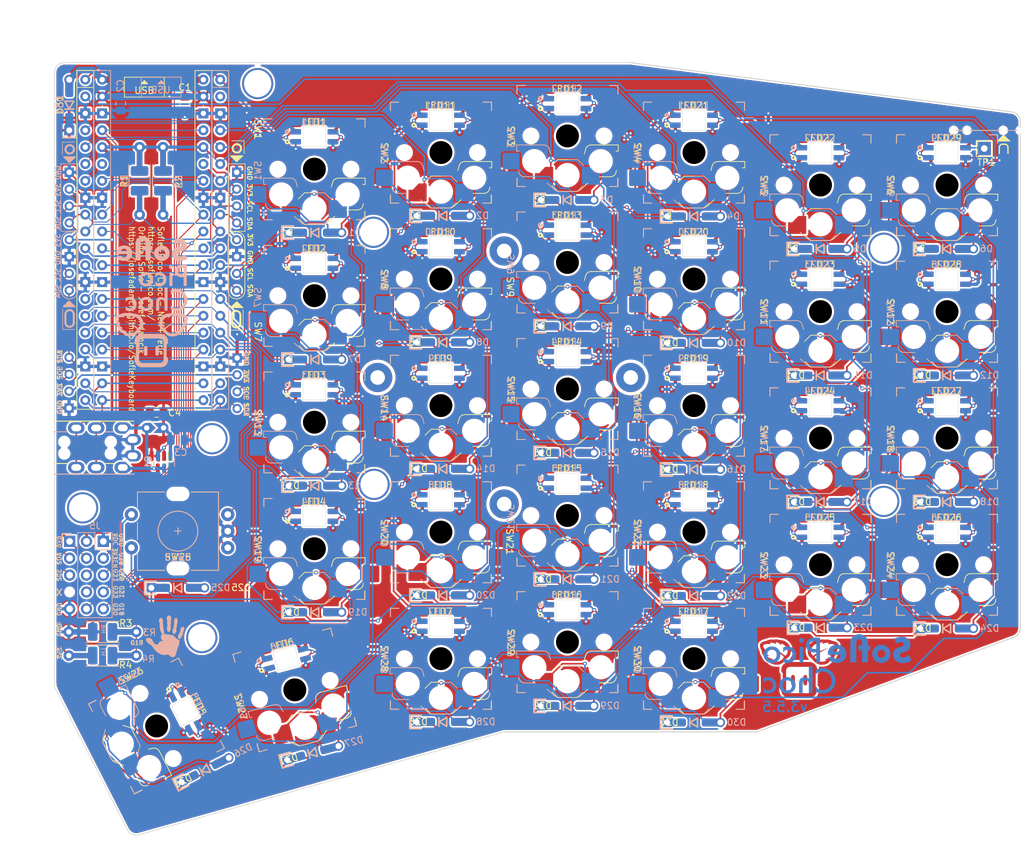
<source format=kicad_pcb>
(kicad_pcb (version 20240108) (generator "pcbnew") (generator_version "8.0")
  (title_block (date "2024-04-18") (rev "v3.5.5"))
  (layers (0 "F.Cu" signal) (31 "B.Cu" signal) (34 "B.Paste" user) (35 "F.Paste" user) (36 "B.SilkS" user "B.Silkscreen") (37 "F.SilkS" user "F.Silkscreen") (38 "B.Mask" user) (39 "F.Mask" user) (44 "Edge.Cuts" user))
  (net 0 "")
  (net 1 "Net-(D1-A)")
  (net 2 "row4")
  (net 3 "Net-(D2-A)")
  (net 4 "Net-(D3-A)")
  (net 5 "row0")
  (net 6 "Net-(D4-A)")
  (net 7 "row1")
  (net 8 "Net-(D5-A)")
  (net 9 "row2")
  (net 10 "Net-(D6-A)")
  (net 11 "row3")
  (net 12 "Net-(D7-A)")
  (net 13 "Net-(D8-A)")
  (net 14 "Net-(D9-A)")
  (net 15 "Net-(D10-A)")
  (net 16 "Net-(D11-A)")
  (net 17 "Net-(D12-A)")
  (net 18 "Net-(D13-A)")
  (net 19 "Net-(D14-A)")
  (net 20 "Net-(D15-A)")
  (net 21 "Net-(D16-A)")
  (net 22 "Net-(D17-A)")
  (net 23 "Net-(D18-A)")
  (net 24 "Net-(D19-A)")
  (net 25 "Net-(D20-A)")
  (net 26 "Net-(D21-A)")
  (net 27 "Net-(D22-A)")
  (net 28 "Net-(D23-A)")
  (net 29 "Net-(D24-A)")
  (net 30 "Net-(D26-A)")
  (net 31 "Net-(D27-A)")
  (net 32 "Net-(D28-A)")
  (net 33 "VDC")
  (net 34 "GND")
  (net 35 "col0")
  (net 36 "col1")
  (net 37 "col2")
  (net 38 "col3")
  (net 39 "col4")
  (net 40 "SDA")
  (net 41 "LED")
  (net 42 "SCL")
  (net 43 "Net-(D29-A)")
  (net 44 "Net-(D30-A)")
  (net 45 "SW25B")
  (net 46 "col5")
  (net 47 "ENCB")
  (net 48 "ENCA")
  (net 49 "GP27")
  (net 50 "GP26")
  (net 51 "GP21")
  (net 52 "GP20")
  (net 53 "GP19")
  (net 54 "TX")
  (net 55 "RX")
  (net 56 "3V3")
  (net 57 "GP22")
  (net 58 "VBUS")
  (net 59 "GP28")
  (net 60 "Net-(LED1-DOUT)")
  (net 61 "Net-(LED2-DOUT)")
  (net 62 "Net-(LED3-DOUT)")
  (net 63 "Net-(LED4-DOUT)")
  (net 64 "Net-(LED10-DIN)")
  (net 65 "Net-(LED10-DOUT)")
  (net 66 "Net-(LED11-DOUT)")
  (net 67 "Net-(LED12-DOUT)")
  (net 68 "Net-(LED13-DOUT)")
  (net 69 "Net-(LED14-DOUT)")
  (net 70 "Net-(LED15-DOUT)")
  (net 71 "Net-(LED17-DOUT)")
  (net 72 "Net-(LED19-DOUT)")
  (net 73 "Net-(LED21-DOUT)")
  (net 74 "Net-(LED23-DOUT)")
  (net 75 "Net-(LED25-DOUT)")
  (net 76 "Net-(LED26-DOUT)")
  (net 77 "Net-(LED28-DOUT)")
  (net 78 "GP18")
  (net 79 "unconnected-(U2-RUN-Pad30)")
  (net 81 "Net-(LED5-DOUT)")
  (net 82 "Net-(LED6-DOUT)")
  (net 83 "Net-(LED7-DOUT)")
  (net 84 "Net-(LED8-DOUT)")
  (net 85 "Net-(LED16-DOUT)")
  (net 86 "Net-(LED18-DOUT)")
  (net 87 "Net-(LED20-DOUT)")
  (net 88 "Net-(LED22-DOUT)")
  (net 89 "Net-(LED24-DOUT)")
  (net 90 "Net-(LED27-DOUT)")
  (net 91 "Net-(LED29-DOUT)")
  (net 92 "Net-(JP2-A)")
  (net 93 "/3V3_EN")
  (footprint "Sofle_Pico:MJ-4PP-9" (layer "F.Cu") (at 81.39 91.07 90)
    (property "Reference" "J2")
    (property "Value" "4PIN" (hide yes))
  )
  (footprint "Sofle_Pico:OLED SSD1306 128x64" (layer "F.Cu") (at 96.2125 54.27 -90)
    (property "Reference" "J3" (hide yes))
    (property "Value" "Conn_01x04" (hide yes))
  )
  (footprint "Sofle_Pico:Hole from sofle for M2 posts gold rimmer" (layer "F.Cu") (at 206.29 61.91)
    (property "Reference" "TH4")
    (property "Value" "HOLE" (hide yes))
  )
  (footprint "Sofle_Pico:Hole from sofle for M2 posts gold rimmer" (layer "F.Cu") (at 129.44 59.51)
    (property "Reference" "TH3")
    (property "Value" "HOLE" (hide yes))
  )
  (footprint "Sofle_Pico:Hole from sofle for M2 posts gold rimmer" (layer "F.Cu") (at 129.53 97.46)
    (property "Reference" "TH5")
    (property "Value" "HOLE" (hide yes))
  )
  (footprint "Sofle_Pico:Pimaroni_PinHeader_1x05_P2.54mm_Vertical Sofle v3b" (layer "F.Cu") (at 83.693 106.045)
    (property "Reference" "J1" (hide yes))
    (property "Value" "Conn_01x05" (hide yes))
  )
  (footprint "Sofle_Pico:Cirque tie in" (layer "F.Cu") (at 83.6375 82.2 90)
    (property "Reference" "J7" (hide yes))
    (property "Value" "Conn_01x04")
  )
  (footprint "Sofle_Pico:RH_Print_Logo" (layer "F.Cu") (at 98.065 120.5024)
    (property "Reference" "G***" (hide yes))
    (property "Value" "LOGO" (hide yes))
  )
  (footprint "Sofle_Pico:D_SOD-123_DO-41_7.62mm_Hybrid_DoubleSided" (layer "F.Cu") (at 83.6375 40.34 90)
    (property "Reference" "D31" (hide yes))
    (property "Value" "MBR120VLSF " (hide yes))
  )
  (footprint "Sofle_Pico:RPi_Pico_SMD_TH_DS" (layer "F.Cu") (at 96.2125 60.6549)
    (property "Reference" "U2" (hide yes))
    (property "Value" "Pico" (hide yes))
  )
  (footprint "Sofle_Pico:Cirque tie in" (layer "F.Cu") (at 108.88 82.2 -90)
    (property "Reference" "J4" (hide yes))
    (property "Value" "Conn_01x04")
  )
  (footprint "TestPoint:TestPoint_THTPad_2.0x2.0mm_Drill1.0mm" (layer "F.Cu") (at 221.405 46.895)
    (property "Reference" "TP1")
    (property "Value" "TestPoint")
  )
  (footprint "Sofle_Pico:Tenting_Puck.kicad_mod_nocenter_v2" (layer "F.Cu") (at 149.125 81.37)
    (property "Reference" "REF**")
    (property "Value" "Tenting Puck")
  )
  (footprint "Capacitor_SMD:C_0805_2012Metric_Pad1.18x1.45mm_HandSolder" (layer "F.Cu") (at 101.0368 40.1368 -90)
    (property "Reference" "C1")
    (property "Value" "1uF")
  )
  (footprint "Sofle_Pico:sofle diode jig" (layer "F.Cu") (at 226.805 44.16)
    (property "Reference" "REF**" (hide yes))
    (property "Value" "sofle diode jig")
  )
  (footprint "Capacitor_SMD:C_0805_2012Metric_Pad1.18x1.45mm_HandSolder" (layer "F.Cu") (at 96.795 86.6188 180)
    (property "Reference" "C4")
    (property "Value" "0.1uF")
  )
  (footprint "Sofle_Pico:Hole from sofle for M2 posts gold rimmer" (layer "F.Cu") (at 103.59 120.53)
    (property "Reference" "TH8")
    (property "Value" "HOLE" (hide yes))
  )
  (footprint "Sofle_Pico:Cirque_40mm_OLED_RH" (layer "F.Cu") (at 82.05 75.05)
    (property "Reference" "STP**" (hide yes))
    (property "Value" "Cirque_40mm_OLED_RH")
  )
  (footprint "Sofle_Pico:Hole from sofle for M2 posts gold rimmer wide-keyplate-hole" (layer "F.Cu") (at 105.14 90.59)
    (property "Reference" "TH2")
    (property "Value" "HOLE" (hide yes))
  )
  (footprint "Sofle_Pico:RotaryEncoder_Alps_EC11E-Switch_Vertical_H20mm-keebio_modified" (layer "F.Cu") (at 100 104.5 180)
    (property "Reference" "SW25" (hide yes))
    (property "Value" "Rotary_Encoder_Switch-Device")
  )
  (footprint "Sofle_Pico:Level Shifter Bypass Jumper" (layer "F.Cu") (at 96.5664 88.9556)
    (property "Reference" "JP2")
    (property "Value" "SolderJumper_2_Open")
  )
  (footprint "Sofle_Pico:Hole from sofle for M2 posts gold rimmer wide-keyplate-hole" (layer "F.Cu") (at 112.01 37.1175)
    (property "Reference" "TH7")
    (property "Value" "HOLE" (hide yes))
  )
  (footprint "Sofle_Pico:Sofle Pico Choc Logo copper" (layer "F.Cu") (at 193.55 125.36)
    (property "Reference" "REF**" (hide yes))
    (property "Value" "Sofle Pico Choc Logo copper" (hide yes))
  )
  (footprint "Sofle_Pico:Hole from sofle for M2 posts gold rimmer" (layer "F.Cu") (at 206.275 100.025)
    (property "Reference" "TH6")
    (property "Value" "HOLE" (hide yes))
  )
  (footprint "Sofle_Pico:Hole from sofle for M2 posts gold rimmer wide-keyplate-hole" (layer "F.Cu") (at 85.649033 101)
    (property "Reference" "TH1")
    (property "Value" "HOLE" (hide yes))
  )
  (footprint "Sofle_Pico:D_SOD-123_DO-35_Hybrid_DoubleSided_V2" (layer "B.Cu") (at 120.65 59.563)
    (property "Reference" "D1" (hide yes))
    (property "Value" "D" (hide yes))
  )
  (footprint "Sofle_Pico:D_SOD-123_DO-35_Hybrid_DoubleSided_V2" (layer "B.Cu") (at 139.9225 57.02175)
    (property "Reference" "D2" (hide yes))
    (property "Value" "D" (hide yes))
  )
  (footprint "Sofle_Pico:D_SOD-123_DO-35_Hybrid_DoubleSided_V2" (layer "B.Cu") (at 158.628 54.645)
    (property "Reference" "D3" (hide yes))
    (property "Value" "D" (hide yes))
  )
  (footprint "Sofle_Pico:D_SOD-123_DO-35_Hybrid_DoubleSided_V2" (layer "B.Cu") (at 177.678 57.11)
    (property "Reference" "D4" (hide yes))
    (property "Value" "D" (hide yes))
  )
  (footprint "Sofle_Pico:D_SOD-123_DO-35_Hybrid_DoubleSided_V2" (layer "B.Cu") (at 196.728 62.01)
    (property "Reference" "D5" (hide yes))
    (property "Value" "D" (hide yes))
  )
  (footprint "Sofle_Pico:D_SOD-123_DO-35_Hybrid_DoubleSided_V2" (layer "B.Cu") (at 215.778 62.01)
    (property "Reference" "D6" (hide yes))
    (property "Value" "D" (hide yes))
  )
  (footprint "Sofle_Pico:D_SOD-123_DO-35_Hybrid_DoubleSided_V2" (layer "B.Cu") (at 120.65 97.663)
    (property "Reference" "D13" (hide yes))
    (property "Value" "D" (hide yes))
  )
  (footprint "Sofle_Pico:D_SOD-123_DO-35_Hybrid_DoubleSided_V2" (layer "B.Cu") (at 120.65 116.713)
    (property "Reference" "D19" (hide yes))
    (property "Value" "D" (hide yes))
  )
  (footprint "Sofle_Pico:D_SOD-123_DO-35_Hybrid_DoubleSided_V2" (layer "B.Cu") (at 100 113.04)
    (property "Reference" "D25" (hide yes))
    (property "Value" "D" (hide yes))
  )
  (footprint "Sofle_Pico:D_SOD-123_DO-35_Hybrid_DoubleSided_V2" (layer "B.Cu") (at 104.1 140.45 27)
    (property "Reference" "D26" (hide yes))
    (property "Value" "D" (hide yes))
  )
  (footprint "Sofle_Pico:SW_Hotswap_Kailh_Choc_V1V2_DS_1.00u_1" (layer "B.Cu") (at 120.55 50)
    (property "Reference" "SW1")
    (property "Value" "SW_PUSH")
  )
  (footprint "Sofle_Pico:SW_Hotswap_Kailh_Choc_V1V2_DS_1.00u_1" (layer "B.Cu") (at 158.65 45)
    (property "Reference" "SW3")
    (property "Value" "SW_PUSH")
  )
  (footprint "Sofle_Pico:SW_Hotswap_Kailh_Choc_V1V2_DS_1.00u_1" (layer "B.Cu") (at 120.55 88.1)
    (property "Reference" "SW13")
    (property "Value" "SW_PUSH")
  )
  (footprint "Sofle_Pico:SW_Hotswap_Kailh_Choc_V1V2_DS_1.00u_1" (layer "B.Cu") (at 139.6 85.6)
    (property "Reference" "SW14")
    (property "Value" "SW_PUSH")
  )
  (footprint "Sofle_Pico:SW_Hotswap_Kailh_Choc_V1V2_DS_1.00u_1" (layer "B.Cu") (at 158.65 102.15)
    (property "Reference" "SW21")
    (property "Value" "SW_PUSH")
  )
  (footprint "Sofle_Pico:SW_Hotswap_Kailh_Choc_V1V2_DS_1.00u_1" (layer "B.Cu") (at 196.75 109.55)
    (property "Reference" "SW23")
    (property "Value" "SW_PUSH")
  )
  (footprint "Sofle_Pico:SW_Hotswap_Kailh_Choc_V1V2_DS_1.00u_1" (layer "B.Cu") (at 96.795746 133.840809 -63)
    (property "Reference" "SW26")
    (property "Value" "SW_PUSH")
  )
  (footprint "Sofle_Pico:SW_Hotswap_Kailh_Choc_V1V2_DS_1.00u_1" (layer "B.Cu") (at 117.6 128.4 15)
    (property "Reference" "SW27")
    (property "Value" "SW_PUSH")
  )
  (footprint "Sofle_Pico:SW_Hotswap_Kailh_Choc_V1V2_DS_1.00u_1" (layer "B.Cu") (at 215.8 71.45)
    (property "Reference" "SW12")
    (property "Value" "SW_PUSH")
  )
  (footprint "Sofle_Pico:SW_Hotswap_Kailh_Choc_V1V2_DS_1.00u_1" (layer "B.Cu") (at 215.8 90.5)
    (property "Reference" "SW18")
    (property "Value" "SW_PUSH")
  )
  (footprint "Sofle_Pico:SW_Hotswap_Kailh_Choc_V1V2_DS_1.00u_1" (layer "B.Cu") (at 215.8 109.55)
    (property "Reference" "SW24")
    (property "Value" "SW_PUSH")
  )
  (footprint "Sofle_Pico:SW_Hotswap_Kailh_Choc_V1V2_DS_1.00u_1" (layer "B.Cu") (at 177.7 47.5)
    (property "Reference" "SW4")
    (property "Value" "SW_PUSH")
  )
  (footprint "Sofle_Pico:D_SOD-123_DO-35_Hybrid_DoubleSided_V2" (layer "B.Cu") (at 120.65 78.663)
    (property "Reference" "D7" (hide yes))
    (property "Value" "D" (hide yes))
  )
  (footprint "Sofle_Pico:D_SOD-123_DO-35_Hybrid_DoubleSided_V2" (layer "B.Cu") (at 139.9225 76.07175)
    (property "Reference" "D8" (hide yes))
    (property "Value" "D" (hide yes))
  )
  (footprint "Sofle_Pico:D_SOD-123_DO-35_Hybrid_DoubleSided_V2" (layer "B.Cu") (at 158.628 73.66)
    (property "Reference" "D9" (hide yes))
    (property "Value" "D" (hide yes))
  )
  (footprint "Sofle_Pico:D_SOD-123_DO-35_Hybrid_DoubleSided_V2" (layer "B.Cu") (at 177.678 76.16)
    (property "Reference" "D10" (hide yes))
    (property "Value" "D" (hide yes))
  )
  (footprint "Sofle_Pico:D_SOD-123_DO-35_Hybrid_DoubleSided_V2" (layer "B.Cu") (at 196.728 81.06)
    (property "Reference" "D11" (hide yes))
    (property "Value" "D" (hide yes))
  )
  (footprint "Sofle_Pico:D_SOD-123_DO-35_Hybrid_DoubleSided_V2" (layer "B.Cu") (at 215.778 81.06)
    (property "Reference" "D12" (hide yes))
    (property "Value" "D" (hide yes))
  )
  (footprint "Sofle_Pico:SW_Hotswap_Kailh_Choc_V1V2_DS_1.00u_1" (layer "B.Cu") (at 196.75 52.4)
    (property "Reference" "SW5")
    (property "Value" "SW_PUSH")
  )
  (footprint "Sofle_Pico:SW_Hotswap_Kailh_Choc_V1V2_DS_1.00u_1" (layer "B.Cu") (at 139.6 66.55)
    (property "Reference" "SW8")
    (property "Value" "SW_PUSH")
  )
  (footprint "Sofle_Pico:SW_Hotswap_Kailh_Choc_V1V2_DS_1.00u_1" (layer "B.Cu") (at 177.7 66.55)
    (property "Reference" "SW10")
    (property "Value" "SW_PUSH")
  )
  (footprint "Sofle_Pico:SW_Hotswap_Kailh_Choc_V1V2_DS_1.00u_1" (layer "B.Cu") (at 158.65 64.05)
    (property "Reference" "SW9")
    (property "Value" "SW_PUSH")
  )
  (footprint "Sofle_Pico:SW_Hotswap_Kailh_Choc_V1V2_DS_1.00u_1" (layer "B.Cu") (at 177.7 85.6)
    (property "Reference" "SW16")
    (property "Value" "SW_PUSH")
  )
  (footprint "Sofle_Pico:SW_Hotswap_Kailh_Choc_V1V2_DS_1.00u_1" (layer "B.Cu") (at 215.8 52.4)
    (property "Reference" "SW6")
    (property "Value" "SW_PUSH")
  )
  (footprint "Sofle_Pico:SW_Hotswap_Kailh_Choc_V1V2_DS_1.00u_1" (layer "B.Cu") (at 177.7 123.7)
    (property "Reference" "SW30")
    (property "Value" "SW_PUSH")
  )
  (footprint "Sofle_Pico:SW_Hotswap_Kailh_Choc_V1V2_DS_1.00u_1" (layer "B.Cu") (at 196.75 71.45)
    (property "Reference" "SW11")
    (property "Value" "SW_PUSH")
  )
  (footprint "Sofle_Pico:SW_Hotswap_Kailh_Choc_V1V2_DS_1.00u_1" (layer "B.Cu") (at 177.7 104.65)
    (property "Reference" "SW22")
    (property "Value" "SW_PUSH")
  )
  (footprint "Sofle_Pico:SW_Hotswap_Kailh_Choc_V1V2_DS_1.00u_1" (layer "B.Cu") (at 196.75 90.5)
    (property "Reference" "SW17")
    (property "Value" "SW_PUSH")
  )
  (footprint "Sofle_Pico:SW_Hotswap_Kailh_Choc_V1V2_DS_1.00u_1" (layer "B.Cu") (at 158.65 121.2)
    (property "Reference" "SW29")
    (property "Value" "SW_PUSH")
  )
  (footprint "Sofle_Pico:SW_Hotswap_Kailh_Choc_V1V2_DS_1.00u_1" (layer "B.Cu") (at 158.65 83.1)
    (property "Reference" "SW15")
    (property "Value" "SW_PUSH")
  )
  (footprint "Sofle_Pico:SW_Hotswap_Kailh_Choc_V1V2_DS_1.00u_1" (layer "B.Cu") (at 139.6 47.5)
    (property "Reference" "SW2")
    (property "Value" "SW_PUSH")
  )
  (footprint "Sofle_Pico:D_SOD-123_DO-35_Hybrid_DoubleSided_V2" (layer "B.Cu") (at 120.305202 137.902724 15)
    (property "Reference" "D27" (hide yes))
    (property "Value" "D" (hide yes))
  )
  (footprint "Sofle_Pico:SW_Hotswap_Kailh_Choc_V1V2_DS_1.00u_1" (layer "B.Cu") (at 139.6 104.65)
    (property "Reference" "SW20")
    (property "Value" "SW_PUSH")
  )
  (footprint "Sofle_Pico:D_SOD-123_DO-35_Hybrid_DoubleSided_V2" (layer "B.Cu") (at 158.628 92.71)
    (property "Reference" "D15" (hide yes))
    (property "Value" "D" (hide yes))
  )
  (footprint "Sofle_Pico:D_SOD-123_DO-35_Hybrid_DoubleSided_V2" (layer "B.Cu") (at 196.728 100.11)
    (property "Reference" "D17" (hide yes))
    (property "Value" "D" (hide yes))
  )
  (footprint "Sofle_Pico:D_SOD-123_DO-35_Hybrid_DoubleSided_V2" (layer "B.Cu") (at 215.778 100.11)
    (property "Reference" "D18" (hide yes))
    (property "Value" "D" (hide yes))
  )
  (footprint "Sofle_Pico:D_SOD-123_DO-35_Hybrid_DoubleSided_V2" (layer "B.Cu") (at 139.9225 133.22175)
    (property "Reference" "D28" (hide yes))
    (property "Value" "D" (hide yes))
  )
  (footprint "Sofle_Pico:D_SOD-123_DO-35_Hybrid_DoubleSided_V2" (layer "B.Cu") (at 158.628 130.81)
    (property "Reference" "D29" (hide yes))
    (property "Value" "D" (hide yes))
  )
  (footprint "Sofle_Pico:D_SOD-123_DO-35_Hybrid_DoubleSided_V2" (layer "B.Cu") (at 215.778 119.16)
    (property "Reference" "D24" (hide yes))
    (property "Value" "D" (hide yes))
  )
  (footprint "Sofle_Pico:D_SOD-123_DO-35_Hybrid_DoubleSided_V2" (layer "B.Cu") (at 139.9225 114.17175)
    (property "Reference" "D20" (hide yes))
    (property "Value" "D" (hide yes))
  )
  (footprint "Sofle_Pico:D_SOD-123_DO-35_Hybrid_DoubleSided_V2" (layer "B.Cu") (at 158.628 111.76)
    (property "Reference" "D21" (hide yes))
    (property "Value" "D" (hide yes))
  )
  (footprint "Sofle_Pico:D_SOD-123_DO-35_Hybrid_DoubleSided_V2" (layer "B.Cu") (at 177.678 114.26)
    (property "Reference" "D22" (hide yes))
    (property "Value" "D" (hide yes))
  )
  (footprint "Sofle_Pico:D_SOD-123_DO-35_Hybrid_DoubleSided_V2" (layer "B.Cu") (at 196.7605 119.045)
    (property "Reference" "D23" (hide yes))
    (property "Value" "D" (hide yes))
  )
  (footprint "Sofle_Pico:D_SOD-123_DO-35_Hybrid_DoubleSided_V2" (layer "B.Cu") (at 139.9225 95.12175)
    (property "Reference" "D14" (hide yes))
    (property "Value" "D" (hide yes))
  )
  (footprint "Sofle_Pico:D_SOD-123_DO-35_Hybrid_DoubleSided_V2" (layer "B.Cu") (at 177.678 133.31)
    (property "Reference" "D30" (hide yes))
    (property "Value" "D" (hide yes))
  )
  (footprint "Sofle_Pico:SW_Hotswap_Kailh_Choc_V1V2_DS_1.00u_1" (layer "B.Cu") (at 139.6 123.7)
    (property "Reference" "SW28")
    (property "Value" "SW_PUSH")
  )
  (footprint "Sofle_Pico:Res_1206_SMD_6.3mm_TH_Hybrid" (layer "B.Cu") (at 97.7602 46.69 -90)
    (property "Reference" "R2")
    (property "Value" "2.2k" (hide yes))
  )
  (footprint "Sofle_Pico:SK6803_MINI-E_v3.5.5" (layer "B.Cu") (at 139.585006 42.63 180)
    (property "Reference" "LED11")
    (property "Value" "SK6803 MINI-E" (hide yes))
    (fp_line (start 1.7 -1.4) (end 1.7 1.4) (stroke (width 0.05)) (layer "Edge.Cuts"))
    (fp_line (start 1.6 -1.5) (end -1.6 -1.5) (stroke (width 0.05)) (layer "Edge.Cuts"))
    (fp_line (start -1.6 1.5) (end 1.6 1.5) (stroke (width 0.05)) (layer "Edge.Cuts"))
    (fp_line (start -1.7 1.4) (end -1.7 -1.4) (stroke (width 0.05)) (layer "Edge.Cuts"))
    (fp_arc (start 1.7 1.4) (mid 1.670711 1.470711) (end 1.6 1.5) (stroke (width 0.05)) (layer "Edge.Cuts"))
    (fp_arc (start 1.6 -1.5) (mid 1.670711 -1.470711) (end 1.7 -1.4) (stroke (width 0.05)) (layer "Edge.Cuts"))
    (fp_arc (start -1.6 1.5) (mid -1.670711 1.470711) (end -1.7 1.4) (stroke (width 0.05)) (layer "Edge.Cuts"))
    (fp_arc (start -1.7 -1.4) (mid -1.670711 -1.470711) (end -1.6 -1.5) (stroke (width 0.05)) (layer "Edge.Cuts"))
  )
  (footprint "Sofle_Pico:SK6803_MINI-E_v3.5.5" (layer "B.Cu") (at 116.325068 123.699822 -165)
    (property "Reference" "LED6")
    (property "Value" "SK6803 MINI-E" (hide yes))
    (fp_line (start 1.7 -1.400001) (end 1.7 1.4) (stroke (width 0.05)) (layer "Edge.Cuts"))
    (fp_line (start 1.6 -1.5) (end -1.6 -1.5) (stroke (width 0.05)) (layer "Edge.Cuts"))
    (fp_line (start -1.6 1.5) (end 1.6 1.5) (stroke (width 0.05)) (layer "Edge.Cuts"))
    (fp_line (start -1.7 1.400001) (end -1.7 -1.4) (stroke (width 0.05)) (layer "Edge.Cuts"))
    (fp_arc (start 1.7 1.4) (mid 1.670711 1.470711) (end 1.6 1.5) (stroke (width 0.05)) (layer "Edge.Cuts"))
    (fp_arc (start 1.6 -1.5) (mid 1.670711 -1.47071) (end 1.7 -1.400001) (stroke (width 0.05)) (layer "Edge.Cuts"))
    (fp_arc (start -1.6 1.5) (mid -1.67071 1.470711) (end -1.7 1.400001) (stroke (width 0.05)) (layer "Edge.Cuts"))
    (fp_arc (start -1.7 -1.4) (mid -1.670711 -1.470711) (end -1.6 -1.5) (stroke (width 0.05)) (layer "Edge.Cuts"))
  )
  (footprint "Sofle_Pico:SK6803_MINI-E_v3.5.5" (layer "B.Cu") (at 196.735006 85.63 180)
    (property "Reference" "LED24")
    (property "Value" "SK6803 MINI-E" (hide yes))
    (fp_line (start 1.7 -1.4) (end 1.7 1.4) (stroke (width 0.05)) (layer "Edge.Cuts"))
    (fp_line (start 1.6 -1.5) (end -1.6 -1.5) (stroke (width 0.05)) (layer "Edge.Cuts"))
    (fp_line (start -1.6 1.5) (end 1.6 1.5) (stroke (width 0.05)) (layer "Edge.Cuts"))
    (fp_line (start -1.7 1.4) (end -1.7 -1.4) (stroke (width 0.05)) (layer "Edge.Cuts"))
    (fp_arc (start 1.7 1.4) (mid 1.670711 1.470711) (end 1.6 1.5) (stroke (width 0.05)) (layer "Edge.Cuts"))
    (fp_arc (start 1.6 -1.5) (mid 1.670711 -1.470711) (end 1.7 -1.4) (stroke (width 0.05)) (layer "Edge.Cuts"))
    (fp_arc (start -1.6 1.5) (mid -1.670711 1.470711) (end -1.7 1.4) (stroke (width 0.05)) (layer "Edge.Cuts"))
    (fp_arc (start -1.7 -1.4) (mid -1.670711 -1.470711) (end -1.6 -1.5) (stroke (width 0.05)) (layer "Edge.Cuts"))
  )
  (footprint "Sofle_Pico:SK6803_MINI-E_v3.5.5" (layer "B.Cu") (at 101.128141 131.616516 117)
    (property "Reference" "LED5")
    (property "Value" "SK6803 MINI-E" (hide yes))
    (fp_line (start 1.6 -1.5) (end -1.6 -1.5) (stroke (width 0.05)) (layer "Edge.Cuts"))
    (fp_line (start 1.7 -1.4) (end 1.7 1.4) (stroke (width 0.05)) (layer "Edge.Cuts"))
    (fp_line (start -1.7 1.4) (end -1.7 -1.4) (stroke (width 0.05)) (layer "Edge.Cuts"))
    (fp_line (start -1.6 1.5) (end 1.6 1.5) (stroke (width 0.05)) (layer "Edge.Cuts"))
    (fp_arc (start 1.6 -1.5) (mid 1.670711 -1.470711) (end 1.7 -1.4) (stroke (width 0.05)) (layer "Edge.Cuts"))
    (fp_arc (start -1.7 -1.4) (mid -1.670712 -1.470711) (end -1.6 -1.5) (stroke (width 0.05)) (layer "Edge.Cuts"))
    (fp_arc (start 1.7 1.4) (mid 1.670711 1.470711) (end 1.6 1.5) (stroke (width 0.05)) (layer "Edge.Cuts"))
    (fp_arc (start -1.6 1.5) (mid -1.670711 1.470711) (end -1.7 1.4) (stroke (width 0.05)) (layer "Edge.Cuts"))
  )
  (footprint "Sofle_Pico:SW_Hotswap_Kailh_Choc_V1V2_DS_1.00u_1" (layer "B.Cu") (at 120.55 107.15)
    (property "Reference" "SW19")
    (property "Value" "SW_PUSH")
  )
  (footprint "Sofle_Pico:SK6803_MINI-E_v3.5.5" (layer "B.Cu") (at 196.735006 66.58 180)
    (property "Reference" "LED23")
    (property "Value" "SK6803 MINI-E" (hide yes))
    (fp_line (start 1.7 -1.4) (end 1.7 1.4) (stroke (width 0.05)) (layer "Edge.Cuts"))
    (fp_line (start 1.6 -1.5) (end -1.6 -1.5) (stroke (width 0.05)) (layer "Edge.Cuts"))
    (fp_line (start -1.6 1.5) (end 1.6 1.5) (stroke (width 0.05)) (layer "Edge.Cuts"))
    (fp_line (start -1.7 1.4) (end -1.7 -1.4) (stroke (width 0.05)) (layer "Edge.Cuts"))
    (fp_arc (start 1.7 1.4) (mid 1.670711 1.470711) (end 1.6 1.5) (stroke (width 0.05)) (layer "Edge.Cuts"))
    (fp_arc (start 1.6 -1.5) (mid 1.670711 -1.470711) (end 1.7 -1.4) (stroke (width 0.05)) (layer "Edge.Cuts"))
    (fp_arc (start -1.6 1.5) (mid -1.670711 1.470711) (end -1.7 1.4) (stroke (width 0.05)) (layer "Edge.Cuts"))
    (fp_arc (start -1.7 -1.4) (mid -1.670711 -1.470711) (end -1.6 -1.5) (stroke (width 0.05)) (layer "Edge.Cuts"))
  )
  (footprint "Sofle_Pico:SK6803_MINI-E_v3.5.5" (layer "B.Cu") (at 196.735006 47.53 180)
    (property "Reference" "LED22")
    (property "Value" "SK6803 MINI-E" (hide yes))
    (fp_line (start 1.7 -1.4) (end 1.7 1.4) (stroke (width 0.05)) (layer "Edge.Cuts"))
    (fp_line (start 1.6 -1.5) (end -1.6 -1.5) (stroke (width 0.05)) (layer "Edge.Cuts"))
    (fp_line (start -1.6 1.5) (end 1.6 1.5) (stroke (width 0.05)) (layer "Edge.Cuts"))
    (fp_line (start -1.7 1.4) (end -1.7 -1.4) (stroke (width 0.05)) (layer "Edge.Cuts"))
    (fp_arc (start 1.7 1.4) (mid 1.670711 1.470711) (end 1.6 1.5) (stroke (width 0.05)) (layer "Edge.Cuts"))
    (fp_arc (start 1.6 -1.5) (mid 1.670711 -1.470711) (end 1.7 -1.4) (stroke (width 0.05)) (layer "Edge.Cuts"))
    (fp_arc (start -1.6 1.5) (mid -1.670711 1.470711) (end -1.7 1.4) (stroke (width 0.05)) (layer "Edge.Cuts"))
    (fp_arc (start -1.7 -1.4) (mid -1.670711 -1.470711) (end -1.6 -1.5) (stroke (width 0.05)) (layer "Edge.Cuts"))
  )
  (footprint "Connector_PinHeader_2.54mm:PinHeader_2x05_P2.54mm_Vertical" (layer "B.Cu") (at 88.773 106.045 180)
    (property "Reference" "J5")
    (property "Value" "Conn_02x05_Odd_Even")
  )
  (footprint "Sofle_Pico:SK6803_MINI-E_v3.5.5" (layer "B.Cu") (at 196.735006 104.68 180)
    (property "Reference" "LED25")
    (property "Value" "SK6803 MINI-E" (hide yes))
    (fp_line (start 1.7 -1.4) (end 1.7 1.4) (stroke (width 0.05)) (layer "Edge.Cuts"))
    (fp_line (start 1.6 -1.5) (end -1.6 -1.5) (stroke (width 0.05)) (layer "Edge.Cuts"))
    (fp_line (start -1.6 1.5) (end 1.6 1.5) (stroke (width 0.05)) (layer "Edge.Cuts"))
    (fp_line (start -1.7 1.4) (end -1.7 -1.4) (stroke (width 0.05)) (layer "Edge.Cuts"))
    (fp_arc (start 1.7 1.4) (mid 1.670711 1.470711) (end 1.6 1.5) (stroke (width 0.05)) (layer "Edge.Cuts"))
    (fp_arc (start 1.6 -1.5) (mid 1.670711 -1.470711) (end 1.7 -1.4) (stroke (width 0.05)) (layer "Edge.Cuts"))
    (fp_arc (start -1.6 1.5) (mid -1.670711 1.470711) (end -1.7 1.4) (stroke (width 0.05)) (layer "Edge.Cuts"))
    (fp_arc (start -1.7 -1.4) (mid -1.670711 -1.470711) (end -1.6 -1.5) (stroke (width 0.05)) (layer "Edge.Cuts"))
  )
  (footprint "Sofle_Pico:SK6803_MINI-E_v3.5.5" (layer "B.Cu") (at 139.585006 61.68 180)
    (property "Reference" "LED10")
    (property "Value" "SK6803 MINI-E" (hide yes))
    (fp_line (start 1.7 -1.4) (end 1.7 1.4) (stroke (width 0.05)) (layer "Edge.Cuts"))
    (fp_line (start 1.6 -1.5) (end -1.6 -1.5) (stroke (width 0.05)) (layer "Edge.Cuts"))
    (fp_line (start -1.6 1.5) (end 1.6 1.5) (stroke (width 0.05)) (layer "Edge.Cuts"))
    (fp_line (start -1.7 1.4) (end -1.7 -1.4) (stroke (width 0.05)) (layer "Edge.Cuts"))
    (fp_arc (start 1.7 1.4) (mid 1.670711 1.470711) (end 1.6 1.5) (stroke (width 0.05)) (layer "Edge.Cuts"))
    (fp_arc (start 1.6 -1.5) (mid 1.670711 -1.470711) (end 1.7 -1.4) (stroke (width 0.05)) (layer "Edge.Cuts"))
    (fp_arc (start -1.6 1.5) (mid -1.670711 1.470711) (end -1.7 1.4) (stroke (width 0.05)) (layer "Edge.Cuts"))
    (fp_arc (start -1.7 -1.4) (mid -1.670711 -1.470711) (end -1.6 -1.5) (stroke (width 0.05)) (layer "Edge.Cuts"))
  )
  (footprint "Sofle_Pico:Sofle Pico Choc logo w text vertical" (layer "B.Cu") (at 96.0374 68.4022 180)
    (property "Reference" "REF**" (hide yes))
    (property "Value" "Sofle Pico Choc logo w text vertical")
  )
  (footprint "Sofle_Pico:SK6803_MINI-E_v3.5.5" (layer "B.Cu") (at 177.685006 99.78 180)
    (property "Reference" "LED18")
    (property "Value" "SK6803 MINI-E" (hide yes))
    (fp_line (start 1.7 -1.4) (end 1.7 1.4) (stroke (width 0.05)) (layer "Edge.Cuts"))
    (fp_line (start 1.6 -1.5) (end -1.6 -1.5) (stroke (width 0.05)) (layer "Edge.Cuts"))
    (fp_line (start -1.6 1.5) (end 1.6 1.5) (stroke (width 0.05)) (layer "Edge.Cuts"))
    (fp_line (start -1.7 1.4) (end -1.7 -1.4) (stroke (width 0.05)) (layer "Edge.Cuts"))
    (fp_arc (start 1.7 1.4) (mid 1.670711 1.470711) (end 1.6 1.5) (stroke (width 0.05)) (layer "Edge.Cuts"))
    (fp_arc (start 1.6 -1.5) (mid 1.670711 -1.470711) (end 1.7 -1.4) (stroke (width 0.05)) (layer "Edge.Cuts"))
    (fp_arc (start -1.6 1.5) (mid -1.670711 1.470711) (end -1.7 1.4) (stroke (width 0.05)) (layer "Edge.Cuts"))
    (fp_arc (start -1.7 -1.4) (mid -1.670711 -1.470711) (end -1.6 -1.5) (stroke (width 0.05)) (layer "Edge.Cuts"))
  )
  (footprint "Sofle_Pico:SK6803_MINI-E_v3.5.5" (layer "B.Cu") (at 158.635006 97.28 180)
    (property "Reference" "LED15")
    (property "Value" "SK6803 MINI-E" (hide yes))
    (fp_line (start 1.7 -1.4) (end 1.7 1.4) (stroke (width 0.05)) (layer "Edge.Cuts"))
    (fp_line (start 1.6 -1.5) (end -1.6 -1.5) (stroke (width 0.05)) (layer "Edge.Cuts"))
    (fp_line (start -1.6 1.5) (end 1.6 1.5) (stroke (width 0.05)) (layer "Edge.Cuts"))
    (fp_line (start -1.7 1.4) (end -1.7 -1.4) (stroke (width 0.05)) (layer "Edge.Cuts"))
    (fp_arc (start 1.7 1.4) (mid 1.670711 1.470711) (end 1.6 1.5) (stroke (width 0.05)) (layer "Edge.Cuts"))
    (fp_arc (start 1.6 -1.5) (mid 1.670711 -1.470711) (end 1.7 -1.4) (stroke (width 0.05)) (layer "Edge.Cuts"))
    (fp_arc (start -1.6 1.5) (mid -1.670711 1.470711) (end -1.7 1.4) (stroke (width 0.05)) (layer "Edge.Cuts"))
    (fp_arc (start -1.7 -1.4) (mid -1.670711 -1.470711) (end -1.6 -1.5) (stroke (width 0.05)) (layer "Edge.Cuts"))
  )
  (footprint "Capacitor_SMD:C_0805_2012Metric_Pad1.18x1.45mm_HandSolder" (layer "B.Cu") (at 91.3848 40.1114 -90)
    (property "Reference" "C2")
    (property "Value" "0.1uF")
  )
  (footprint "Sofle_Pico:Res_1206_SMD_6.3mm_TH_Hybrid" (layer "B.Cu") (at 93.730401 119.6764 180)
    (property "Reference" "R3")
    (property "Value" "2.2k" (hide yes))
  )
  (footprint "Sofle_Pico:SK6803_MINI-E_v3.5.5" (layer "B.Cu") (at 215.785006 85.63 180)
    (property "Reference" "LED27")
    (property "Value" "SK6803 MINI-E" (hide yes))
    (fp_line (start 1.7 -1.4) (end 1.7 1.4) (stroke (width 0.05)) (layer "Edge.Cuts"))
    (fp_line (start 1.6 -1.5) (end -1.6 -1.5) (stroke (width 0.05)) (layer "Edge.Cuts"))
    (fp_line (start -1.6 1.5) (end 1.6 1.5) (stroke (width 0.05)) (layer "Edge.Cuts"))
    (fp_line (start -1.7 1.4) (end -1.7 -1.4) (stroke (width 0.05)) (layer "Edge.Cuts"))
    (fp_arc (start 1.7 1.4) (mid 1.670711 1.470711) (end 1.6 1.5) (stroke (width 0.05)) (layer "Edge.Cuts"))
    (fp_arc (start 1.6 -1.5) (mid 1.670711 -1.470711) (end 1.7 -1.4) (stroke (width 0.05)) (layer "Edge.Cuts"))
    (fp_arc (start -1.6 1.5) (mid -1.670711 1.470711) (end -1.7 1.4) (stroke (width 0.05)) (layer "Edge.Cuts"))
    (fp_arc (start -1.7 -1.4) (mid -1.670711 -1.470711) (end -1.6 -1.5) (stroke (width 0.05)) (layer "Edge.Cuts"))
  )
  (footprint "Sofle_Pico:D_SOD-123_DO-35_Hybrid_DoubleSided_V2" (layer "B.Cu") (at 177.678 95.21)
    (property "Reference" "D16" (hide yes))
    (property "Value" "D" (hide yes))
  )
  (footprint "Sofle_Pico:SK6803_MINI-E_v3.5.5" (layer "B.Cu") (at 120.535006 83.23 180)
    (property "Reference" "LED3")
    (property "Value" "SK6803 MINI-E" (hide yes))
    (fp_line (start 1.7 -1.4) (end 1.7 1.4) (stroke (width 0.05)) (layer "Edge.Cuts"))
    (fp_line (start 1.6 -1.5) (end -1.6 -1.5) (stroke (width 0.05)) (layer "Edge.Cuts"))
    (fp_line (start -1.6 1.5) (end 1.6 1.5) (stroke (width 0.05)) (layer "Edge.Cuts"))
    (fp_line (start -1.7 1.4) (end -1.7 -1.4) (stroke (width 0.05)) (layer "Edge.Cuts"))
    (fp_arc (start 1.7 1.4) (mid 1.670711 1.470711) (end 1.6 1.5) (stroke (width 0.05)) (layer "Edge.Cuts"))
    (fp_arc (start 1.6 -1.5) (mid 1.670711 -1.470711) (end 1.7 -1.4) (stroke (width 0.05)) (layer "Edge.Cuts"))
    (fp_arc (start -1.6 1.5) (mid -1.670711 1.470711) (end -1.7 1.4) (stroke (width 0.05)) (layer "Edge.Cuts"))
    (fp_arc (start -1.7 -1.4) (mid -1.670711 -1.470711) (end -1.6 -1.5) (stroke (width 0.05)) (layer "Edge.Cuts"))
  )
  (footprint "Sofle_Pico:SK6803_MINI-E_v3.5.5" (layer "B.Cu") (at 177.685006 61.68 180)
    (property "Reference" "LED20")
    (property "Value" "SK6803 MINI-E" (hide yes))
    (fp_line (start 1.7 -1.4) (end 1.7 1.4) (stroke (width 0.05)) (layer "Edge.Cuts"))
    (fp_line (start 1.6 -1.5) (end -1.6 -1.5) (stroke (width 0.05)) (layer "Edge.Cuts"))
    (fp_line (start -1.6 1.5) (end 1.6 1.5) (stroke (width 0.05)) (layer "Edge.Cuts"))
    (fp_line (start -1.7 1.4) (end -1.7 -1.4) (stroke (width 0.05)) (layer "Edge.Cuts"))
    (fp_arc (start 1.7 1.4) (mid 1.670711 1.470711) (end 1.6 1.5) (stroke (width 0.05)) (layer "Edge.Cuts"))
    (fp_arc (start 1.6 -1.5) (mid 1.670711 -1.470711) (end 1.7 -1.4) (stroke (width 0.05)) (layer "Edge.Cuts"))
    (fp_arc (start -1.6 1.5) (mid -1.670711 1.470711) (end -1.7 1.4) (stroke (width 0.05)) (layer "Edge.Cuts"))
    (fp_arc (start -1.7 -1.4) (mid -1.670711 -1.470711) (end -1.6 -1.5) (stroke (width 0.05)) (layer "Edge.Cuts"))
  )
  (footprint "Sofle_Pico:SK6803_MINI-E_v3.5.5" (layer "B.Cu") (at 139.585006 99.78 180)
    (property "Reference" "LED8")
    (property "Value" "SK6803 MINI-E" (hide yes))
    (fp_line (start 1.7 -1.4) (end 1.7 1.4) (stroke (width 0.05)) (layer "Edge.Cuts"))
    (fp_line (start 1.6 -1.5) (end -1.6 -1.5) (stroke (width 0.05)) (layer "Edge.Cuts"))
    (fp_line (start -1.6 1.5) (end 1.6 1.5) (stroke (width 0.05)) (layer "Edge.Cuts"))
    (fp_line (start -1.7 1.4) (end -1.7 -1.4) (stroke (width 0.05)) (layer "Edge.Cuts"))
    (fp_arc (start 1.7 1.4) (mid 1.670711 1.470711) (end 1.6 1.5) (stroke (width 0.05)) (layer "Edge.Cuts"))
    (fp_arc (start 1.6 -1.5) (mid 1.670711 -1.470711) (end 1.7 -1.4) (stroke (width 0.05)) (layer "Edge.Cuts"))
    (fp_arc (start -1.6 1.5) (mid -1.670711 1.470711) (end -1.7 1.4) (stroke (width 0.05)) (layer "Edge.Cuts"))
    (fp_arc (start -1.7 -1.4) (mid -1.670711 -1.470711) (end -1.6 -1.5) (stroke (width 0.05)) (layer "Edge.Cuts"))
  )
  (footprint "Sofle_Pico:SK6803_MINI-E_v3.5.5" (layer "B.Cu") (at 215.785006 47.53 180)
    (property "Reference" "LED29")
    (property "Value" "SK6803 MINI-E" (hide yes))
    (fp_line (start 1.7 -1.4) (end 1.7 1.4) (stroke (width 0.05)) (layer "Edge.Cuts"))
    (fp_line (start 1.6 -1.5) (end -1.6 -1.5) (stroke (width 0.05)) (layer "Edge.Cuts"))
    (fp_line (start -1.6 1.5) (end 1.6 1.5) (stroke (width 0.05)) (layer "Edge.Cuts"))
    (fp_line (start -1.7 1.4) (end -1.7 -1.4) (stroke (width 0.05)) (layer "Edge.Cuts"))
    (fp_arc (start 1.7 1.4) (mid 1.670711 1.470711) (end 1.6 1.5) (stroke (width 0.05)) (layer "Edge.Cuts"))
    (fp_arc (start 1.6 -1.5) (mid 1.670711 -1.470711) (end 1.7 -1.4) (stroke (width 0.05)) (layer "Edge.Cuts"))
    (fp_arc (start -1.6 1.5) (mid -1.670711 1.470711) (end -1.7 1.4) (stroke (width 0.05)) (layer "Edge.Cuts"))
    (fp_arc (start -1.7 -1.4) (mid -1.670711 -1.470711) (end -1.6 -1.5) (stroke (width 0.05)) (layer "Edge.Cuts"))
  )
  (footprint "Sofle_Pico:SK6803_MINI-E_v3.5.5" (layer "B.Cu") (at 120.535006 45.13 180)
    (property "Reference" "LED1")
    (property "Value" "SK6803 MINI-E" (hide yes))
    (fp_line (start 1.7 -1.4) (end 1.7 1.4) (stroke (width 0.05)) (layer "Edge.Cuts"))
    (fp_line (start 1.6 -1.5) (end -1.6 -1.5) (stroke (width 0.05)) (layer "Edge.Cuts"))
    (fp_line (start -1.6 1.5) (end 1.6 1.5) (stroke (width 0.05)) (layer "Edge.Cuts"))
    (fp_line (start -1.7 1.4) (end -1.7 -1.4) (stroke (width 0.05)) (layer "Edge.Cuts"))
    (fp_arc (start 1.7 1.4) (mid 1.670711 1.470711) (end 1.6 1.5) (stroke (width 0.05)) (layer "Edge.Cuts"))
    (fp_arc (start 1.6 -1.5) (mid 1.670711 -1.470711) (end 1.7 -1.4) (stroke (width 0.05)) (layer "Edge.Cuts"))
    (fp_arc (start -1.6 1.5) (mid -1.670711 1.470711) (end -1.7 1.4) (stroke (width 0.05)) (layer "Edge.Cuts"))
    (fp_arc (start -1.7 -1.4) (mid -1.670711 -1.470711) (end -1.6 -1.5) (stroke (width 0.05)) (layer "Edge.Cuts"))
  )
  (footprint "Sofle_Pico:SK6803_MINI-E_v3.5.5" (layer "B.Cu") (at 158.635006 40.13 180)
    (property "Reference" "LED12")
    (property "Value" "SK6803 MINI-E" (hide yes))
    (fp_line (start 1.7 -1.4) (end 1.7 1.4) (stroke (width 0.05)) (layer "Edge.Cuts"))
    (fp_line (start 1.6 -1.5) (end -1.6 -1.5) (stroke (width 0.05)) (layer "Edge.Cuts"))
    (fp_line (start -1.6 1.5) (end 1.6 1.5) (stroke (width 0.05)) (layer "Edge.Cuts"))
    (fp_line (start -1.7 1.4) (end -1.7 -1.4) (stroke (width 0.05)) (layer "Edge.Cuts"))
    (fp_arc (start 1.7 1.4) (mid 1.670711 1.470711) (end 1.6 1.5) (stroke (width 0.05)) (layer "Edge.Cuts"))
    (fp_arc (start 1.6 -1.5) (mid 1.670711 -1.470711) (end 1.7 -1.4) (stroke (width 0.05)) (layer "Edge.Cuts"))
    (fp_arc (start -1.6 1.5) (mid -1.670711 1.470711) (end -1.7 1.4) (stroke (width 0.05)) (layer "Edge.Cuts"))
    (fp_arc (start -1.7 -1.4) (mid -1.670711 -1.470711) (end -1.6 -1.5) (stroke (width 0.05)) (layer "Edge.Cuts"))
  )
  (footprint "Sofle_Pico:SK6803_MINI-E_v3.5.5" (layer "B.Cu") (at 158.635006 116.33 180)
    (property "Reference" "LED16")
    (property "Value" "SK6803 MINI-E" (hide yes))
    (fp_line (start 1.7 -1.4) (end 1.7 1.4) (stroke (width 0.05)) (layer "Edge.Cuts"))
    (fp_line (start 1.6 -1.5) (end -1.6 -1.5) (stroke (width 0.05)) (layer "Edge.Cuts"))
    (fp_line (start -1.6 1.5) (end 1.6 1.5) (stroke (width 0.05)) (layer "Edge.Cuts"))
    (fp_line (start -1.7 1.4) (end -1.7 -1.4) (stroke (width 0.05)) (layer "Edge.Cuts"))
    (fp_arc (start 1.7 1.4) (mid 1.670711 1.470711) (end 1.6 1.5) (stroke (width 0.05)) (layer "Edge.Cuts"))
    (fp_arc (start 1.6 -1.5) (mid 1.670711 -1.470711) (end 1.7 -1.4) (stroke (width 0.05)) (layer "Edge.Cuts"))
    (fp_arc (start -1.6 1.5) (mid -1.670711 1.470711) (end -1.7 1.4) (stroke (width 0.05)) (layer "Edge.Cuts"))
    (fp_arc (start -1.7 -1.4) (mid -1.670711 -1.470711) (end -1.6 -1.5) (stroke (width 0.05)) (layer "Edge.Cuts"))
  )
  (footprint "Capacitor_SMD:C_0805_2012Metric_Pad1.18x1.45mm_HandSolder" (layer "B.Cu") (at 99.97 90.7844)
    (property "Reference" "C3")
    (property "Value" "0.1uF")
  )
  (footprint "Sofle_Pico:SK6803_MINI-E_v3.5.5" (layer "B.Cu") (at 158.635006 59.18 180)
    (property "Reference" "LED13")
    (property "Value" "SK6803 MINI-E" (hide yes))
    (fp_line (start 1.7 -1.4) (end 1.7 1.4) (stroke (width 0.05)) (layer "Edge.Cuts"))
    (fp_line (start 1.6 -1.5) (end -1.6 -1.5) (stroke (width 0.05)) (layer "Edge.Cuts"))
    (fp_line (start -1.6 1.5) (end 1.6 1.5) (stroke (width 0.05)) (layer "Edge.Cuts"))
    (fp_line (start -1.7 1.4) (end -1.7 -1.4) (stroke (width 0.05)) (layer "Edge.Cuts"))
    (fp_arc (start 1.7 1.4) (mid 1.670711 1.470711) (end 1.6 1.5) (stroke (width 0.05)) (layer "Edge.Cuts"))
    (fp_arc (start 1.6 -1.5) (mid 1.670711 -1.470711) (end 1.7 -1.4) (stroke (width 0.05)) (layer "Edge.Cuts"))
    (fp_arc (start -1.6 1.5) (mid -1.670711 1.470711) (end -1.7 1.4) (stroke (width 0.05)) (layer "Edge.Cuts"))
    (fp_arc (start -1.7 -1.4) (mid -1.670711 -1.470711) (end -1.6 -1.5) (stroke (width 0.05)) (layer "Edge.Cuts"))
  )
  (footprint "Sofle_Pico:Res_1206_SMD_6.3mm_TH_Hybrid" (layer "B.Cu") (at 93.730401 123.2408 180)
    (property "Reference" "R4")
    (property "Value" "2.2k" (hide yes))
  )
  (footprint "Sofle_Pico:SW_Hotswap_Kailh_Choc_V1V2_DS_1.00u_1" (layer "B.Cu") (at 120.55 69.05)
    (property "Reference" "SW7")
    (property "Value" "SW_PUSH")
  )
  (footprint "Sofle_Pico:SK6803_MINI-E_v3.5.5" (layer "B.Cu") (at 139.585006 118.83 180)
    (property "Reference" "LED7")
    (property "Value" "SK6803 MINI-E" (hide yes))
    (fp_line (start 1.7 -1.4) (end 1.7 1.4) (stroke (width 0.05)) (layer "Edge.Cuts"))
    (fp_line (start 1.6 -1.5) (end -1.6 -1.5) (stroke (width 0.05)) (layer "Edge.Cuts"))
    (fp_line (start -1.6 1.5) (end 1.6 1.5) (stroke (width 0.05)) (layer "Edge.Cuts"))
    (fp_line (start -1.7 1.4) (end -1.7 -1.4) (stroke (width 0.05)) (layer "Edge.Cuts"))
    (fp_arc (start 1.7 1.4) (mid 1.670711 1.470711) (end 1.6 1.5) (stroke (width 0.05)) (layer "Edge.Cuts"))
    (fp_arc (start 1.6 -1.5) (mid 1.670711 -1.470711) (end 1.7 -1.4) (stroke (width 0.05)) (layer "Edge.Cuts"))
    (fp_arc (start -1.6 1.5) (mid -1.670711 1.470711) (end -1.7 1.4) (stroke (width 0.05)) (layer "Edge.Cuts"))
    (fp_arc (start -1.7 -1.4) (mid -1.670711 -1.470711) (end -1.6 -1.5) (stroke (width 0.05)) (layer "Edge.Cuts"))
  )
  (footprint "Sofle_Pico:SK6803_MINI-E_v3.5.5" (layer "B.Cu") (at 120.535006 64.18 180)
    (property "Reference" "LED2")
    (property "Value" "SK6803 MINI-E" (hide yes))
    (fp_line (start 1.7 -1.4) (end 1.7 1.4) (stroke (width 0.05)) (layer "Edge.Cuts"))
    (fp_line (start 1.6 -1.5) (end -1.6 -1.5) (stroke (width 0.05)) (layer "Edge.Cuts"))
    (fp_line (start -1.6 1.5) (end 1.6 1.5) (stroke (width 0.05)) (layer "Edge.Cuts"))
    (fp_line (start -1.7 1.4) (end -1.7 -1.4) (stroke (width 0.05)) (layer "Edge.Cuts"))
    (fp_arc (start 1.7 1.4) (mid 1.670711 1.470711) (end 1.6 1.5) (stroke (width 0.05)) (layer "Edge.Cuts"))
    (fp_arc (start 1.6 -1.5) (mid 1.670711 -1.470711) (end 1.7 -1.4) (stroke (width 0.05)) (layer "Edge.Cuts"))
    (fp_arc (start -1.6 1.5) (mid -1.670711 1.470711) (end -1.7 1.4) (stroke (width 0.05)) (layer "Edge.Cuts"))
    (fp_arc (start -1.7 -1.4) (mid -1.670711 -1.470711) (end -1.6 -1.5) (stroke (width 0.05)) (layer "Edge.Cuts"))
  )
  (footprint "Sofle_Pico:SK6803_MINI-E_v3.5.5" (layer "B.Cu") (at 177.685006 42.63 180)
    (property "Reference" "LED21")
    (property "Value" "SK6803 MINI-E" (hide yes))
    (fp_line (start 1.7 -1.4) (end 1.7 1.4) (stroke (width 0.05)) (layer "Edge.Cuts"))
    (fp_line (start 1.6 -1.5) (end -1.6 -1.5) (stroke (width 0.05)) (layer "Edge.Cuts"))
    (fp_line (start -1.6 1.5) (end 1.6 1.5) (stroke (width 0.05)) (layer "Edge.Cuts"))
    (fp_line (start -1.7 1.4) (end -1.7 -1.4) (stroke (width 0.05)) (layer "Edge.Cuts"))
    (fp_arc (start 1.7 1.4) (mid 1.670711 1.470711) (end 1.6 1.5) (stroke (width 0.05)) (layer "Edge.Cuts"))
    (fp_arc (start 1.6 -1.5) (mid 1.670711 -1.470711) (end 1.7 -1.4) (stroke (width 0.05)) (layer "Edge.Cuts"))
    (fp_arc (start -1.6 1.5) (mid -1.670711 1.470711) (end -1.7 1.4) (stroke (width 0.05)) (layer "Edge.Cuts"))
    (fp_arc (start -1.7 -1.4) (mid -1.670711 -1.470711) (end -1.6 -1.5) (stroke (width 0.05)) (layer "Edge.Cuts"))
  )
  (footprint "Sofle_Pico:SK6803_MINI-E_v3.5.5" (layer "B.Cu") (at 120.535006 102.28 180)
    (property "Reference" "LED4")
    (property "Value" "SK6803 MINI-E" (hide yes))
    (fp_line (start 1.7 -1.4) (end 1.7 1.4) (stroke (width 0.05)) (layer "Edge.Cuts"))
    (fp_line (start 1.6 -1.5) (end -1.6 -1.5) (stroke (width 0.05)) (layer "Edge.Cuts"))
    (fp_line (start -1.6 1.5) (end 1.6 1.5) (stroke (width 0.05)) (layer "Edge.Cuts"))
    (fp_line (start -1.7 1.4) (end -1.7 -1.4) (stroke (width 0.05)) (layer "Edge.Cuts"))
    (fp_arc (start 1.7 1.4) (mid 1.670711 1.470711) (end 1.6 1.5) (stroke (width 0.05)) (layer "Edge.Cuts"))
    (fp_arc (start 1.6 -1.5) (mid 1.670711 -1.470711) (end 1.7 -1.4) (stroke (width 0.05)) (layer "Edge.Cuts"))
    (fp_arc (start -1.6 1.5) (mid -1.670711 1.470711) (end -1.7 1.4) (stroke (width 0.05)) (layer "Edge.Cuts"))
    (fp_arc (start -1.7 -1.4) (mid -1.670711 -1.470711) (end -1.6 -1.5) (stroke (width 0.05)) (layer "Edge.Cuts"))
  )
  (footprint "Sofle_Pico:LH_Print" (layer "B.Cu") (at 98.065 120.5024 180)
    (property "Reference" "G***" (hide yes))
    (property "Value" "LOGO" (hide yes))
  )
  (footprint "Sofle_Pico:SK6803_MINI-E_v3.5.5" (layer "B.Cu") (at 177.685006 80.73 180)
    (property "Reference" "LED19")
    (property "Value" "SK6803 MINI-E" (hide yes))
    (fp_line (start 1.7 -1.4) (end 1.7 1.4) (stroke (width 0.05)) (layer "Edge.Cuts"))
    (fp_line (start 1.6 -1.5) (end -1.6 -1.5) (stroke (width 0.05)) (layer "Edge.Cuts"))
    (fp_line (start -1.6 1.5) (end 1.6 1.5) (stroke (width 0.05)) (layer "Edge.Cuts"))
    (fp_line (start -1.7 1.4) (end -1.7 -1.4) (stroke (width 0.05)) (layer "Edge.Cuts"))
    (fp_arc (start 1.7 1.4) (mid 1.670711 1.470711) (end 1.6 1.5) (stroke (width 0.05)) (layer "Edge.Cuts"))
    (fp_arc (start 1.6 -1.5) (mid 1.670711 -1.470711) (end 1.7 -1.4) (stroke (width 0.05)) (layer "Edge.Cuts"))
    (fp_arc (start -1.6 1.5) (mid -1.670711 1.470711) (end -1.7 1.4) (stroke (width 0.05)) (layer "Edge.Cuts"))
    (fp_arc (start -1.7 -1.4) (mid -1.670711 -1.470711) (end -1.6 -1.5) (stroke (width 0.05)) (layer "Edge.Cuts"))
  )
  (footprint "Sofle_Pico:SK6803_MINI-E_v3.5.5" (layer "B.Cu") (at 139.585006 80.73 180)
    (property "Reference" "LED9")
    (property "Value" "SK6803 MINI-E" (hide yes))
    (fp_line (start 1.7 -1.4) (end 1.7 1.4) (stroke (width 0.05)) (layer "Edge.Cuts"))
    (fp_line (start 1.6 -1.5) (end -1.6 -1.5) (stroke (width 0.05)) (layer "Edge.Cuts"))
    (fp_line (start -1.6 1.5) (end 1.6 1.5) (stroke (width 0.05)) (layer "Edge.Cuts"))
    (fp_line (start -1.7 1.4) (end -1.7 -1.4) (stroke (width 0.05)) (layer "Edge.Cuts"))
    (fp_arc (start 1.7 1.4) (mid 1.670711 1.470711) (end 1.6 1.5) (stroke (width 0.05)) (layer "Edge.Cuts"))
    (fp_arc (start 1.6 -1.5) (mid 1.670711 -1.470711) (end 1.7 -1.4) (stroke (width 0.05)) (layer "Edge.Cuts"))
    (fp_arc (start -1.6 1.5) (mid -1.670711 1.470711) (end -1.7 1.4) (stroke (width 0.05)) (layer "Edge.Cuts"))
    (fp_arc (start -1.7 -1.4) (mid -1.670711 -1.470711) (end -1.6 -1.5) (stroke (width 0.05)) (layer "Edge.Cuts"))
  )
  (footprint "Sofle_Pico:SK6803_MINI-E_v3.5.5" (layer "B.Cu") (at 158.635006 78.23 180)
    (property "Reference" "LED14")
    (property "Value" "SK6803 MINI-E" (hide yes))
    (fp_line (start 1.7 -1.4) (end 1.7 1.4) (stroke (width 0.05)) (layer "Edge.Cuts"))
    (fp_line (start 1.6 -1.5) (end -1.6 -1.5) (stroke (width 0.05)) (layer "Edge.Cuts"))
    (fp_line (start -1.6 1.5) (end 1.6 1.5) (stroke (width 0.05)) (layer "Edge.Cuts"))
    (fp_line (start -1.7 1.4) (end -1.7 -1.4) (stroke (width 0.05)) (layer "Edge.Cuts"))
    (fp_arc (start 1.7 1.4) (mid 1.670711 1.470711) (end 1.6 1.5) (stroke (width 0.05)) (layer "Edge.Cuts"))
    (fp_arc (start 1.6 -1.5) (mid 1.670711 -1.470711) (end 1.7 -1.4) (stroke (width 0.05)) (layer "Edge.Cuts"))
    (fp_arc (start -1.6 1.5) (mid -1.670711 1.470711) (end -1.7 1.4) (stroke (width 0.05)) (layer "Edge.Cuts"))
    (fp_arc (start -1.7 -1.4) (mid -1.670711 -1.470711) (end -1.6 -1.5) (stroke (width 0.05)) (layer "Edge.Cuts"))
  )
  (footprint "Sofle_Pico:SK6803_MINI-E_v3.5.5" (layer "B.Cu") (at 215.785006 66.58 180)
    (property "Reference" "LED28")
    (property "Value" "SK6803 MINI-E" (hide yes))
    (fp_line (start 1.7 -1.4) (end 1.7 1.4) (stroke (width 0.05)) (layer "Edge.Cuts"))
    (fp_line (start 1.6 -1.5) (end -1.6 -1.5) (stroke (width 0.05)) (layer "Edge.Cuts"))
    (fp_line (start -1.6 1.5) (end 1.6 1.5) (stroke (width 0.05)) (layer "Edge.Cuts"))
    (fp_line (start -1.7 1.4) (end -1.7 -1.4) (stroke (width 0.05)) (layer "Edge.Cuts"))
    (fp_arc (start 1.7 1.4) (mid 1.670711 1.470711) (end 1.6 1.5) (stroke (width 0.05)) (layer "Edge.Cuts"))
    (fp_arc (start 1.6 -1.5) (mid 1.670711 -1.470711) (end 1.7 -1.4) (stroke (width 0.05)) (layer "Edge.Cuts"))
    (fp_arc (start -1.6 1.5) (mid -1.670711 1.470711) (end -1.7 1.4) (stroke (width 0.05)) (layer "Edge.Cuts"))
    (fp_arc (start -1.7 -1.4) (mid -1.670711 -1.470711) (end -1.6 -1.5) (stroke (width 0.05)) (layer "Edge.Cuts"))
  )
  (footprint "Sofle_Pico:SOT-23_DS" (layer "B.Cu") (at 97.925416 94.123709 -90)
    (property "Reference" "Q1")
    (property "Value" "Si2301CDS")
  )
  (footprint "Sofle_Pico:Sofle Pico Choc Logo text only" (layer "B.Cu") (at 199.263 122.1994 180)
    (property "Reference" "REF**" (hide yes))
    (property "Value" "Sofle Pico Choc Logo text only" (hide yes))
  )
  (footprint "Sofle_Pico:SK6803_MINI-E_v3.5.5" (layer "B.Cu") (at 215.785006 104.68 180)
    (property "Reference" "LED26")
    (property "Value" "SK6803 MINI-E" (hide yes))
    (fp_line (start 1.7 -1.4) (end 1.7 1.4) (stroke (width 0.05)) (layer "Edge.Cuts"))
    (fp_line (start 1.6 -1.5) (end -1.6 -1.5) (stroke (width 0.05)) (layer "Edge.Cuts"))
    (fp_line (start -1.6 1.5) (end 1.6 1.5) (stroke (width 0.05)) (layer "Edge.Cuts"))
    (fp_line (start -1.7 1.4) (end -1.7 -1.4) (stroke (width 0.05)) (layer "Edge.Cuts"))
    (fp_arc (start 1.7 1.4) (mid 1.670711 1.470711) (end 1.6 1.5) (stroke (width 0.05)) (layer "Edge.Cuts"))
    (fp_arc (start 1.6 -1.5) (mid 1.670711 -1.470711) (end 1.7 -1.4) (stroke (width 0.05)) (layer "Edge.Cuts"))
    (fp_arc (start -1.6 1.5) (mid -1.670711 1.470711) (end -1.7 1.4) (stroke (width 0.05)) (layer "Edge.Cuts"))
    (fp_arc (start -1.7 -1.4) (mid -1.670711 -1.470711) (end -1.6 -1.5) (stroke (width 0.05)) (layer "Edge.Cuts"))
  )
  (footprint "Sofle_Pico:SK6803_MINI-E_v3.5.5" (layer "B.Cu") (at 177.685006 118.83 180)
    (property "Reference" "LED17")
    (property "Value" "SK6803 MINI-E" (hide yes))
    (fp_line (start 1.7 -1.4) (end 1.7 1.4) (stroke (width 0.05)) (layer "Edge.Cuts"))
    (fp_line (start 1.6 -1.5) (end -1.6 -1.5) (stroke (width 0.05)) (layer "Edge.Cuts"))
    (fp_line (start -1.6 1.5) (end 1.6 1.5) (stroke (width 0.05)) (layer "Edge.Cuts"))
    (fp_line (start -1.7 1.4) (end -1.7 -1.4) (stroke (width 0.05)) (layer "Edge.Cuts"))
    (fp_arc (start 1.7 1.4) (mid 1.670711 1.470711) (end 1.6 1.5) (stroke (width 0.05)) (layer "Edge.Cuts"))
    (fp_arc (start 1.6 -1.5) (mid 1.670711 -1.470711) (end 1.7 -1.4) (stroke (width 0.05)) (layer "Edge.Cuts"))
    (fp_arc (start -1.6 1.5) (mid -1.670711 1.470711) (end -1.7 1.4) (stroke (width 0.05)) (layer "Edge.Cuts"))
    (fp_arc (start -1.7 -1.4) (mid -1.670711 -1.470711) (end -1.6 -1.5) (stroke (width 0.05)) (layer "Edge.Cuts"))
  )
  (footprint "Sofle_Pico:Res_1206_SMD_6.3mm_TH_Hybrid" (layer "B.Cu") (at 94.2296 46.69 -90)
    (property "Reference" "R1")
    (property "Value" "2.2k" (hide yes))
  )
  (gr_line (start 82.5964 45.9332) (end 82.5964 47.8532) (stroke (width 0.1)) (layer "B.SilkS"))
  (gr_arc (start 84.324193 73.1058) (mid 83.69 73.74) (end 83.055807 73.1058) (stroke (width 0.3)) (layer "B.SilkS"))
  (gr_line (start 83.055807 71.8558) (end 83.055807 73.1058) (stroke (width 0.3)) (layer "B.SilkS"))
  (gr_poly (pts (xy 84.5805 48.1441) (xy 83.6605 49.0141) (xy 83.6505 49.0141) (xy 82.7805 48.1441)) (stroke (width 0.15)) (fill solid) (layer "B.SilkS"))
  (gr_arc (start 83.055807 71.8558) (mid 83.69 71.221614) (end 84.324193 71.8558) (stroke (width 0.3)) (layer "B.SilkS"))
  (gr_line (start 82.5964 45.9332) (end 84.4564 45.9332) (stroke (width 0.1)) (layer "B.SilkS"))
  (gr_line (start 82.65 74.13) (end 84.51 74.13) (stroke (width 0.1)) (layer "B.SilkS"))
  (gr_line (start 84.324193 71.8558) (end 84.324193 73.1058) (stroke (width 0.3)) (layer "B.SilkS"))
  (gr_poly (pts (xy 84.52 70.72) (xy 83.6 69.85) (xy 83.59 69.85) (xy 82.72 70.72)) (stroke (width 0.15)) (fill solid) (layer "B.SilkS"))
  (gr_arc (start 84.339693 47.017493) (mid 83.7055 47.651679) (end 83.071307 47.017493) (stroke (width 0.3)) (layer "B.SilkS"))
  (gr_arc (start 83.071307 47.017493) (mid 83.7055 46.383293) (end 84.339693 47.017493) (stroke (width 0.3)) (layer "B.SilkS"))
  (gr_line (start 82.65 71.04) (end 82.65 74.13) (stroke (width 0.1)) (layer "B.SilkS"))
  (gr_line (start 108.135807 73.2208) (end 108.135807 71.9708) (stroke (width 0.3)) (layer "F.SilkS"))
  (gr_poly (pts (xy 109.75 48) (xy 108.83 48.87) (xy 108.82 48.87) (xy 107.95 48)) (stroke (width 0.15)) (fill solid) (layer "F.SilkS"))
  (gr_line (start 107.95 74.245) (end 109.81 74.245) (stroke (width 0.1)) (layer "F.SilkS"))
  (gr_poly (pts (xy 107.94 70.835) (xy 108.86 69.965) (xy 108.87 69.965) (xy 109.74 70.835)) (stroke (width 0.15)) (fill solid) (layer "F.SilkS"))
  (gr_line (start 109.404193 73.2208) (end 109.404193 71.9708) (stroke (width 0.3)) (layer "F.SilkS"))
  (gr_arc (start 108.240807 46.873393) (mid 108.875 46.239193) (end 109.509193 46.873393) (stroke (width 0.3)) (layer "F.SilkS"))
  (gr_arc (start 109.404193 73.2208) (mid 108.77 73.855) (end 108.135807 73.2208) (stroke (width 0.3)) (layer "F.SilkS"))
  (gr_line (start 109.81 74.245) (end 109.81 71.155) (stroke (width 0.1)) (layer "F.SilkS"))
  (gr_arc (start 109.509193 46.873393) (mid 108.875 47.507579) (end 108.240807 46.873393) (stroke (width 0.3)) (layer "F.SilkS"))
  (gr_line (start 109.970807 45.733393) (end 109.970807 47.653393) (stroke (width 0.1)) (layer "F.SilkS"))
  (gr_line (start 109.970807 45.733393) (end 108.110807 45.733393) (stroke (width 0.1)) (layer "F.SilkS"))
  (gr_arc (start 108.135807 71.9708) (mid 108.77 71.336614) (end 109.404193 71.9708) (stroke (width 0.3)) (layer "F.SilkS"))
  (gr_arc (start 94.110118 150.22043) (mid 93.107754 150.145541) (end 92.377724 149.454601) (stroke (width 0.1)) (layer "Edge.Cuts"))
  (gr_line (start 226.824843 42.874865) (end 226.824843 119.074865) (stroke (width 0.15)) (layer "Edge.Cuts"))
  (gr_line (start 94.110118 150.22043) (end 149.124843 134.724865) (stroke (width 0.1)) (layer "Edge.Cuts"))
  (gr_line (start 81.403244 35.475249) (end 81.403244 127.53) (stroke (width 0.1)) (layer "Edge.Cuts"))
  (gr_arc (start 81.403244 35.475249) (mid 81.842712 34.414333) (end 82.903628 33.974865) (stroke (width 0.1)) (layer "Edge.Cuts"))
  (gr_arc (start 225.488686 41.373864) (mid 226.44242 41.870098) (end 226.824843 42.874865) (stroke (width 0.15)) (layer "Edge.Cuts"))
  (gr_arc (start 81.568727 128.238315) (mid 81.443563 127.894504) (end 81.405239 127.530632) (stroke (width 0.1)) (layer "Edge.Cuts"))
  (gr_line (start 187.224843 134.724865) (end 225.919106 120.452127) (stroke (width 0.15)) (layer "Edge.Cuts"))
  (gr_line (start 149.124843 134.724865) (end 187.224843 134.724865) (stroke (width 0.15)) (layer "Edge.Cuts"))
  (gr_line (start 168.174843 33.974865) (end 225.488686 41.373864) (stroke (width 0.15)) (layer "Edge.Cuts"))
  (gr_arc (start 226.824843 119.074865) (mid 226.578156 119.899093) (end 225.919106 120.452127) (stroke (width 0.15)) (layer "Edge.Cuts"))
  (gr_line (start 81.566732 128.237683) (end 92.377724 149.454601) (stroke (width 0.1)) (layer "Edge.Cuts"))
  (gr_line (start 168.174843 33.974865) (end 82.903628 33.974865) (stroke (width 0.1)) (layer "Edge.Cuts"))
  (gr_text "${REVISION}" (at 187.7822 130.9624 0) (layer "B.Cu") (effects (font (size 1.5 1.5) (thickness 0.25) (bold yes)) (justify right mirror)))
  (gr_text "LH\n" (at 88.8194 122.6868 90) (layer "B.SilkS") (effects (font (size 0.66 0.66) (thickness 0.1)) (justify mirror)))
  (gr_text "RH\n" (at 88.8702 119.2324 90) (layer "B.SilkS") (effects (font (size 0.66 0.66) (thickness 0.1)) (justify mirror)))
  (gr_text "GND" (at 82.0884 119.1472 90) (layer "B.SilkS") (effects (font (size 0.66 0.66) (thickness 0.1)) (justify mirror)))
  (gr_text "G18" (at 91.5118 116.286 90) (layer "B.SilkS") (effects (font (size 0.66 0.66) (thickness 0.1)) (justify mirror)))
  (gr_text "3V3" (at 82.0884 122.6778 90) (layer "B.SilkS") (effects (font (size 0.66 0.66) (thickness 0.1)) (justify mirror)))
  (gr_text "VDC" (at 90.6482 105.7958 90) (layer "B.SilkS") (effects (font (size 0.66 0.66) (thickness 0.1)) (justify mirror)))
  (gr_text "GND" (at 91.5118 105.858658 90) (layer "B.SilkS") (effects (font (size 0.66 0.66) (thickness 0.1)) (justify mirror)))
  (gr_text "G20" (at 90.6482 116.286 90) (layer "B.SilkS") (effects (font (size 0.66 0.66) (thickness 0.1)) (justify mirror)))
  (gr_text "G22" (at 90.6482 113.6952 90) (layer "B.SilkS") (effects (font (size 0.66 0.66) (thickness 0.1)) (justify mirror)))
  (gr_text "3V3EN" (at 91.0038 106.9134 90) (layer "B.SilkS") (effects (font (size 0.66 0.66) (thickness 0.1)) (justify left bottom mirror)))
  (gr_text "G27" (at 90.6482 111.1552 90) (layer "B.SilkS") (effects (font (size 0.66 0.66) (thickness 0.1)) (justify mirror)))
  (gr_text "G28" (at 91.5118 108.692571 90) (layer "B.SilkS") (effects (font (size 0.66 0.66) (thickness 0.1)) (justify mirror)))
  (gr_text "G19" (at 93.7724 121.3406 0) (layer "B.SilkS") (effects (font (size 0.66 0.66) (thickness 0.1)) (justify mirror)))
  (gr_text "G21" (at 91.9102 112.652629 90) (layer "B.SilkS") (effects (font (size 0.66 0.66) (thickness 0.1)) (justify left bottom mirror)))
  (gr_text "USB" (at 97.4046 38.054 0) (layer "B.SilkS") (effects (font (size 1 1)) (justify mirror)))
  (gr_text "G26" (at 91.5118 111.1552 90) (layer "B.SilkS") (effects (font (size 0.66 0.66) (thickness 0.1)) (justify mirror)))
  (gr_text "3V3" (at 82.2154 122.9916 90) (layer "F.SilkS") (effects (font (size 0.66 0.66) (thickness 0.1))))
  (gr_text "G20" (at 90.572 116.2352 270) (layer "F.SilkS") (effects (font (size 0.66 0.66) (thickness 0.1))))
  (gr_text "G18" (at 91.5118 116.248542 270) (layer "F.SilkS") (effects (font (size 0.66 0.66) (thickness 0.1))))
  (gr_text "G21" (at 91.1562 114.6604 270) (layer "F.SilkS") (effects (font (size 0.66 0.66) (thickness 0.1)) (justify right bottom)))
  (gr_text "G28" (at 91.5118 108.655113 270) (layer "F.SilkS") (effects (font (size 0.66 0.66) (thickness 0.1))))
  (gr_text "G27" (at 90.572 111.1044 270) (layer "F.SilkS") (effects (font (size 0.66 0.66) (thickness 0.1))))
  (gr_text "G26" (at 91.5198 111.054771 270) (layer "F.SilkS") (effects (font (size 0.66 0.66) (thickness 0.1))))
  (gr_text "GND" (at 82.1646 119.3848 90) (layer "F.SilkS") (effects (font (size 0.66 0.66) (thickness 0.1))))
  (gr_text "Sofle-Pico-Choc - Neff+Werle\nhttps://soflepico.com/\nOriginal Sofle - Josef Adamcik\nhttps://josefadamcik.github.io/SofleKeyboard" (at 92.5576 58.5216 270) (layer "F.SilkS") (effects (font (size 0.9 0.8) (thickness 0.125) (bold yes)) (justify left bottom)))
  (gr_text "G19\n" (at 93.8232 121.3152 0) (layer "F.SilkS") (effects (font (size 0.66 0.66) (thickness 0.1))))
  (gr_text "GND" (at 91.5118 105.8212 270) (layer "F.SilkS") (effects (font (size 0.66 0.66) (thickness 0.1))))
  (gr_text "VDC" (at 90.572 105.745 270) (layer "F.SilkS") (effects (font (size 0.66 0.66) (thickness 0.1))))
  (gr_text "G22" (at 90.572 113.6444 270) (layer "F.SilkS") (effects (font (size 0.66 0.66) (thickness 0.1))))
  (gr_text "3V3EN" (at 90.1402 110.151258 270) (layer "F.SilkS") (effects (font (size 0.66 0.66) (thickness 0.1)) (justify right bottom)))
  (segment (start 124.65 58.2) (end 124.65 59.563) (width 0.25) (layer "F.Cu") (net 1))
  (segment (start 129.05 53.8) (end 124.65 58.2) (width 0.25) (layer "F.Cu") (net 1))
  (segment (start 117.849857 56) (end 119.729857 57.88) (width 0.25) (layer "B.Cu") (net 1))
  (segment (start 112.05 53.8) (end 114.25 56) (width 0.25) (layer "B.Cu") (net 1))
  (segment (start 122.02 57.88) (end 122.55 58.41) (width 0.25) (layer "B.Cu") (net 1))
  (segment (start 114.25 56) (end 117.849857 56) (width 0.25) (layer "B.Cu") (net 1))
  (segment (start 122.55 58.41) (end 122.55 59.563) (width 0.25) (layer "B.Cu") (net 1))
  (segment (start 119.729857 57.88) (end 122.02 57.88) (width 0.25) (layer "B.Cu") (net 1))
  (segment (start 96 113.04) (end 96 125.2848) (width 0.25) (layer "F.Cu") (net 2))
  (segment (start 96.52 145.273276) (end 98.160724 145.273276) (width 0.25) (layer "F.Cu") (net 2))
  (segment (start 118.700463 138.625) (end 124.25 138.625) (width 0.25) (layer "F.Cu") (net 2))
  (segment (start 158.743 132.825) (end 173.193 132.825) (width 0.25) (layer "F.Cu") (net 2))
  (segment (start 96 125.2848) (end 94.0562 127.2286) (width 0.25) (layer "F.Cu") (net 2))
  (segment (start 145.25 134.4) (end 139.20075 134.4) (width 0.25) (layer "F.Cu") (net 2))
  (segment (start 153.163 132.275) (end 147.375 132.275) (width 0.25) (layer "F.Cu") (net 2))
  (segment (start 98.160724 145.273276) (end 100.535974 142.898026) (width 0.25) (layer "F.Cu") (net 2))
  (segment (start 87.376 131.445) (end 87.376 136.129276) (width 0.25) (layer "F.Cu") (net 2))
  (segment (start 114.387418 141.312582) (end 116.441499 139.258501) (width 0.25) (layer "F.Cu") (net 2))
  (segment (start 156.728 130.81) (end 158.743 132.825) (width 0.25) (layer "F.Cu") (net 2))
  (segment (start 91.5924 127.2286) (end 87.376 131.445) (width 0.25) (layer "F.Cu") (net 2))
  (segment (start 124.25 138.625) (end 129.65325 133.22175) (width 0.25) (layer "F.Cu") (net 2))
  (segment (start 100.535974 142.898026) (end 100.535974 142.265962) (width 0.25) (layer "F.Cu") (net 2))
  (segment (start 102.407088 141.312582) (end 114.387418 141.312582) (width 0.25) (layer "F.Cu") (net 2))
  (segment (start 129.65325 133.22175) (end 135.9225 133.22175) (width 0.25) (layer "F.Cu") (net 2))
  (segment (start 147.375 132.275) (end 145.25 134.4) (width 0.25) (layer "F.Cu") (net 2))
  (segment (start 94.0562 127.2286) (end 91.5924 127.2286) (width 0.25) (layer "F.Cu") (net 2))
  (segment (start 154.628 130.81) (end 153.163 132.275) (width 0.25) (layer "F.Cu") (net 2))
  (segment (start 139.20075 134.4) (end 138.0225 133.22175) (width 0.25) (layer "F.Cu") (net 2))
  (segment (start 87.376 136.129276) (end 96.52 145.273276) (width 0.25) (layer "F.Cu") (net 2))
  (segment (start 111.35 108.168504) (end 111.35 95.317892) (width 0.25) (layer "B.Cu") (net 2))
  (segment (start 86.0525 77.164865) (end 87.297435 78.4098) (width 0.15) (layer "B.Cu") (net 2))
  (segment (start 99.31 114.3) (end 105.218504 114.3) (width 0.25) (layer "B.Cu") (net 2))
  (segment (start 105.127565 78.4098) (end 106.3725 77.164865) (width 0.15) (layer "B.Cu") (net 2))
  (segment (start 111.564 77.923188) (end 110.805677 77.164865) (width 0.25) (layer "B.Cu") (net 2))
  (segment (start 109.55 93.517892) (end 109.55 89.827208) (width 0.25) (layer "B.Cu") (net 2))
  (segment (start 98.05 113.04) (end 99.31 114.3) (width 0.25) (layer "B.Cu") (net 2))
  (segment (start 109.55 89.827208) (end 111.564 87.813208) (width 0.25) (layer "B.Cu") (net 2))
  (segment (start 110.805677 77.164865) (end 106.3725 77.164865) (width 0.25) (layer "B.Cu") (net 2))
  (segment (start 105.218504 114.3) (end 111.35 108.168504) (width 0.25) (layer "B.Cu") (net 2))
  (segment (start 111.564 87.813208) (end 111.564 77.923188) (width 0.25) (layer "B.Cu") (net 2))
  (segment (start 87.297435 78.4098) (end 105.127565 78.4098) (width 0.15) (layer "B.Cu") (net 2))
  (segment (start 111.35 95.317892) (end 109.55 93.517892) (width 0.25) (layer "B.Cu") (net 2))
  (segment (start 148.1 51.3) (end 143.9225 55.4775) (width 0.25) (layer "F.Cu") (net 3))
  (segment (start 143.9225 55.4775) (end 143.9225 57.02175) (width 0.25) (layer "F.Cu") (net 3))
  (segment (start 139.9225 57.02175) (end 142.5005 57.02175) (width 0.25) (layer "B.Cu") (net 3))
  (segment (start 131.0625 51.21175) (end 135.3375 55.48675) (width 0.25) (layer "B.Cu") (net 3))
  (segment (start 138.3875 55.48675) (end 139.9225 57.02175) (width 0.25) (layer "B.Cu") (net 3))
  (segment (start 135.3375 55.48675) (end 138.3875 55.48675) (width 0.25) (layer "B.Cu") (net 3))
  (segment (start 162.628 53.322) (end 162.628 54.645) (width 0.25) (layer "F.Cu") (net 4))
  (segment (start 167.15 48.8) (end 162.628 53.322) (width 0.25) (layer "F.Cu") (net 4))
  (segment (start 157.63 52.88) (end 158.763 52.88) (width 0.25) (layer "B.Cu") (net 4))
  (segment (start 158.763 52.88) (end 160.568 54.685) (width 0.25) (layer "B.Cu") (net 4))
  (segment (start 160.568 54.685) (end 161.688 54.685) (width 0.25) (layer "B.Cu") (net 4))
  (segment (start 152.5 51.125) (end 155.875 51.125) (width 0.25) (layer "B.Cu") (net 4))
  (segment (start 150.25 48.875) (end 152.5 51.125) (width 0.25) (layer "B.Cu") (net 4))
  (segment (start 155.875 51.125) (end 157.63 52.88) (width 0.25) (layer "B.Cu") (net 4))
  (segment (start 152.365 54.645) (end 148.85 58.16) (width 0.25) (layer "F.Cu") (net 5))
  (segment (start 127.886208 62.481208) (end 126.365 60.96) (width 0.25) (layer "F.Cu") (net 5))
  (segment (start 192.708 61.99) (end 191.135 61.99) (width 0.25) (layer "F.Cu") (net 5))
  (segment (start 120.097 60.96) (end 118.7 59.563) (width 0.25) (layer "F.Cu") (net 5))
  (segment (start 126.365 60.96) (end 120.097 60.96) (width 0.25) (layer "F.Cu") (net 5))
  (segment (start 157.833 55.75) (end 156.728 54.645) (width 0.25) (layer "F.Cu") (net 5))
  (segment (start 154.628 54.645) (end 152.365 54.645) (width 0.25) (layer "F.Cu") (net 5))
  (segment (start 130.463042 62.481208) (end 127.886208 62.481208) (width 0.25) (layer "F.Cu") (net 5))
  (segment (start 187.405 58.26) (end 176.878 58.26) (width 0.25) (layer "F.Cu") (net 5))
  (segment (start 191.135 61.99) (end 187.405 58.26) (width 0.25) (layer "F.Cu") (net 5))
  (segment (start 148.85 58.16) (end 139.11075 58.16) (width 0.25) (layer "F.Cu") (net 5))
  (segment (start 133.572125 59.372125) (end 130.463042 62.481208) (width 0.25) (layer "F.Cu") (net 5))
  (segment (start 139.11075 58.16) (end 137.9725 57.02175) (width 0.25) (layer "F.Cu") (net 5))
  (segment (start 202.695 63.928884) (end 203.466116 64.7) (width 0.25) (layer "F.Cu") (net 5))
  (segment (start 167.58 55.75) (end 157.833 55.75) (width 0.25) (layer "F.Cu") (net 5))
  (segment (start 209.08 64.7) (end 211.77 62.01) (width 0.25) (layer "F.Cu") (net 5))
  (segment (start 167.6 55.73) (end 167.58 55.75) (width 0.25) (layer "F.Cu") (net 5))
  (segment (start 176.878 58.26) (end 175.728 57.11) (width 0.25) (layer "F.Cu") (net 5))
  (segment (start 203.466116 64.7) (end 209.08 64.7) (width 0.25) (layer "F.Cu") (net 5))
  (via (at 202.695 63.928884) (size 0.6) (drill 0.3) (layers "F.Cu" "B.Cu") (net 5))
  (via (at 167.6 55.73) (size 0.6) (drill 0.3) (layers "F.Cu" "B.Cu") (net 5))
  (via (at 133.572125 59.372125) (size 0.6) (drill 0.3) (layers "F.Cu" "B.Cu") (net 5))
  (segment (start 105.229165 65.6082) (end 87.195835 65.6082) (width 0.25) (layer "B.Cu") (net 5))
  (segment (start 201.896116 63.13) (end 196.04 63.13) (width 0.25) (layer "B.Cu") (net 5))
  (segment (start 167.6 55.73) (end 168.98 57.11) (width 0.25) (layer "B.Cu") (net 5))
  (segment (start 106.3725 64.464865) (end 105.229165 65.6082) (width 0.25) (layer "B.Cu") (net 5))
  (segment (start 196.04 63.13) (end 194.92 62.01) (width 0.25) (layer "B.Cu") (net 5))
  (segment (start 115.387 59.563) (end 110.485135 64.464865) (width 0.25) (layer "B.Cu") (net 5))
  (segment (start 133.572125 59.372125) (end 135.9225 57.02175) (width 0.25) (layer "B.Cu") (net 5))
  (segment (start 202.695 63.928884) (end 201.896116 63.13) (width 0.25) (layer "B.Cu") (net 5))
  (segment (start 87.195835 65.6082) (end 86.0525 64.464865) (width 0.25) (layer "B.Cu") (net 5))
  (segment (start 168.98 57.11) (end 173.678 57.11) (width 0.25) (layer "B.Cu") (net 5))
  (segment (start 116.65 59.563) (end 115.387 59.563) (width 0.25) (layer "B.Cu") (net 5))
  (segment (start 110.485135 64.464865) (end 106.3725 64.464865) (width 0.25) (layer "B.Cu") (net 5))
  (segment (start 194.92 62.01) (end 192.728 62.01) (width 0.25) (layer "B.Cu") (net 5))
  (segment (start 186.2 51.3) (end 181.678 55.822) (width 0.25) (layer "F.Cu") (net 6))
  (segment (start 181.678 55.822) (end 181.678 57.11) (width 0.25) (layer "F.Cu") (net 6))
  (segment (start 178.11 57.185) (end 180.688 57.185) (width 0.25) (layer "B.Cu") (net 6))
  (segment (start 173.525 55.65) (end 176.575 55.65) (width 0.25) (layer "B.Cu") (net 6))
  (segment (start 176.575 55.65) (end 178.11 57.185) (width 0.25) (layer "B.Cu") (net 6))
  (segment (start 169.25 51.375) (end 173.525 55.65) (width 0.25) (layer "B.Cu") (net 6))
  (segment (start 151.138 77.15) (end 154.628 73.66) (width 0.25) (layer "F.Cu") (net 7))
  (segment (start 137.9725 76.07175) (end 139.05075 77.15) (width 0.25) (layer "F.Cu") (net 7))
  (segment (start 175.728 76.16) (end 177.038 77.47) (width 0.25) (layer "F.Cu") (net 7))
  (segment (start 167.12 74.73) (end 157.748 74.73) (width 0.25) (layer "F.Cu") (net 7))
  (segment (start 167.8 74.05) (end 167.12 74.73) (width 0.25) (layer "F.Cu") (net 7))
  (segment (start 139.05075 77.15) (end 151.138 77.15) (width 0.25) (layer "F.Cu") (net 7))
  (segment (start 130.31 76.23) (end 128.65 76.23) (width 0.25) (layer "F.Cu") (net 7))
  (segment (start 119.847 79.81) (end 118.7 78.663) (width 0.25) (layer "F.Cu") (net 7))
  (segment (start 177.038 77.47) (end 186.055 77.47) (width 0.25) (layer "F.Cu") (net 7))
  (segment (start 125.07 79.81) (end 119.847 79.81) (width 0.25) (layer "F.Cu") (net 7))
  (segment (start 157.748 74.73) (end 156.678 73.66) (width 0.25) (layer "F.Cu") (net 7))
  (segment (start 128.65 76.23) (end 125.07 79.81) (width 0.25) (layer "F.Cu") (net 7))
  (segment (start 189.645 81.06) (end 192.728 81.06) (width 0.25) (layer "F.Cu") (net 7))
  (segment (start 211.778 81.06) (end 209.818 83.02) (width 0.25) (layer "F.Cu") (net 7))
  (segment (start 186.055 77.47) (end 189.645 81.06) (width 0.25) (layer "F.Cu") (net 7))
  (segment (start 209.818 83.02) (end 203.05 83.02) (width 0.25) (layer "F.Cu") (net 7))
  (via (at 167.8 74.05) (size 0.6) (drill 0.3) (layers "F.Cu" "B.Cu") (net 7))
  (via (at 130.31 76.23) (size 0.6) (drill 0.3) (layers "F.Cu" "B.Cu") (net 7))
  (via (at 203.05 83.02) (size 0.6) (drill 0.3) (layers "F.Cu" "B.Cu") (net 7))
  (segment (start 114.213 78.663) (end 116.65 78.663) (width 0.25) (layer "B.Cu") (net 7))
  (segment (start 108.15 72.6) (end 114.213 78.663) (width 0.25) (layer "B.Cu") (net 7))
  (segment (start 172.248 74.73) (end 173.678 76.16) (width 0.25) (layer "B.Cu") (net 7))
  (segment (start 106.3725 69.5449) (end 108.15 71.3224) (width 0.25) (layer "B.Cu") (net 7))
  (segment (start 130.31 76.23) (end 130.327043 76.247043) (width 0.25) (layer "B.Cu") (net 7))
  (segment (start 196.94 81.06) (end 194.778 81.06) (width 0.25) (layer "B.Cu") (net 7))
  (segment (start 105.133035 68.3054) (end 87.291965 68.3054) (width 0.15) (layer "B.Cu") (net 7))
  (segment (start 106.3725 69.544865) (end 105.133035 68.3054) (width 0.15) (layer "B.Cu") (net 7))
  (segment (start 202.12 82.09) (end 197.97 82.09) (width 0.25) (layer "B.Cu") (net 7))
  (segment (start 108.15 71.3224) (end 108.15 72.6) (width 0.25) (layer "B.Cu") (net 7))
  (segment (start 203.05 83.02) (end 202.12 82.09) (width 0.25) (layer "B.Cu") (net 7))
  (segment (start 167.8 74.05) (end 168.48 74.73) (width 0.25) (layer "B.Cu") (net 7))
  (segment (start 197.97 82.09) (end 196.94 81.06) (width 0.25) (layer "B.Cu") (net 7))
  (segment (start 130.327043 76.247043) (end 135.747207 76.247043) (width 0.25) (layer "B.Cu") (net 7))
  (segment (start 87.291965 68.3054) (end 86.0525 69.544865) (width 0.15) (layer "B.Cu") (net 7))
  (segment (start 106.3725 69.544865) (end 106.3725 69.5449) (width 0.25) (layer "B.Cu") (net 7))
  (segment (start 168.48 74.73) (end 172.248 74.73) (width 0.25) (layer "B.Cu") (net 7))
  (segment (start 205.25 56.5) (end 200.728 61.022) (width 0.25) (layer "F.Cu") (net 8))
  (segment (start 200.728 61.022) (end 200.728 62.01) (width 0.25) (layer "F.Cu") (net 8))
  (segment (start 198.628 62.01) (end 199.738 62.01) (width 0.25) (layer "B.Cu") (net 8))
  (segment (start 197.018 60.4) (end 198.628 62.01) (width 0.25) (layer "B.Cu") (net 8))
  (segment (start 188.375 56.125) (end 192.65 60.4) (width 0.25) (layer "B.Cu") (net 8))
  (segment (start 192.65 60.4) (end 197.018 60.4) (width 0.25) (layer "B.Cu") (net 8))
  (segment (start 130.845 100.33) (end 126.39 100.33) (width 0.25) (layer "F.Cu") (net 9))
  (segment (start 139.00075 96.15) (end 151.188 96.15) (width 0.25) (layer "F.Cu") (net 9))
  (segment (start 203.8 103.95) (end 207.938 103.95) (width 0.25) (layer "F.Cu") (net 9))
  (segment (start 157.873 93.855) (end 156.728 92.71) (width 0.25) (layer "F.Cu") (net 9))
  (segment (start 167.5 93.855) (end 157.873 93.855) (width 0.25) (layer "F.Cu") (net 9))
  (segment (start 133.75 97.425) (end 130.845 100.33) (width 0.25) (layer "F.Cu") (net 9))
  (segment (start 168.835 92.52) (end 167.5 93.855) (width 0.25) (layer "F.Cu") (net 9))
  (segment (start 121.57 98.79) (end 120.443 97.663) (width 0.25) (layer "F.Cu") (net 9))
  (segment (start 151.188 96.15) (end 154.628 92.71) (width 0.25) (layer "F.Cu") (net 9))
  (segment (start 120.443 97.663) (end 118.75 97.663) (width 0.25) (layer "F.Cu") (net 9))
  (segment (start 121.57 98.79) (end 124.85 98.79) (width 0.25) (layer "F.Cu") (net 9))
  (segment (start 176.838 96.32) (end 188.938 96.32) (width 0.25) (layer "F.Cu") (net 9))
  (segment (start 175.728 95.21) (end 176.838 96.32) (width 0.25) (layer "F.Cu") (net 9))
  (segment (start 207.938 103.95) (end 211.778 100.11) (width 0.25) (layer "F.Cu") (net 9))
  (segment (start 126.39 100.33) (end 124.85 98.79) (width 0.25) (layer "F.Cu") (net 9))
  (segment (start 188.938 96.32) (end 192.728 100.11) (width 0.25) (layer "F.Cu") (net 9))
  (segment (start 137.9725 95.12175) (end 139.00075 96.15) (width 0.25) (layer "F.Cu") (net 9))
  (via (at 203.8 103.95) (size 0.6) (drill 0.3) (layers "F.Cu" "B.Cu") (net 9))
  (via (at 168.835 92.52) (size 0.6) (drill 0.3) (layers "F.Cu" "B.Cu") (net 9))
  (via (at 133.75 97.425) (size 0.6) (drill 0.3) (layers "F.Cu" "B.Cu") (net 9))
  (segment (start 168.835 92.52) (end 170.99 92.52) (width 0.25) (layer "B.Cu") (net 9))
  (segment (start 203.8 103.95) (end 201.13 101.28) (width 0.25) (layer "B.Cu") (net 9))
  (segment (start 110.45 90.2) (end 112.464 88.186) (width 0.25) (layer "B.Cu") (net 9))
  (segment (start 106.3725 72.084865) (end 105.1052 70.817565) (width 0.15) (layer "B.Cu") (net 9))
  (segment (start 113.729 94.742) (end 112.0469 94.742) (width 0.25) (layer "B.Cu") (net 9))
  (segment (start 87.319801 70.817565) (end 86.0525 72.084865) (width 0.15) (layer "B.Cu") (net 9))
  (segment (start 112.0469 94.742) (end 110.45 93.1451) (width 0.25) (layer "B.Cu") (net 9))
  (segment (start 200.8 101.28) (end 197.54 101.28) (width 0.25) (layer "B.Cu") (net 9))
  (segment (start 112.464 88.186) (end 112.464 77.550396) (width 0.25) (layer "B.Cu") (net 9))
  (segment (start 107.599896 75.149896) (end 107.599896 73.312261) (width 0.25) (layer "B.Cu") (net 9))
  (segment (start 201.13 101.28) (end 200.8 101.28) (width 0.25) (layer "B.Cu") (net 9))
  (segment (start 116.157 97.17) (end 113.729 94.742) (width 0.25) (layer "B.Cu") (net 9))
  (segment (start 107.599896 73.312261) (end 106.3725 72.084865) (width 0.25) (layer "B.Cu") (net 9))
  (segment (start 196.37 100.11) (end 194.778 100.11) (width 0.25) (layer "B.Cu") (net 9))
  (segment (start 110.45 93.1451) (end 110.45 90.2) (width 0.25) (layer "B.Cu") (net 9))
  (segment (start 170.99 92.52) (end 173.678 95.208) (width 0.25) (layer "B.Cu") (net 9))
  (segment (start 133.75 97.425) (end 135.9225 95.2525) (width 0.25) (layer "B.Cu") (net 9))
  (segment (start 197.54 101.28) (end 196.37 100.11) (width 0.25) (layer "B.Cu") (net 9))
  (segment (start 112.464 77.550396) (end 111.178469 76.264865) (width 0.25) (layer "B.Cu") (net 9))
  (segment (start 111.178469 76.264865) (end 108.714865 76.264865) (width 0.25) (layer "B.Cu") (net 9))
  (segment (start 105.1052 70.817565) (end 87.319801 70.817565) (width 0.15) (layer "B.Cu") (net 9))
  (segment (start 108.714865 76.264865) (end 107.599896 75.149896) (width 0.25) (layer "B.Cu") (net 9))
  (segment (start 219.778 60.722) (end 219.778 62.01) (width 0.25) (layer "F.Cu") (net 10))
  (segment (start 224.3 56.2) (end 219.778 60.722) (width 0.25) (layer "F.Cu") (net 10))
  (segment (start 214.575 60.525) (end 216.11 62.06) (width 0.25) (layer "B.Cu") (net 10))
  (segment (start 207.25 56.25) (end 211.525 60.525) (width 0.25) (layer "B.Cu") (net 10))
  (segment (start 216.11 62.06) (end 218.688 62.06) (width 0.25) (layer "B.Cu") (net 10))
  (segment (start 211.525 60.525) (end 214.575 60.525) (width 0.25) (layer "B.Cu") (net 10))
  (segment (start 176.918 115.4) (end 189.1155 115.4) (width 0.25) (layer "F.Cu") (net 11))
  (segment (start 168.385 110.3) (end 165.825 112.86) (width 0.25) (layer "F.Cu") (net 11))
  (segment (start 120.012 117.975) (end 118.75 116.713) (width 0.25) (layer "F.Cu") (net 11))
  (segment (start 194.8605 119.045) (end 196.0845 120.269) (width 0.25) (layer "F.Cu") (net 11))
  (segment (start 196.0845 120.269) (end 210.669 120.269) (width 0.25) (layer "F.Cu") (net 11))
  (segment (start 139.25075 115.4) (end 150.988 115.4) (width 0.25) (layer "F.Cu") (net 11))
  (segment (start 175.778 114.26) (end 176.918 115.4) (width 0.25) (layer "F.Cu") (net 11))
  (segment (start 138.0225 114.17175) (end 139.25075 115.4) (width 0.25) (layer "F.Cu") (net 11))
  (segment (start 157.828 112.86) (end 156.728 111.76) (width 0.25) (layer "F.Cu") (net 11))
  (segment (start 165.825 112.86) (end 157.828 112.86) (width 0.25) (layer "F.Cu") (net 11))
  (segment (start 189.1155 115.4) (end 192.7605 119.045) (width 0.25) (layer "F.Cu") (net 11))
  (segment (start 150.988 115.4) (end 154.628 111.76) (width 0.25) (layer "F.Cu") (net 11))
  (segment (start 130.125 117.975) (end 120.012 117.975) (width 0.25) (layer "F.Cu") (net 11))
  (segment (start 210.669 120.269) (end 211.778 119.16) (width 0.25) (layer "F.Cu") (net 11))
  (via (at 130.125 117.975) (size 0.6) (drill 0.3) (layers "F.Cu" "B.Cu") (net 11))
  (via (at 168.385 110.3) (size 0.6) (drill 0.3) (layers "F.Cu" "B.Cu") (net 11))
  (segment (start 112.014 87.999604) (end 112.014 77.736792) (width 0.25) (layer "B.Cu") (net 11))
  (segment (start 108.4625 76.714865) (end 106.3725 74.624865) (width 0.25) (layer "B.Cu") (net 11))
  (segment (start 116.65 116.713) (end 114.9679 116.713) (width 0.25) (layer "B.Cu") (net 11))
  (segment (start 172.345 114.26) (end 173.678 114.26) (width 0.25) (layer "B.Cu") (net 11))
  (segment (start 112.014 77.736792) (end 110.992073 76.714865) (width 0.25) (layer "B.Cu") (net 11))
  (segment (start 110.45 112.1951) (end 110.45 109.7049) (width 0.25) (layer "B.Cu") (net 11))
  (segment (start 114.9679 116.713) (end 110.45 112.1951) (width 0.25) (layer "B.Cu") (net 11))
  (segment (start 168.385 110.3) (end 172.345 114.26) (width 0.25) (layer "B.Cu") (net 11))
  (segment (start 110 90.013604) (end 112.014 87.999604) (width 0.25) (layer "B.Cu") (net 11))
  (segment (start 130.125 117.975) (end 133.92825 114.17175) (width 0.25) (layer "B.Cu") (net 11))
  (segment (start 87.317365 73.36) (end 105.107635 73.36) (width 0.15) (layer "B.Cu") (net 11))
  (segment (start 111.8 95.131496) (end 110 93.331496) (width 0.25) (layer "B.Cu") (net 11))
  (segment (start 110 93.331496) (end 110 90.013604) (width 0.25) (layer "B.Cu") (net 11))
  (segment (start 105.107635 73.36) (end 106.3725 74.624865) (width 0.15) (layer "B.Cu") (net 11))
  (segment (start 133.92825 114.17175) (end 135.9225 114.17175) (width 0.25) (layer "B.Cu") (net 11))
  (segment (start 110.992073 76.714865) (end 108.4625 76.714865) (width 0.25) (layer "B.Cu") (net 11))
  (segment (start 86.0525 74.624865) (end 87.317365 73.36) (width 0.15) (layer "B.Cu") (net 11))
  (segment (start 111.8 108.3549) (end 111.8 95.131496) (width 0.25) (layer "B.Cu") (net 11))
  (segment (start 110.45 109.7049) (end 111.8 108.3549) (width 0.25) (layer "B.Cu") (net 11))
  (segment (start 124.65 77.25) (end 124.65 78.663) (width 0.25) (layer "F.Cu") (net 12))
  (segment (start 129.05 72.85) (end 124.65 77.25) (width 0.25) (layer "F.Cu") (net 12))
  (segment (start 120.9 76.95) (end 122.55 78.6) (width 0.25) (layer "B.Cu") (net 12))
  (segment (start 114.08 74.83) (end 112.125 72.875) (width 0.25) (layer "B.Cu") (net 12))
  (segment (start 117.63 74.83) (end 114.08 74.83) (width 0.25) (layer "B.Cu") (net 12))
  (segment (start 119.625 76.825) (end 119.75 76.95) (width 0.25) (layer "B.Cu") (net 12))
  (segment (start 119.625 76.825) (end 117.63 74.83) (width 0.25) (layer "B.Cu") (net 12))
  (segment (start 122.55 78.6) (end 122.55 78.663) (width 0.25) (layer "B.Cu") (net 12))
  (segment (start 119.75 76.95) (end 120.9 76.95) (width 0.25) (layer "B.Cu") (net 12))
  (segment (start 143.9225 74.5275) (end 148.1 70.35) (width 0.25) (layer "F.Cu") (net 13))
  (segment (start 143.9225 76.07175) (end 143.9225 74.5275) (width 0.25) (layer "F.Cu") (net 13))
  (segment (start 135.271007 74.525) (end 138.95 74.525) (width 0.25) (layer "B.Cu") (net 13))
  (segment (start 140.485 76.06) (end 143.063 76.06) (width 0.25) (layer "B.Cu") (net 13))
  (segment (start 131.625 70.878993) (end 135.271007 74.525) (width 0.25) (layer "B.Cu") (net 13))
  (segment (start 138.95 74.525) (end 140.485 76.06) (width 0.25) (layer "B.Cu") (net 13))
  (segment (start 167.15 71.875) (end 165.365 73.66) (width 0.25) (layer "F.Cu") (net 14))
  (segment (start 165.365 73.66) (end 162.628 73.66) (width 0.25) (layer "F.Cu") (net 14))
  (segment (start 167.15 67.85) (end 167.15 71.875) (width 0.25) (layer "F.Cu") (net 14))
  (segment (start 150.25 67.875) (end 154.525 72.15) (width 0.25) (layer "B.Cu") (net 14))
  (segment (start 154.525 72.15) (end 157.575 72.15) (width 0.25) (layer "B.Cu") (net 14))
  (segment (start 159.11 73.685) (end 161.688 73.685) (width 0.25) (layer "B.Cu") (net 14))
  (segment (start 157.575 72.15) (end 159.11 73.685) (width 0.25) (layer "B.Cu") (net 14))
  (segment (start 186.2 70.35) (end 181.678 74.872) (width 0.25) (layer "F.Cu") (net 15))
  (segment (start 181.678 74.872) (end 181.678 76.16) (width 0.25) (layer "F.Cu") (net 15))
  (segment (start 174.445 72.52) (end 176.6375 74.7125) (width 0.25) (layer "B.Cu") (net 15))
  (segment (start 169.25 70.375) (end 171.395 72.52) (width 0.25) (layer "B.Cu") (net 15))
  (segment (start 176.6375 74.7125) (end 178.0125 74.7125) (width 0.25) (layer "B.Cu") (net 15))
  (segment (start 178.0125 74.7125) (end 179.46 76.16) (width 0.25) (layer "B.Cu") (net 15))
  (segment (start 171.395 72.52) (end 174.445 72.52) (width 0.25) (layer "B.Cu") (net 15))
  (segment (start 205.25 75.25) (end 200.728 79.772) (width 0.25) (layer "F.Cu") (net 16))
  (segment (start 200.728 79.772) (end 200.728 81.06) (width 0.25) (layer "F.Cu") (net 16))
  (segment (start 188.375 75.25) (end 192.65 79.525) (width 0.25) (layer "B.Cu") (net 16))
  (segment (start 197.025 79.525) (end 198.56 81.06) (width 0.25) (layer "B.Cu") (net 16))
  (segment (start 198.56 81.06) (end 199.813 81.06) (width 0.25) (layer "B.Cu") (net 16))
  (segment (start 192.65 79.525) (end 197.025 79.525) (width 0.25) (layer "B.Cu") (net 16))
  (segment (start 224.3 75.25) (end 219.778 79.772) (width 0.25) (layer "F.Cu") (net 17))
  (segment (start 219.778 79.772) (end 219.778 81.06) (width 0.25) (layer "F.Cu") (net 17))
  (segment (start 211.525 79.525) (end 214.575 79.525) (width 0.25) (layer "B.Cu") (net 17))
  (segment (start 207.25 75.25) (end 211.525 79.525) (width 0.25) (layer "B.Cu") (net 17))
  (segment (start 216.11 81.06) (end 218.688 81.06) (width 0.25) (layer "B.Cu") (net 17))
  (segment (start 214.575 79.525) (end 216.11 81.06) (width 0.25) (layer "B.Cu") (net 17))
  (segment (start 124.65 96.3) (end 124.65 97.663) (width 0.25) (layer "F.Cu") (net 18))
  (segment (start 129.05 91.9) (end 124.65 96.3) (width 0.25) (layer "F.Cu") (net 18))
  (segment (start 122.55 97.663) (end 121.487 96.6) (width 0.25) (layer "B.Cu") (net 18))
  (segment (start 121.487 96.6) (end 116.74 96.6) (width 0.25) (layer "B.Cu") (net 18))
  (segment (start 116.74 96.6) (end 112.05 91.91) (width 0.25) (layer "B.Cu") (net 18))
  (segment (start 148.1 89.4) (end 143.9225 93.5775) (width 0.25) (layer "F.Cu") (net 19))
  (segment (start 143.9225 93.5775) (end 143.9225 95.12175) (width 0.25) (layer "F.Cu") (net 19))
  (segment (start 140.35075 93.65) (end 141.8225 95.12175) (width 0.25) (layer "B.Cu") (net 19))
  (segment (start 131.25 89.375) (end 135.525 93.65) (width 0.25) (layer "B.Cu") (net 19))
  (segment (start 135.525 93.65) (end 140.35075 93.65) (width 0.25) (layer "B.Cu") (net 19))
  (segment (start 167.15 86.9) (end 162.628 91.422) (width 0.25) (layer "F.Cu") (net 20))
  (segment (start 162.628 91.422) (end 162.628 92.71) (width 0.25) (layer "F.Cu") (net 20))
  (segment (start 154.4 91.15) (end 157.45 91.15) (width 0.25) (layer "B.Cu") (net 20))
  (segment (start 158.985 92.685) (end 161.563 92.685) (width 0.25) (layer "B.Cu") (net 20))
  (segment (start 157.45 91.15) (end 158.985 92.685) (width 0.25) (layer "B.Cu") (net 20))
  (segment (start 150.125 86.875) (end 154.4 91.15) (width 0.25) (layer "B.Cu") (net 20))
  (segment (start 186.2 89.4) (end 181.678 93.922) (width 0.25) (layer "F.Cu") (net 21))
  (segment (start 181.678 93.922) (end 181.678 95.21) (width 0.25) (layer "F.Cu") (net 21))
  (segment (start 173.45 93.65) (end 177.92 93.65) (width 0.25) (layer "B.Cu") (net 21))
  (segment (start 179.455 95.185) (end 180.563 95.185) (width 0.25) (layer "B.Cu") (net 21))
  (segment (start 169.2 89.4) (end 173.45 93.65) (width 0.25) (layer "B.Cu") (net 21))
  (segment (start 177.92 93.65) (end 179.455 95.185) (width 0.25) (layer "B.Cu") (net 21))
  (segment (start 201.28 100.11) (end 205.25 96.14) (width 0.25) (layer "F.Cu") (net 22))
  (segment (start 205.25 96.14) (end 205.25 94.3) (width 0.25) (layer "F.Cu") (net 22))
  (segment (start 195.95 98.525) (end 197.485 100.06) (width 0.25) (layer "B.Cu") (net 22))
  (segment (start 197.485 100.06) (end 200.063 100.06) (width 0.25) (layer "B.Cu") (net 22))
  (segment (start 192.9 98.525) (end 195.95 98.525) (width 0.25) (layer "B.Cu") (net 22))
  (segment (start 188.625 94.25) (end 192.9 98.525) (width 0.25) (layer "B.Cu") (net 22))
  (segment (start 224.3 94.3) (end 219.778 98.822) (width 0.25) (layer "F.Cu") (net 23))
  (segment (start 219.778 98.822) (end 219.778 100.11) (width 0.25) (layer "F.Cu") (net 23))
  (segment (start 209.35 96.35) (end 212.93 96.35) (width 0.25) (layer "B.Cu") (net 23))
  (segment (start 207.375 94.375) (end 209.35 96.35) (width 0.25) (layer "B.Cu") (net 23))
  (segment (start 214.96 98.38) (end 215.948 98.38) (width 0.25) (layer "B.Cu") (net 23))
  (segment (start 215.948 98.38) (end 217.678 100.11) (width 0.25) (layer "B.Cu") (net 23))
  (segment (start 212.93 96.35) (end 214.96 98.38) (width 0.25) (layer "B.Cu") (net 23))
  (segment (start 129.05 110.95) (end 124.65 115.35) (width 0.25) (layer "F.Cu") (net 24))
  (segment (start 124.65 115.35) (end 124.65 116.713) (width 0.25) (layer "F.Cu") (net 24))
  (segment (start 121.215 115.475) (end 122.55 116.81) (width 0.25) (layer "B.Cu") (net 24))
  (segment (start 122.55 116.81) (end 123.688 116.81) (width 0.25) (layer "B.Cu") (net 24))
  (segment (start 116.725 115.475) (end 121.215 115.475) (width 0.25) (layer "B.Cu") (net 24))
  (segment (start 112.25 111) (end 116.725 115.475) (width 0.25) (layer "B.Cu") (net 24))
  (segment (start 148.1 108.45) (end 143.9225 112.6275) (width 0.25) (layer "F.Cu") (net 25))
  (segment (start 143.9225 112.6275) (end 143.9225 114.17175) (width 0.25) (layer "F.Cu") (net 25))
  (segment (start 131.1 108.45) (end 133.195 110.545) (width 0.25) (layer "B.Cu") (net 25))
  (segment (start 133.195 110.545) (end 136.794857 110.545) (width 0.25) (layer "B.Cu") (net 25))
  (segment (start 140.434857 114.185) (end 142.813 114.185) (width 0.25) (layer "B.Cu") (net 25))
  (segment (start 136.794857 110.545) (end 140.434857 114.185) (width 0.25) (layer "B.Cu") (net 25))
  (segment (start 162.628 110.472) (end 167.15 105.95) (width 0.25) (layer "F.Cu") (net 26))
  (segment (start 162.628 111.76) (end 162.628 110.472) (width 0.25) (layer "F.Cu") (net 26))
  (segment (start 154.4 110.275) (end 157.45 110.275) (width 0.25) (layer "B.Cu") (net 26))
  (segment (start 150.125 106) (end 154.4 110.275) (width 0.25) (layer "B.Cu") (net 26))
  (segment (start 158.985 111.81) (end 161.563 111.81) (width 0.25) (layer "B.Cu") (net 26))
  (segment (start 157.45 110.275) (end 158.985 111.81) (width 0.25) (layer "B.Cu") (net 26))
  (segment (start 181.678 112.972) (end 181.678 114.26) (width 0.25) (layer "F.Cu") (net 27))
  (segment (start 186.2 108.45) (end 181.678 112.972) (width 0.25) (layer "F.Cu") (net 27))
  (segment (start 169.25 108.5) (end 173.525 112.775) (width 0.25) (layer "B.Cu") (net 27))
  (segment (start 178.11 114.31) (end 180.688 114.31) (width 0.25) (layer "B.Cu") (net 27))
  (segment (start 173.525 112.775) (end 176.575 112.775) (width 0.25) (layer "B.Cu") (net 27))
  (segment (start 176.575 112.775) (end 178.11 114.31) (width 0.25) (layer "B.Cu") (net 27))
  (segment (start 205.25 113.35) (end 200.7605 117.8395) (width 0.25) (layer "F.Cu") (net 28))
  (segment (start 200.7605 117.8395) (end 200.7605 119.045) (width 0.25) (layer "F.Cu") (net 28))
  (segment (start 188.25 113.25) (end 192.525 117.525) (width 0.25) (layer "B.Cu") (net 28))
  (segment (start 197.1405 117.525) (end 198.6605 119.045) (width 0.25) (layer "B.Cu") (net 28))
  (segment (start 197.1405 117.525) (end 192.525 117.525) (width 0.25) (layer "B.Cu") (net 28))
  (segment (start 219.778 117.872) (end 219.778 119.16) (width 0.25) (layer "F.Cu") (net 29))
  (segment (start 224.3 113.35) (end 219.778 117.872) (width 0.25) (layer "F.Cu") (net 29))
  (segment (start 216.143 117.625) (end 217.678 119.16) (width 0.25) (layer "B.Cu") (net 29))
  (segment (start 217.678 119.16) (end 218.738 119.16) (width 0.25) (layer "B.Cu") (net 29))
  (segment (start 207.3 113.35) (end 211.575 117.625) (width 0.25) (layer "B.Cu") (net 29))
  (segment (start 211.575 117.625) (end 216.143 117.625) (width 0.25) (layer "B.Cu") (net 29))
  (segment (start 89.3 135.75) (end 89.3 134.006969) (width 0.25) (layer "F.Cu") (net 30))
  (via (at 89.3 135.75) (size 0.6) (drill 0.3) (layers "F.Cu" "B.Cu") (net 30))
  (segment (start 89.65 137.45) (end 89.3 135.75) (width 0.25) (layer "B.Cu") (net 30))
  (segment (start 95.8 142.329206) (end 96.479206 142.329206) (width 0.25) (layer "B.Cu") (net 30))
  (segment (start 91.783275 139.683275) (end 89.875 137.775) (width 0.25) (layer "B.Cu") (net 30))
  (segment (start 96.479206 142.329206) (end 96.484765 142.334765) (width 0.25) (layer "B.Cu") (net 30))
  (segment (start 93.525 141.5) (end 93.038674 140.563674) (width 0.25) (layer "B.Cu") (net 30))
  (segment (start 105.792912 139.587418) (end 102.975 139.2) (width 0.25) (layer "B.Cu") (net 30))
  (segment (start 89.875 137.775) (end 89.65 137.45) (width 0.25) (layer "B.Cu") (net 30))
  (segment (start 102.975 139.2) (end 100.928655 140.146345) (width 0.25) (layer "B.Cu") (net 30))
  (segment (start 100.928655 140.146345) (end 96.484765 142.334765) (width 0.25) (layer "B.Cu") (net 30))
  (segment (start 95.8 142.329206) (end 93.525 141.5) (width 0.25) (layer "B.Cu") (net 30))
  (segment (start 124.168905 136.867448) (end 124.168905 133.106095) (width 0.25) (layer "F.Cu") (net 31))
  (segment (start 124.168905 133.106095) (end 126.793882 130.481118) (width 0.25) (layer "F.Cu") (net 31))
  (segment (start 120.854493 136.125) (end 122.140461 137.410968) (width 0.25) (layer "B.Cu") (net 31))
  (segment (start 111.07048 134.27048) (end 112.925 136.125) (width 0.25) (layer "B.Cu") (net 31))
  (segment (start 112.925 136.125) (end 120.854493 136.125) (width 0.25) (layer "B.Cu") (net 31))
  (segment (start 143.9225 131.6775) (end 148.1 127.5) (width 0.25) (layer "F.Cu") (net 32))
  (segment (start 143.9225 133.22175) (end 143.9225 131.6775) (width 0.25) (layer "F.Cu") (net 32))
  (segment (start 141.8225 133.22175) (end 140.22575 131.625) (width 0.25) (layer "B.Cu") (net 32))
  (segment (start 135.225 131.625) (end 131.1 127.5) (width 0.25) (layer "B.Cu") (net 32))
  (segment (start 140.22575 131.625) (end 135.225 131.625) (width 0.25) (layer "B.Cu") (net 32))
  (via (at 142.4 82.5) (size 0.6) (drill 0.3) (layers "F.Cu" "B.Cu") (net 33))
  (via (at 123.35 104.05) (size 0.6) (drill 0.3) (layers "F.Cu" "B.Cu") (net 33))
  (via (at 100.85 134.85) (size 0.6) (drill 0.3) (layers "F.Cu" "B.Cu") (net 33))
  (via (at 162.8 98.4) (size 0.6) (drill 0.3) (layers "F.Cu" "B.Cu") (net 33))
  (via (at 163.3 78.95) (size 0.6) (drill 0.3) (layers "F.Cu" "B.Cu") (net 33))
  (via (at 134.1 119.325) (size 0.6) (drill 0.3) (layers "F.Cu" "B.Cu") (net 33))
  (via (at 161.514994 41.92) (size 0.6) (drill 0.3) (layers "F.Cu" "B.Cu") (net 33))
  (via (at 172.945101 83.15) (size 0.6) (drill 0.3) (layers "F.Cu" "B.Cu") (net 33))
  (via (at 135.25 63) (size 0.6) (drill 0.3) (layers "F.Cu" "B.Cu") (net 33))
  (via (at 180.5 101.5) (size 0.6) (drill 0.3) (layers "F.Cu" "B.Cu") (net 33))
  (via (at 161.45 118.1) (size 0.6) (drill 0.3) (layers "F.Cu" "B.Cu") (net 33))
  (via (at 220.3 65.8) (size 0.6) (drill 0.3) (layers "F.Cu" "B.Cu") (net 33))
  (via (at 199.55 49.25) (size 0.6) (drill 0.3) (layers "F.Cu" "B.Cu") (net 33))
  (via (at 131.945101 87.35) (size 0.6) (drill 0.3) (layers "F.Cu" "B.Cu") (net 33))
  (via (at 162.841942 60.458058) (size 0.6) (drill 0.3) (layers "F.Cu" "B.Cu") (net 33))
  (via (at 168.15 44.6) (size 0.6) (drill 0.3) (layers "F.Cu" "B.Cu") (net 33))
  (via (at 116.052449 61.225) (size 0.6) (drill 0.3) (layers "F.Cu" "B.Cu") (net 33))
  (via (at 172.45 100.05) (size 0.6) (drill 0.3) (layers "F.Cu" "B.Cu") (net 33))
  (via (at 201.875 85.675) (size 0.6) (drill 0.3) (layers "F.Cu" "B.Cu") (net 33))
  (via (at 112.85 55.85) (size 0.6) (drill 0.3) (layers "F.Cu" "B.Cu") (net 33))
  (via (at 180.5 63.4) (size 0.6) (drill 0.3) (layers "F.Cu" "B.Cu") (net 33))
  (via (at 174.3 83.15) (size 0.6) (drill 0.3) (layers "F.Cu" "B.Cu") (net 33))
  (via (at 104.775 133.8) (size 0.6) (drill 0.3) (layers "F.Cu" "B.Cu") (net 33))
  (via (at 119.25 124.7) (size 0.6) (drill 0.3) (layers "F.Cu" "B.Cu") (net 33))
  (via (at 218.6 49.3) (size 0.6) (drill 0.3) (layers "F.Cu" "B.Cu") (net 33))
  (via (at 124.3 84.9) (size 0.6) (drill 0.3) (layers "F.Cu" "B.Cu") (net 33))
  (via (at 218.6 87.4) (size 0.6) (drill 0.3) (layers "F.Cu" "B.Cu") (net 33))
  (via (at 200.9 86.625) (size 0.6) (drill 0.3) (layers "F.Cu" "B.Cu") (net 33))
  (via (at 201.2 67.45) (size 0.6) (drill 0.3) (layers "F.Cu" "B.Cu") (net 33))
  (via (at 123.35 66) (size 0.6) (drill 0.3) (layers "F.Cu" "B.Cu") (net 33))
  (via (at 114.69755 61.225) (size 0.6) (drill 0.3) (layers "F.Cu" "B.Cu") (net 33))
  (via (at 202.25 66.4) (size 0.6) (drill 0.3) (layers "F.Cu" "B.Cu") (net 33))
  (via (at 180.5 82.5) (size 0.6) (drill 0.3) (layers "F.Cu" "B.Cu") (net 33))
  (via (at 218.6 106.45) (size 0.6) (drill 0.3) (layers "F.Cu" "B.Cu") (net 33))
  (via (at 112.85 57.249999) (size 0.6) (drill 0.3) (layers "F.Cu" "B.Cu") (net 33))
  (via (at 163.35 77.5) (size 0.6) (drill 0.3) (layers "F.Cu" "B.Cu") (net 33))
  (via (at 142.414994 44.47) (size 0.6) (drill 0.3) (layers "F.Cu" "B.Cu") (net 33))
  (via (at 163.8 59.5) (size 0.6) (drill 0.3) (layers "F.Cu" "B.Cu") (net 33))
  (via (at 123.35 46.8) (size 0.6) (drill 0.3) (layers "F.Cu" "B.Cu") (net 33))
  (via (at 167.191942 45.558058) (size 0.6) (drill 0.3) (layers "F.Cu" "B.Cu") (net 33))
  (via (at 134.25 62) (size 0.6) (drill 0.3) (layers "F.Cu" "B.Cu") (net 33))
  (via (at 142.4 101.55) (size 0.6) (drill 0.3) (layers "F.Cu" "B.Cu") (net 33))
  (via (at 142.4 63.5) (size 0.6) (drill 0.3) (layers "F.Cu" "B.Cu") (net 33))
  (via (at 133.3 87.35) (size 0.6) (drill 0.3) (layers "F.Cu" "B.Cu") (net 33))
  (via (at 105.733058 134.758058) (size 0.6) (drill 0.3) (layers "F.Cu" "B.Cu") (net 33))
  (via (at 171.85 62.9) (size 0.6) (drill 0.3) (layers "F.Cu" "B.Cu") (net 33))
  (via (at 171.425 49.275) (size 0.6) (drill 0.3) (layers "F.Cu" "B.Cu") (net 33))
  (via (at 133.277449 49.2) (size 0.6) (drill 0.3) (layers "F.Cu" "B.Cu") (net 33))
  (via (at 131.92255 49.2) (size 0.6) (drill 0.3) (layers "F.Cu" "B.Cu") (net 33))
  (via (at 163.75 97.45) (size 0.6) (drill 0.3) (layers "F.Cu" "B.Cu") (net 33))
  (via (at 133.15 102.95) (size 0.6) (drill 0.3) (layers "F.Cu" "B.Cu") (net 33))
  (via (at 170.8 61.85) (size 0.6) (drill 0.3) (layers "F.Cu" "B.Cu") (net 33))
  (via (at 173.408058 101.008058) (size 0.6) (drill 0.3) (layers "F.Cu" "B.Cu") (net 33))
  (via (at 180.5 44.35) (size 0.6) (drill 0.3) (layers "F.Cu" "B.Cu") (net 33))
  (via (at 199.55 106.45) (size 0.6) (drill 0.3) (layers "F.Cu" "B.Cu") (net 33))
  (via (at 170.070101 49.275) (size 0.6) (drill 0.3) (layers "F.Cu" "B.Cu") (net 33))
  (via (at 131.795101 102.95) (size 0.6) (drill 0.3) (layers "F.Cu" "B.Cu") (net 33))
  (via (at 180.464994 120.542497) (size 0.6) (drill 0.3) (layers "F.Cu" "B.Cu") (net 33))
  (via (at 98.7254 39.064865) (size 0.6) (drill 0.3) (layers "F.Cu" "B.Cu") (net 33))
  (via (at 135.058058 120.283058) (size 0.6) (drill 0.3) (layers "F.Cu" "B.Cu") (net 33))
  (via (at 142.4 120.6) (size 0.6) (drill 0.3) (layers "F.Cu" "B.Cu") (net 33))
  (via (at 125.7 84.9) (size 0.6) (drill 0.3) (layers "F.Cu" "B.Cu") (net 33))
  (segment (start 180.485006 82.485006) (end 180.5 82.5) (width 0.5) (layer "B.Cu") (net 33))
  (segment (start 131.795101 102.95) (end 133.15 102.95) (width 0.5) (layer "B.Cu") (net 33))
  (segment (start 180.485006 43.38) (end 180.485006 44.335006) (width 0.5) (layer "B.Cu") (net 33))
  (segment (start 101.248173 134.451827) (end 100.85 134.85) (width 0.5) (layer "B.Cu") (net 33))
  (segment (start 123.43 83.98) (end 123.335006 83.98) (width 0.5) (layer "B.Cu") (net 33))
  (segment (start 123.335006 45.88) (end 123.335006 46.785006) (width 0.5) (layer "B.Cu") (net 33))
  (segment (start 201.2 67.45) (end 199.655006 67.45) (width 0.5) (layer "B.Cu") (net 33))
  (segment (start 105.733058 134.758058) (end 104.775 133.8) (width 0.5) (layer "B.Cu") (net 33))
  (segment (start 124.3 84.9) (end 125.7 84.9) (width 0.5) (layer "B.Cu") (net 33))
  (segment (start 218.585006 86.43) (end 218.585006 87.385006) (width 0.5) (layer "B.Cu") (net 33))
  (segment (start 131.92255 49.2) (end 133.277449 49.2) (width 0.5) (layer "B.Cu") (net 33))
  (segment (start 218.585006 48.33) (end 218.585006 49.285006) (width 0.5) (layer "B.Cu") (net 33))
  (segment (start 180.485006 81.53) (end 180.485006 82.485006) (width 0.5) (layer "B.Cu") (net 33))
  (segment (start 161.505006 60) (end 161.435006 59.93) (width 0.5) (layer "B.Cu") (net 33))
  (segment (start 112.85 57.249999) (end 112.8 57.25) (width 0.5) (layer "B.Cu") (net 33))
  (segment (start 142.385006 119.63) (end 142.385006 120.585006) (width 0.5) (layer "B.Cu") (net 33))
  (segment (start 123.335006 64.93) (end 123.335006 65.985006) (width 0.5) (layer "B.Cu") (net 33))
  (segment (start 163.3 77.5) (end 163.35 77.5) (width 0.5) (layer "B.Cu") (net 33))
  (segment (start 101.73106 134.451827) (end 101.248173 134.451827) (width 0.5) (layer "B.Cu") (net 33))
  (segment (start 162.4 60) (end 161.505006 60) (width 0.5) (layer "B.Cu") (net 33))
  (segment (start 119.223775 124.673775) (end 119.25 124.7) (width 0.5) (layer "B.Cu") (net 33))
  (segment (start 163.33 77.53) (end 163.3 77.5) (width 0.5) (layer "B.Cu") (net 33))
  (segment (start 218.585006 105.48) (end 218.585006 106.435006) (width 0.5) (layer "B.Cu") (net 33))
  (segment (start 161.435006 118.085006) (end 161.45 118.1) (width 0.5) (layer "B.Cu") (net 33))
  (segment (start 119.223775 123.699573) (end 119.223775 124.673775) (width 0.5) (layer "B.Cu") (net 33))
  (segment (start 161.435006 117.13) (end 161.435006 118.085006) (width 0.5) (layer "B.Cu") (net 33))
  (segment (start 131.945101 87.35) (end 133.3 87.35) (width 0.5) (layer "B.Cu") (net 33))
  (segment (start 163.33 78.92) (end 163.33 77.53) (width 0.5) (layer "B.Cu") (net 33))
  (segment (start 163.3 78.95) (end 163.33 78.92) (width 0.5) (layer "B.Cu") (net 33))
  (segment (start 162.841942 60.458058) (end 162.841942 60.441942) (width 0.5) (layer "B.Cu") (net 33))
  (segment (start 180.485006 62.43) (end 180.485006 63.385006) (width 0.5) (layer "B.Cu") (net 33))
  (segment (start 172.945101 83.15) (end 174.3 83.15) (width 0.5) (layer "B.Cu") (net 33))
  (segment (start 123.335006 65.985006) (end 123.35 66) (width 0.5) (layer "B.Cu") (net 33))
  (segment (start 142.385006 62.53) (end 142.385006 63.485006) (width 0.5) (layer "B.Cu") (net 33))
  (segment (start 218.585006 49.285006) (end 218.6 49.3) (width 0.5) (layer "B.Cu") (net 33))
  (segment (start 220.5 67.06) (end 220.5 66) (width 0.5) (layer "B.Cu") (net 33))
  (segment (start 134.25 62) (end 135.25 63) (width 0.5) (layer "B.Cu") (net 33))
  (segment (start 200.9 86.625) (end 199.880006 86.625) (width 0.5) (layer "B.Cu") (net 33))
  (segment (start 161.5 40.95) (end 161.5 41.905006) (width 0.5) (layer "B.Cu") (net 33))
  (segment (start 220.5 66) (end 220.3 65.8) (width 0.5) (layer "B.Cu") (net 33))
  (segment (start 162.13 98.03) (end 161.435006 98.03) (width 0.5) (layer "B.Cu") (net 33))
  (segment (start 180.485006 44.335006) (end 180.5 44.35) (width 0.5) (layer "B.Cu") (net 33))
  (segment (start 142.4 44.455006) (end 142.414994 44.47) (width 0.5) (layer "B.Cu") (net 33))
  (segment (start 218.585006 67.33) (end 220.23 67.33) (width 0.5) (layer "B.Cu") (net 33))
  (segment (start 161.5 41.905006) (end 161.514994 41.92) (width 0.5) (layer "B.Cu") (net 33))
  (segment (start 201.2 67.45) (end 202.25 66.4) (width 0.5) (layer "B.Cu") (net 33))
  (segment (start 180.45 119.572497) (end 180.45 120.527503) (width 0.5) (layer "B.Cu") (net 33))
  (segment (start 199.535006 48.28) (end 199.535006 49.235006) (width 0.5) (layer "B.Cu") (net 33))
  (segment (start 199.655006 67.45) (end 199.535006 67.33) (width 0.5) (layer "B.Cu") (net 33))
  (segment (start 199.880006 86.625) (end 199.730006 86.475) (width 0.5) (layer "B.Cu") (net 33))
  (segment (start 167.191942 45.558058) (end 168.15 44.6) (width 0.5) (layer "B.Cu") (net 33))
  (segment (start 98.875416 89.994616) (end 97.8364 88.9556) (width 0.5) (layer "B.Cu") (net 33))
  (segment (start 162.841942 60.441942) (end 162.4 60) (width 0.5) (layer "B.Cu") (net 33))
  (segment (start 88.5925 39.064865) (end 98.7254 39.064865) (width 1) (layer "B.Cu") (net 33))
  (segment (start 135.058058 120.283058) (end 134.1 119.325) (width 0.5) (layer "B.Cu") (net 33))
  (segment (start 142.385006 101.535006) (end 142.4 101.55) (width 0.5) (layer "B.Cu") (net 33))
  (segment (start 142.385006 81.53) (end 142.385006 82.485006) (width 0.5) (layer "B.Cu") (net 33))
  (segment (start 180.485006 100.53) (end 180.485006 101.485006) (width 0.5) (layer "B.Cu") (net 33))
  (segment (start 199.535006 49.235006) (end 199.55 49.25) (width 0.5) (layer "B.Cu") (net 33))
  (segment (start 218.585006 87.385006) (end 218.6 87.4) (width 0.5) (layer "B.Cu") (net 33))
  (segment (start 180.45 120.527503) (end 180.464994 120.542497) (width 0.5) (layer "B.Cu") (net 33))
  (segment (start 163.3 78.95) (end 163.27 78.98) (width 0.5) (layer "B.Cu") (net 33))
  (segment (start 180.485006 101.485006) (end 180.5 101.5) (width 0.5) (layer "B.Cu") (net 33))
  (segment (start 200.925 86.625) (end 201.875 85.675) (width 0.5) (layer "B.Cu") (net 33))
  (segment (start 162.841942 60.458058) (end 163.8 59.5) (width 0.5) (layer "B.Cu") (net 33))
  (segment (start 114.69755 61.225) (end 116.052449 61.225) (width 0.5) (layer "B.Cu") (net 33))
  (segment (start 220.23 67.33) (end 220.5 67.06) (width 0.5) (layer "B.Cu") (net 33))
  (segment (start 142.4 43.5) (end 142.4 44.455006) (width 0.5) (layer "B.Cu") (net 33))
  (segment (start 98.875416 93.186209) (end 98.875416 89.994616) (width 0.5) (layer "B.Cu") (net 33))
  (segment (start 142.385006 100.58) (end 142.385006 101.535006) (width 0.5) (layer "B.Cu") (net 33))
  (segment (start 180.485006 63.385006) (end 180.5 63.4) (width 0.5) (layer "B.Cu") (net 33))
  (segment (start 142.385006 120.585006) (end 142.4 120.6) (width 0.5) (layer "B.Cu") (net 33))
  (segment (start 124.3 84.9) (end 124.3 84.85) (width 0.5) (layer "B.Cu") (net 33))
  (segment (start 142.385006 82.485006) (end 142.4 82.5) (width 0.5) (layer "B.Cu") (net 33))
  (segment (start 173.408058 101.008058) (end 172.45 100.05) (width 0.5) (layer "B.Cu") (net 33))
  (segment (start 124.3 84.85) (end 123.43 83.98) (width 0.5) (layer "B.Cu") (net 33))
  (segment (start 123.335006 104.035006) (end 123.35 104.05) (width 0.5) (layer "B.Cu") (net 33))
  (segment (start 123.335006 103.08) (end 123.335006 104.035006) (width 0.5) (layer "B.Cu") (net 33))
  (segment (start 200.9 86.625) (end 200.925 86.625) (width 0.5) (layer "B.Cu") (net 33))
  (segment (start 218.585006 106.435006) (end 218.6 106.45) (width 0.5) (layer "B.Cu") (net 33))
  (segment (start 162.8 98.4) (end 162.5 98.4) (width 0.5) (layer "B.Cu") (net 33))
  (segment (start 171.85 62.9) (end 170.8 61.85) (width 0.5) (layer "B.Cu") (net 33))
  (segment (start 199.535006 105.48) (end 199.535006 106.435006) (width 0.5) (layer "B.Cu") (net 33))
  (segment (start 163.27 78.98) (end 161.435006 78.98) (width 0.5) (layer "B.Cu") (net 33))
  (segment (start 199.535006 106.435006) (end 199.55 106.45) (width 0.5) (layer "B.Cu") (net 33))
  (segment (start 163.75 97.45) (end 162.8 98.4) (width 0.5) (layer "B.Cu") (net 33))
  (segment (start 98.7254 39.064865) (end 103.8325 39.064865) (width 1) (layer "B.Cu") (net 33))
  (segment (start 112.85 57.249999) (end 112.85 55.85) (width 0.5) (layer "B.Cu") (net 33))
  (segment (start 162.5 98.4) (end 162.13 98.03) (width 0.5) (layer "B.Cu") (net 33))
  (segment (start 142.385006 63.485006) (end 142.4 63.5) (width 0.5) (layer "B.Cu") (net 33))
  (segment (start 123.335006 46.785006) (end 123.35 46.8) (width 0.5) (layer "B.Cu") (net 33))
  (segment (start 170.070101 49.275) (end 171.425 49.275) (width 0.5) (layer "B.Cu") (net 33))
  (segment (start 191.075 49.675) (end 192.6 49.675) (width 0.5) (layer "F.Cu") (net 34))
  (segment (start 130.564645 121.9) (end 128.584746 121.9) (width 0.5) (layer "F.Cu") (net 34))
  (segment (start 193.9 87.45) (end 193.9 86.494994) (width 0.5) (layer "F.Cu") (net 34))
  (segment (start 93.6708 88.6547) (end 93.6708 90.2392) (width 0.5) (layer "F.Cu") (net 34))
  (segment (start 95.5289 86.7966) (end 93.6708 88.6547) (width 0.5) (layer "F.Cu") (net 34))
  (segment (start 213.364994 49.385006) (end 213.35 49.4) (width 0.5) (layer "F.Cu") (net 34))
  (segment (start 222.05 67.4) (end 223.55 67.4) (width 0.5) (layer "F.Cu") (net 34))
  (segment (start 213.064994 67.33) (end 213.064994 68.285006) (width 0.5) (layer "F.Cu") (net 34))
  (segment (start 117.764994 103.13) (end 117.764994 104.085006) (width 0.5) (layer "F.Cu") (net 34))
  (segment (start 223.55 106.95) (end 222.05 106.95) (width 0.5) (layer "F.Cu") (net 34))
  (segment (start 193.275 49) (end 193.914994 48.360006) (width 0.5) (layer "F.Cu") (net 34))
  (segment (start 130.6 121.9) (end 130.564645 121.9) (width 0.25) (layer "F.Cu") (net 34))
  (segment (start 172.25 42.65) (end 171.18934 43.71066) (width 0.5) (layer "F.Cu") (net 34))
  (segment (start 136.8 82.55) (end 136.8 81.594994) (width 0.5) (layer "F.Cu") (net 34))
  (segment (start 193.95 68.3) (end 193.95 67.344994) (width 0.5) (layer "F.Cu") (net 34))
  (segment (start 147.1 123.65) (end 148.16066 124.71066) (width 0.5) (layer "F.Cu") (net 34))
  (segment (start 101.0368 41.1743) (end 101.0368 42.1473) (width 0.25) (layer "F.Cu") (net 34))
  (segment (start 112.2128 61.676) (end 113.27346 62.73666) (width 0.5) (layer "F.Cu") (net 34))
  (segment (start 112.515254 104.5) (end 112.479899 104.5) (width 0.25) (layer "F.Cu") (net 34))
  (segment (start 136.8 101.5) (end 136.8 100.544994) (width 0.5) (layer "F.Cu") (net 34))
  (segment (start 188.9 41.6) (end 188.9 43.1) (width 0.5) (layer "F.Cu") (net 34))
  (segment (start 221.8288 48.6712) (end 223.6934 48.6712) (width 0.5) (layer "F.Cu") (net 34))
  (segment (start 92.8786 112.7852) (end 92.8786 112.8268) (width 0.5) (layer "F.Cu") (net 34))
  (segment (start 213.364994 48.43) (end 213.364994 49.385006) (width 0.5) (layer "F.Cu") (net 34))
  (segment (start 112.479899 104.5) (end 110.5 104.5) (width 0.5) (layer "F.Cu") (net 34))
  (segment (start 113.2649 87.2792) (end 110.8559 87.2792) (width 0.5) (layer "F.Cu") (net 34))
  (segment (start 155.85 60.9) (end 155.85 59.944994) (width 0.5) (layer "F.Cu") (net 34))
  (segment (start 174.85 101.55) (end 174.85 100.594994) (width 0.5) (layer "F.Cu") (net 34))
  (segment (start 117.735006 46.935006) (end 117.75 46.95) (width 0.25) (layer "F.Cu") (net 34))
  (segment (start 136.8 44.35) (end 136.8 43.394994) (width 0.5) (layer "F.Cu") (net 34))
  (segment (start 155.814994 117.13) (end 155.814994 118.085006) (width 0.5) (layer "F.Cu") (net 34))
  (segment (start 112.3652 44.8104) (end 112.3144 44.8104) (width 0.5) (layer "F.Cu") (net 34))
  (segment (start 127.8 84.2) (end 126.3 84.2) (width 0.5) (layer "F.Cu") (net 34))
  (segment (start 174.914994 120.585006) (end 174.9 120.6) (width 0.5) (layer "F.Cu") (net 34))
  (segment (start 85.927865 54.304865) (end 84.8614 53.2384) (width 0.25) (layer "F.Cu") (net 34))
  (segment (start 108.95 74.85) (end 108.92 74.85) (width 0.25) (layer "F.Cu") (net 34))
  (segment (start 213.064994 68.285006) (end 213.05 68.3) (width 0.5) (layer "F.Cu") (net 34))
  (segment (start 165.95 92.95) (end 164.45 92.95) (width 0.5) (layer "F.Cu") (net 34))
  (segment (start 136.814994 120.585006) (end 136.8 120.6) (width 0.5) (layer "F.Cu") (net 34))
  (segment (start 117.735006 45.88) (end 117.735006 46.935006) (width 0.25) (layer "F.Cu") (net 34))
  (segment (start 86.0525 54.304865) (end 85.927865 54.304865) (width 0.25) (layer "F.Cu") (net 34))
  (segment (start 117.735006 65.885006) (end 117.75 65.9) (width 0.25) (layer "F.Cu") (net 34))
  (segment (start 84.8614 53.2384) (end 84.8614 51.6939) (width 0.25) (layer "F.Cu") (net 34))
  (segment (start 174.9 44.35) (end 174.9 43.394994) (width 0.5) (layer "F.Cu") (net 34))
  (segment (start 117.735006 64.93) (end 117.735006 65.885006) (width 0.25) (layer "F.Cu") (net 34))
  (segment (start 193.964994 106.435006) (end 193.95 106.45) (width 0.5) (layer "F.Cu") (net 34))
  (segment (start 110.384 42.88) (end 110.3586 42.8546) (width 0.5) (layer "F.Cu") (net 34))
  (segment (start 136.8 63.4) (end 136.8 62.444994) (width 0.5) (layer "F.Cu") (net 34))
  (segment (start 103.401935 41.1743) (end 103.8325 41.604865) (width 0.25) (layer "F.Cu") (net 34))
  (segment (start 170.05 116.9) (end 171.3 118.15) (width 0.5) (layer "F.Cu") (net 34))
  (segment (start 213.014994 87.385006) (end 213 87.4) (width 0.5) (layer "F.Cu") (net 34))
  (segment (start 155.814994 118.085006) (end 155.8 118.1) (width 0.5) (layer "F.Cu") (net 34))
  (segment (start 185.4 87.35) (end 183.9 87.35) (width 0.5) (layer "F.Cu") (net 34))
  (segment (start 133.7 43.6) (end 132.63934 44.66066) (width 0.5) (layer "F.Cu") (net 34))
  (segment (start 165.65 76.5) (end 164.15 76.5) (width 0.5) (layer "F.Cu") (net 34))
  (segment (start 223.55 86.75) (end 222.05 86.75) (width 0.5) (layer "F.Cu") (net 34))
  (segment (start 170 116.9) (end 170.05 116.9) (width 0.5) (layer "F.Cu") (net 34))
  (segment (start 185.45 68.2) (end 183.95 68.2) (width 0.5) (layer "F.Cu") (net 34))
  (segment (start 213.014994 106.435006) (end 213 106.45) (width 0.5) (layer "F.Cu") (net 34))
  (segment (start 106.525 134.125) (end 107.5 135.1) (width 0.5) (layer "F.Cu") (net 34))
  (segment (start 174.95 63.45) (end 174.95 62.494994) (width 0.5) (layer "F.Cu") (net 34))
  (segment (start 113.3 126.3) (end 113.314994 126.285006) (width 0.5) (layer "F.Cu") (net 34))
  (segment (start 174.9 82.5) (end 174.9 81.544994) (width 0.5) (layer "F.Cu") (net 34))
  (segment (start 106.5 134.1) (end 106.525 134.125) (width 0.25) (layer "F.Cu") (net 34))
  (segment (start 185.4 106.3) (end 183.9 106.3) (width 0.5) (layer "F.Cu") (net 34))
  (segment (start 93.6708 90.2392) (end 93.19 90.72) (width 0.5) (layer "F.Cu") (net 34))
  (segment (start 128.25 101.25) (end 126.75 101.25) (width 0.5) (layer "F.Cu") (net 34))
  (segment (start 213.014994 86.43) (end 213.014994 87.385006) (width 0.5) (layer "F.Cu") (net 34))
  (segment (start 94.3102 111.3536) (end 92.8786 112.7852) (width 0.5) (layer "F.Cu") (net 34))
  (segment (start 117.714994 85.035006) (end 117.714994 84.08) (width 0.5) (layer "F.Cu") (net 34))
  (segment (start 108.8475 63.17) (end 108.83 63.17) (width 0.25) (layer "F.Cu") (net 34))
  (segment (start 193.914994 48.360006) (end 193.914994 48.33) (width 0.5) (layer "F.Cu") (net 34))
  (segment (start 110.3586 42.8546) (end 110.3586 41.5084) (width 0.5) (layer "F.Cu") (net 34))
  (segment (start 213.014994 105.48) (end 213.014994 106.435006) (width 0.5) (layer "F.Cu") (net 34))
  (segment (start 192.6 49.675) (end 193.275 49) (width 0.5) (layer "F.Cu") (net 34))
  (segment (start 98.785006 129.014994) (end 99.12 129.014994) (width 0.5) (layer "F.Cu") (net 34))
  (segment (start 101.0368 41.1743) (end 103.401935 41.1743) (width 0.25) (layer "F.Cu") (net 34))
  (segment (start 108.91 74.86) (end 108.91 78.43) (width 0.5) (layer "F.Cu") (net 34))
  (segment (start 192.9 49.375) (end 193.275 49) (width 0.5) (layer "F.Cu") (net 34))
  (segment (start 152.5 39) (end 151.43934 40.06066) (width 0.5) (layer "F.Cu") (net 34))
  (segment (start 128.5 66.35) (end 127 66.35) (width 0.5) (layer "F.Cu") (net 34))
  (segment (start 205.3 105.4) (end 203.8 105.4) (width 0.5) (layer "F.Cu") (net 34))
  (segment (start 108.92 74.85) (end 108.91 74.86) (width 0.25) (layer "F.Cu") (net 34))
  (segment (start 147.3 106.4) (end 145.8 106.4) (width 0.5) (layer "F.Cu") (net 34))
  (segment (start 183.45 113.45) (end 184.51066 114.51066) (width 0.5) (layer "F.Cu") (net 34))
  (segment (start 113.314994 126.285006) (end 113.314994 125.23) (width 0.5) (layer "F.Cu") (net 34))
  (segment (start 193.964994 105.48) (end 193.964994 106.435006) (width 0.5) (layer "F.Cu") (net 34))
  (segment (start 174.914994 119.63) (end 174.914994 120.585006) (width 0.5) (layer "F.Cu") (net 34))
  (segment (start 204.45 92.2) (end 202.95 92.2) (width 0.5) (layer "F.Cu") (net 34))
  (segment (start 112.3144 44.8104) (end 110.384 42.88) (width 0.5) (layer "F.Cu") (net 34))
  (segment (start 155.85 99) (end 155.85 98.044994) (width 0.5) (layer "F.Cu") (net 34))
  (segment (start 143.4 68.2) (end 141.9 68.2) (width 0.5) (layer "F.Cu") (net 34))
  (segment (start 166.4 103.75) (end 164.9 103.75) (width 0.5) (layer "F.Cu") (net 34))
  (segment (start 84.8614 51.6939) (end 83.6375 50.47) (width 0.25) (layer "F.Cu") (net 34))
  (segment (start 107.5 135.1) (end 107.55 135.1) (width 0.5) (layer "F.Cu") (net 34))
  (segment (start 98.15 129.65) (end 98.785006 129.014994) (width 0.5) (layer "F.Cu") (net 34))
  (segment (start 148.95 111.55) (end 147.434746 111.55) (width 0.5) (layer "F.Cu") (net 34))
  (segment (start 155.85 79.95) (end 155.85 78.994994) (width 0.5) (layer "F.Cu") (net 34))
  (segment (start 117.764994 104.085006) (end 117.75 104.1) (width 0.5) (layer "F.Cu") (net 34))
  (segment (start 86.0525 54.304865) (end 88.5925 54.304865) (width 0.25) (layer "F.Cu") (net 34))
  (segment (start 204.5 65.45) (end 203 65.45) (width 0.5) (layer "F.Cu") (net 34))
  (segment (start 166.35 65.7) (end 164.85 65.7) (width 0.5) (layer "F.Cu") (net 34))
  (segment (start 147.3 87.2) (end 145.8 87.2) (width 0.5) (layer "F.Cu") (net 34))
  (segment (start 155.85 41.85) (end 155.85 40.894994) (width 0.5) (layer "F.Cu") (net 34))
  (segment (start 136.814994 119.63) (end 136.814994 120.585006) (width 0.5) (layer "F.Cu") (net 34))
  (via (at 145.8 106.4) (size 0.6) (drill 0.3) (layers "F.Cu" "B.Cu") (net 34))
  (via (at 183.45 113.45) (size 0.6) (drill 0.3) (layers "F.Cu" "B.Cu") (net 34))
  (via (at 128.5 66.35) (size 0.6) (drill 0.3) (layers "F.Cu" "B.Cu") (net 34))
  (via (at 191.075 49.675) (size 0.6) (drill 0.3) (layers "F.Cu" "B.Cu") (net 34))
  (via (at 223.6934 48.6712) (size 0.6) (drill 0.3) (layers "F.Cu" "B.Cu") (net 34))
  (via (at 106.5 134.1) (size 0.6) (drill 0.3) (layers "F.Cu" "B.Cu") (net 34))
  (via (at 166.35 65.7) (size 0.6) (drill 0.3) (layers "F.Cu" "B.Cu") (net 34))
  (via (at 164.9 103.75) (size 0.6) (drill 0.3) (layers "F.Cu" "B.Cu") (net 34))
  (via (at 193.95 68.3) (size 0.6) (drill 0.3) (layers "F.Cu" "B.Cu") (net 34))
  (via (at 110.384 42.88) (size 0.6) (drill 0.3) (layers "F.Cu" "B.Cu") (net 34))
  (via (at 128.584746 121.9) (size 0.6) (drill 0.3) (layers "F.Cu" "B.Cu") (net 34))
  (via (at 117.75 46.95) (size 0.6) (drill 0.3) (layers "F.Cu" "B.Cu") (net 34))
  (via (at 98.15 129.65) (size 0.6) (drill 0.3) (layers "F.Cu" "B.Cu") (net 34))
  (via (at 203 65.45) (size 0.6) (drill 0.3) (layers "F.Cu" "B.Cu") (net 34))
  (via (at 155.85 41.85) (size 0.6) (drill 0.3) (layers "F.Cu" "B.Cu") (net 34))
  (via (at 145.8 87.2) (size 0.6) (drill 0.3) (layers "F.Cu" "B.Cu") (net 34))
  (via (at 133.7 43.6) (size 0.6) (drill 0.3) (layers "F.Cu" "B.Cu") (net 34))
  (via (at 130.6 121.9) (size 0.6) (drill 0.3) (layers "F.Cu" "B.Cu") (net 34))
  (via (at 213.35 49.4) (size 0.6) (drill 0.3) (layers "F.Cu" "B.Cu") (net 34))
  (via (at 164.85 65.7) (size 0.6) (drill 0.3) (layers "F.Cu" "B.Cu") (net 34))
  (via (at 113.27346 62.73666) (size 0.6) (drill 0.3) (layers "F.Cu" "B.Cu") (net 34))
  (via (at 136.8 44.35) (size 0.6) (drill 0.3) (layers "F.Cu" "B.Cu") (net 34))
  (via (at 94.3102 111.3536) (size 0.6) (drill 0.3) (layers "F.Cu" "B.Cu") (net 34))
  (via (at 113.3 126.3) (size 0.6) (drill 0.3) (layers "F.Cu" "B.Cu") (net 34))
  (via (at 174.9 82.5) (size 0.6) (drill 0.3) (layers "F.Cu" "B.Cu") (net 34))
  (via (at 117.714994 85.035006) (size 0.6) (drill 0.3) (layers "F.Cu" "B.Cu") (net 34))
  (via (at 165.65 76.5) (size 0.6) (drill 0.3) (layers "F.Cu" "B.Cu") (net 34))
  (via (at 151.43934 40.06066) (size 0.6) (drill 0.3) (layers "F.Cu" "B.Cu") (net 34))
  (via (at 110.3586 41.5084) (size 0.6) (drill 0.3) (layers "F.Cu" "B.Cu") (net 34))
  (via (at 223.55 106.95) (size 0.6) (drill 0.3) (layers "F.Cu" "B.Cu") (net 34))
  (via (at 223.55 86.75) (size 0.6) (drill 0.3) (layers "F.Cu" "B.Cu") (net 34))
  (via (at 193.95 106.45) (size 0.6) (drill 0.3) (layers "F.Cu" "B.Cu") (net 34))
  (via (at 147.3 87.2) (size 0.6) (drill 0.3) (layers "F.Cu" "B.Cu") (net 34))
  (via (at 107.55 135.1) (size 0.6) (drill 0.3) (layers "F.Cu" "B.Cu") (net 34))
  (via (at 174.9 120.6) (size 0.6) (drill 0.3) (layers "F.Cu" "B.Cu") (net 34))
  (via (at 222.05 67.4) (size 0.6) (drill 0.3) (layers "F.Cu" "B.Cu") (net 34))
  (via (at 164.45 92.95) (size 0.6) (drill 0.3) (layers "F.Cu" "B.Cu") (net 34))
  (via (at 185.45 68.2) (size 0.6) (drill 0.3) (layers "F.Cu" "B.Cu") (net 34))
  (via (at 183.9 87.35) (size 0.6) (drill 0.3) (layers "F.Cu" "B.Cu") (net 34))
  (via (at 148.16066 124.71066) (size 0.6) (drill 0.3) (layers "F.Cu" "B.Cu") (net 34))
  (via (at 202.95 92.2) (size 0.6) (drill 0.3) (layers "F.Cu" "B.Cu") (net 34))
  (via (at 126.3 84.2) (size 0.6) (drill 0.3) (layers "F.Cu" "B.Cu") (net 34))
  (via (at 112.2128 61.676) (size 0.6) (drill 0.3) (layers "F.Cu" "B.Cu") (net 34))
  (via (at 204.5 65.45) (size 0.6) (drill 0.3) (layers "F.Cu" "B.Cu") (net 34))
  (via (at 110.8559 87.2792) (size 0.6) (drill 0.3) (layers "F.Cu" "B.Cu") (net 34))
  (via (at 185.4 87.35) (size 0.6) (drill 0.3) (layers "F.Cu" "B.Cu") (net 34))
  (via (at 127.8 84.2) (size 0.6) (drill 0.3) (layers "F.Cu" "B.Cu") (net 34))
  (via (at 204.45 92.2) (size 0.6) (drill 0.3) (layers "F.Cu" "B.Cu") (net 34))
  (via (at 127 66.35) (size 0.6) (drill 0.3) (layers "F.Cu" "B.Cu") (net 34))
  (via (at 172.25 42.65) (size 0.6) (drill 0.3) (layers "F.Cu" "B.Cu") (net 34))
  (via (at 192.9 49.375) (size 0.6) (drill 0.3) (layers "F.Cu" "B.Cu") (net 34))
  (via (at 110.5 104.5) (size 0.6) (drill 0.3) (layers "F.Cu" "B.Cu") (net 34))
  (via (at 128.25 101.25) (size 0.6) (drill 0.3) (layers "F.Cu" "B.Cu") (net 34))
  (via (at 152.5 39) (size 0.6) (drill 0.3) (layers "F.Cu" "B.Cu") (net 34))
  (via (at 112.515254 104.5) (size 0.6) (drill 0.3) (layers "F.Cu" "B.Cu") (net 34))
  (via (at 213.05 68.3) (size 0.6) (drill 0.3) (layers "F.Cu" "B.Cu") (net 34))
  (via (at 147.1 123.65) (size 0.6) (drill 0.3) (layers "F.Cu" "B.Cu") (net 34))
  (via (at 171.3 118.15) (size 0.6) (drill 0.3) (layers "F.Cu" "B.Cu") (net 34))
  (via (at 101.0368 42.1473) (size 0.6) (drill 0.3) (layers "F.Cu" "B.Cu") (net 34))
  (via (at 166.4 103.75) (size 0.6) (drill 0.3) (layers "F.Cu" "B.Cu") (net 34))
  (via (at 183.95 68.2) (size 0.6) (drill 0.3) (layers "F.Cu" "B.Cu") (net 34))
  (via (at 108.91 74.86) (size 0.6) (drill 0.3) (layers "F.Cu" "B.Cu") (net 34))
  (via (at 148.95 111.55) (size 0.6) (drill 0.3) (layers "F.Cu" "B.Cu") (net 34))
  (via (at 222.05 106.95) (size 0.6) (drill 0.3) (layers "F.Cu" "B.Cu") (net 34))
  (via (at 141.9 68.2) (size 0.6) (drill 0.3) (layers "F.Cu" "B.Cu") (net 34))
  (via (at 113.2649 87.2792) (size 0.6) (drill 0.3) (layers "F.Cu" "B.Cu") (net 34))
  (via (at 213 87.4) (size 0.6) (drill 0.3) (layers "F.Cu" "B.Cu") (net 34))
  (via (at 222.05 86.75) (size 0.6) (drill 0.3) (layers "F.Cu" "B.Cu") (net 34))
  (via (at 174.95 63.45) (size 0.6) (drill 0.3) (layers "F.Cu" "B.Cu") (net 34))
  (via (at 193.9 87.45) (size 0.6) (drill 0.3) (layers "F.Cu" "B.Cu") (net 34))
  (via (at 143.4 68.2) (size 0.6) (drill 0.3) (layers "F.Cu" "B.Cu") (net 34))
  (via (at 174.85 101.55) (size 0.6) (drill 0.3) (layers "F.Cu" "B.Cu") (net 34))
  (via (at 147.434746 111.55) (size 0.6) (drill 0.3) (layers "F.Cu" "B.Cu") (net 34))
  (via (at 147.3 106.4) (size 0.6) (drill 0.3) (layers "F.Cu" "B.Cu") (net 34))
  (via (at 185.4 106.3) (size 0.6) (drill 0.3) (layers "F.Cu" "B.Cu") (net 34))
  (via (at 188.9 43.1) (size 0.6) (drill 0.3) (layers "F.Cu" "B.Cu") (net 34))
  (via (at 155.8 118.1) (size 0.6) (drill 0.3) (layers "F.Cu" "B.Cu") (net 34))
  (via (at 203.8 105.4) (size 0.6) (drill 0.3) (layers "F.Cu" "B.Cu") (net 34))
  (via (at 223.55 67.4) (size 0.6) (drill 0.3) (layers "F.Cu" "B.Cu") (net 34))
  (via (at 117.75 65.9) (size 0.6) (drill 0.3) (layers "F.Cu" "B.Cu") (net 34))
  (via (at 136.8 63.4) (size 0.6) (drill 0.3) (layers "F.Cu" "B.Cu") (net 34))
  (via (at 132.63934 44.66066) (size 0.6) (drill 0.3) (layers "F.Cu" "B.Cu") (net 34))
  (via (at 188.9 41.6) (size 0.6) (drill 0.3) (layers "F.Cu" "B.Cu") (net 34))
  (via (at 117.75 104.1) (size 0.6) (drill 0.3) (layers "F.Cu" "B.Cu") (net 34))
  (via (at 170 116.9) (size 0.6) (drill 0.3) (layers "F.Cu" "B.Cu") (net 34))
  (via (at 164.15 76.5) (size 0.6) (drill 0.3) (layers "F.Cu" "B.Cu") (net 34))
  (via (at 136.8 82.55) (size 0.6) (drill 0.3) (layers "F.Cu" "B.Cu") (net 34))
  (via (at 92.8786 112.8268) (size 0.6) (drill 0.3) (layers "F.Cu" "B.Cu") (net 34))
  (via (at 136.8 101.5) (size 0.6) (drill 0.3) (layers "F.Cu" "B.Cu") (net 34))
  (via (at 205.3 105.4) (size 0.6) (drill 0.3) (layers "F.Cu" "B.Cu") (net 34))
  (via (at 183.9 106.3) (size 0.6) (drill 0.3) (layers "F.Cu" "B.Cu") (net 34))
  (via (at 184.51066 114.51066) (size 0.6) (drill 0.3) (layers "F.Cu" "B.Cu") (net 34))
  (via (at 174.9 44.35) (size 0.6) (drill 0.3) (layers "F.Cu" "B.Cu") (net 34))
  (via (at 171.18934 43.71066) (size 0.6) (drill 0.3) (layers "F.Cu" "B.Cu") (net 34))
  (via (at 112.3652 44.8104) (size 0.6) (drill 0.3) (layers "F.Cu" "B.Cu") (net 34))
  (via (at 221.8288 48.6712) (size 0.6) (drill 0.3) (layers "F.Cu" "B.Cu") (net 34))
  (via (at 155.85 60.9) (size 0.6) (drill 0.3) (layers "F.Cu" "B.Cu") (net 34))
  (via (at 126.75 101.25) (size 0.6) (drill 0.3) (layers "F.Cu" "B.Cu") (net 34))
  (via (at 165.95 92.95) (size 0.6) (drill 0.3) (layers "F.Cu" "B.Cu") (net 34))
  (via (at 155.85 79.95) (size 0.6) (drill 0.3) (layers "F.Cu" "B.Cu") (net 34))
  (via (at 136.8 120.6) (size 0.6) (drill 0.3) (layers "F.Cu" "B.Cu") (net 34))
  (via (at 213 106.45) (size 0.6) (drill 0.3) (layers "F.Cu" "B.Cu") (net 34))
  (via (at 155.85 99) (size 0.6) (drill 0.3) (layers "F.Cu" "B.Cu") (net 34))
  (segment (start 214.385 56.24) (end 212.25 58.375) (width 0.25) (layer "F.Cu") (net 35))
  (segment (start 214.68 75.07) (end 212.25 77.5) (width 0.25) (layer "F.Cu") (net 35))
  (segment (start 214.525 94.225) (end 215.775 94.225) (width 0.25) (layer "F.Cu") (net 35))
  (segment (start 214.65 113.225) (end 215.9 113.225) (width 0.25) (layer "F.Cu") (net 35))
  (segment (start 212.25 96.5) (end 214.525 94.225) (width 0.25) (layer "F.Cu") (net 35))
  (segment (start 218.3 56.24) (end 214.385 56.24) (width 0.25) (layer "F.Cu") (net 35))
  (segment (start 174.375 129.5) (end 176.65 127.225) (width 0.25) (layer "F.Cu") (net 35))
  (segment (start 176.65 127.225) (end 177.9 127.225) (width 0.25) (layer "F.Cu") (net 35))
  (segment (start 215.74 75.07) (end 214.68 75.07) (width 0.25) (layer "F.Cu") (net 35))
  (segment (start 212.375 115.5) (end 214.65 113.225) (width 0.25) (layer "F.Cu") (net 35))
  (via (at 215.74 75.07) (size 0.6) (drill 0.3) (layers "F.Cu" "B.Cu") (net 35))
  (via (at 215.775 94.225) (size 0.6) (drill 0.3) (layers "F.Cu" "B.Cu") (net 35))
  (via (at 177.9 127.225) (size 0.6) (drill 0.3) (layers "F.Cu" "B.Cu") (net 35))
  (via (at 215.9 113.225) (size 0.6) (drill 0.3) (layers "F.Cu" "B.Cu") (net 35))
  (via (at 218.3 56.24) (size 0.6) (drill 0.3) (layers "F.Cu" "B.Cu") (net 35))
  (segment (start 177.9 127.225) (end 179.05 127.225) (width 0.25) (layer "B.Cu") (net 35))
  (segment (start 215.775 94.225) (end 216.925 94.225) (width 0.25) (layer "B.Cu") (net 35))
  (segment (start 210.16279 125.811) (end 215.32379 120.65) (width 0.25) (layer "B.Cu") (net 35))
  (segment (start 203.807909 125.811) (end 210.16279 125.811) (width 0.25) (layer "B.Cu") (net 35))
  (segment (start 221.615 119.38) (end 221.615 117.865) (width 0.25) (layer "B.Cu") (net 35))
  (segment (start 181.375 129.525) (end 200.093909 129.525) (width 0.25) (layer "B.Cu") (net 35))
  (segment (start 200.093909 129.525) (end 203.807909 125.811) (width 0.25) (layer "B.Cu") (net 35))
  (segment (start 119.05 36.45) (end 179.466396 36.45) (width 0.25) (layer "B.Cu") (net 35))
  (segment (start 222.78 61.88) (end 219.3 58.4) (width 0.25) (layer "B.Cu") (net 35))
  (segment (start 219.775 42.39) (end 223.055 45.67) (width 0.25) (layer "B.Cu") (net 35))
  (segment (start 215.9 113.225) (end 217.05 113.225) (width 0.25) (layer "B.Cu") (net 35))
  (segment (start 87.195835 40.2082) (end 115.2918 40.2082) (width 0.25) (layer "B.Cu") (net 35))
  (segment (start 222.78 80.93) (end 219.3 77.45) (width 0.25) (layer "B.Cu") (net 35))
  (segment (start 218.3 56.24) (end 218.3 57.475) (width 0.25) (layer "B.Cu") (net 35))
  (segment (start 219.3 96.5) (end 221.400143 96.5) (width 0.25) (layer "B.Cu") (net 35))
  (segment (start 218.3 53.26) (end 218.3 56.24) (width 0.25) (layer "B.Cu") (net 35))
  (segment (start 220.345 120.65) (end 221.615 119.38) (width 0.25) (layer "B.Cu") (net 35))
  (segment (start 215.32379 120.65) (end 220.345 120.65) (width 0.25) (layer "B.Cu") (net 35))
  (segment (start 222.78 95.120143) (end 222.78 80.93) (width 0.25) (layer "B.Cu") (net 35))
  (segment (start 221.615 117.865) (end 219.3 115.55) (width 0.25) (layer "B.Cu") (net 35))
  (segment (start 179.05 127.225) (end 181.375 129.55) (width 0.25) (layer "B.Cu") (net 35))
  (segment (start 179.466396 36.45) (end 185.406396 42.39) (width 0.25) (layer "B.Cu") (net 35))
  (segment (start 221.400143 115.55) (end 222.78 114.170143) (width 0.25) (layer "B.Cu") (net 35))
  (segment (start 221.400143 77.45) (end 222.78 76.070143) (width 0.25) (layer "B.Cu") (net 35))
  (segment (start 223.055 45.67) (end 223.055 48.505) (width 0.25) (layer "B.Cu") (net 35))
  (segment (start 223.055 48.505) (end 218.3 53.26) (width 0.25) (layer "B.Cu") (net 35))
  (segment (start 215.74 75.07) (end 216.77 75.07) (width 0.25) (layer "B.Cu") (net 35))
  (segment (start 219.3 77.45) (end 221.400143 77.45) (width 0.25) (layer "B.Cu") (net 35))
  (segment (start 216.77 75.07) (end 219.25 77.55) (width 0.25) (layer "B.Cu") (net 35))
  (segment (start 216.925 94.225) (end 219.25 96.55) (width 0.25) (layer "B.Cu") (net 35))
  (segment (start 222.78 114.170143) (end 222.78 99.98) (width 0.25) (layer "B.Cu") (net 35))
  (segment (start 217.05 113.225) (end 219.375 115.55) (width 0.25) (layer "B.Cu") (net 35))
  (segment (start 86.0525 39.064865) (end 87.195835 40.2082) (width 0.25) (layer "B.Cu") (net 35))
  (segment (start 115.2918 40.2082) (end 119.05 36.45) (width 0.25) (layer "B.Cu") (net 35))
  (segment (start 222.78 76.070143) (end 222.78 61.88) (width 0.25) (layer "B.Cu") (net 35))
  (segment (start 219.3 115.55) (end 221.400143 115.55) (width 0.25) (layer "B.Cu") (net 35))
  (segment (start 221.400143 96.5) (end 222.78 95.120143) (width 0.25) (layer "B.Cu") (net 35))
  (segment (start 185.406396 42.39) (end 219.775 42.39) (width 0.25) (layer "B.Cu") (net 35))
  (segment (start 222.78 99.98) (end 219.3 96.5) (width 0.25) (layer "B.Cu") (net 35))
  (segment (start 193.25 115.375) (end 195.525 113.1) (width 0.25) (layer "F.Cu") (net 36))
  (segment (start 195.525 113.1) (end 196.775 113.1) (width 0.25) (layer "F.Cu") (net 36))
  (segment (start 161.29 124.46) (end 157.89 124.46) (width 0.25) (layer "F.Cu") (net 36))
  (segment (start 157.89 124.46) (end 155.15 127.2) (width 0.25) (layer "F.Cu") (net 36))
  (segment (start 196.73 75.09) (end 195.6475 75.09) (width 0.25) (layer "F.Cu") (net 36))
  (segment (start 195.6475 75.09) (end 193.2375 77.5) (width 0.25) (layer "F.Cu") (net 36))
  (segment (start 193.25 96.5) (end 195.525 94.225) (width 0.25) (layer "F.Cu") (net 36))
  (segment (start 195.525 94.225) (end 196.775 94.225) (width 0.25) (layer "F.Cu") (net 36))
  (segment (start 194.18 56.26) (end 194.18 57.57) (width 0.25) (layer "F.Cu") (net 36))
  (via (at 196.73 75.09) (size 0.6) (drill 0.3) (layers "F.Cu" "B.Cu") (net 36))
  (via (at 161.29 124.46) (size 0.6) (drill 0.3) (layers "F.Cu" "B.Cu") (net 36))
  (via (at 196.775 94.225) (size 0.6) (drill 0.3) (layers "F.Cu" "B.Cu") (net 36))
  (via (at 196.775 113.1) (size 0.6) (drill 0.3) (layers "F.Cu" "B.Cu") (net 36))
  (via (at 194.18 56.26) (size 0.6) (drill 0.3) (layers "F.Cu" "B.Cu") (net 36))
  (segment (start 203.73 80.93) (end 203.73 95.120143) (width 0.25) (layer "B.Cu") (net 36))
  (segment (start 164.265 127.2) (end 162.15 127.2) (width 0.25) (layer "B.Cu") (net 36))
  (segment (start 196.73 75.09) (end 197.7775 75.09) (width 0.25) (layer "B.Cu") (net 36))
  (segment (start 111.6 42.65) (end 110.105135 44.144865) (width 0.25) (layer "B.Cu") (net 36))
  (segment (start 197.925 113.1) (end 200.25 115.425) (width 0.25) (layer "B.Cu") (net 36))
  (segment (start 196.775 113.1) (end 194.300143 113.1) (width 0.25) (layer "B.Cu") (net 36))
  (segment (start 202.175 98.425) (end 200.25 96.5) (width 0.25) (layer "B.Cu") (net 36))
  (segment (start 165.9 122.61) (end 165.9 125.565) (width 0.25) (layer "B.Cu") (net 36))
  (segment (start 196.775 94.225) (end 197.925 94.225) (width 0.25) (layer "B.Cu") (net 36))
  (segment (start 203.73 76.070143) (end 202.570143 77.23) (width 0.25) (layer "B.Cu") (net 36))
  (segment (start 104.949935 42.7223) (end 106.3725 44.144865) (width 0.15) (layer "B.Cu") (net 36))
  (segment (start 113.6 42.65) (end 111.6 42.65) (width 0.25) (layer "B.Cu") (net 36))
  (segment (start 166.2 36.91) (end 132.966396 36.91) (width 0.25) (layer "B.Cu") (net 36))
  (segment (start 132.966396 36.91) (end 129.406396 40.47) (width 0.25) (layer "B.Cu") (net 36))
  (segment (start 194.18 56.26) (end 197.96 56.26) (width 0.25) (layer "B.Cu") (net 36))
  (segment (start 200.25 115.55) (end 202.7 115.55) (width 0.25) (layer "B.Cu") (net 36))
  (segment (start 201.9 62.25) (end 203.73 64.08) (width 0.25) (layer "B.Cu") (net 36))
  (segment (start 201.9 60.05) (end 201.9 62.25) (width 0.25) (layer "B.Cu") (net 36))
  (segment (start 194.300143 113.1) (end 192.570143 111.37) (width 0.25) (layer "B.Cu") (net 36))
  (segment (start 192.570143 111.37) (end 186.59745 111.37) (width 0.25) (layer "B.Cu") (net 36))
  (segment (start 197.96 56.26) (end 200.25 58.55) (width 0.25) (layer "B.Cu") (net 36))
  (segment (start 172.94 115.57) (end 165.9 122.61) (width 0.25) (layer "B.Cu") (net 36))
  (segment (start 203.73 95.120143) (end 202.350143 96.5) (width 0.25) (layer "B.Cu") (net 36))
  (segment (start 200.25 58.4) (end 201.9 60.05) (width 0.25) (layer "B.Cu") (net 36))
  (segment (start 129.406396 40.47) (end 115.78 40.47) (width 0.25) (layer "B.Cu") (net 36))
  (segment (start 87.475065 42.7223) (end 104.949935 42.7223) (width 0.15) (layer "B.Cu") (net 36))
  (segment (start 203.73 64.08) (end 203.73 76.070143) (width 0.25) (layer "B.Cu") (net 36))
  (segment (start 194.18 51.8) (end 180.53 38.15) (width 0.25) (layer "B.Cu") (net 36))
  (segment (start 165.9 125.565) (end 164.265 127.2) (width 0.25) (layer "B.Cu") (net 36))
  (segment (start 197.925 94.225) (end 200.25 96.55) (width 0.25) (layer "B.Cu") (net 36))
  (segment (start 202.7 115.55) (end 204.55 113.7) (width 0.25) (layer "B.Cu") (net 36))
  (segment (start 180.53 38.15) (end 167.44 38.15) (width 0.25) (layer "B.Cu") (net 36))
  (segment (start 202.175 100.325) (end 202.175 98.425) (width 0.25) (layer "B.Cu") (net 36))
  (segment (start 204.55 113.7) (end 204.55 102.7) (width 0.25) (layer "B.Cu") (net 36))
  (segment (start 200.25 77.45) (end 203.73 80.93) (width 0.25) (layer "B.Cu") (net 36))
  (segment (start 115.78 40.47) (end 113.6 42.65) (width 0.25) (layer "B.Cu") (net 36))
  (segment (start 167.44 38.15) (end 166.2 36.91) (width 0.25) (layer "B.Cu") (net 36))
  (segment (start 202.570143 77.23) (end 200.47 77.23) (width 0.25) (layer "B.Cu") (net 36))
  (segment (start 186.59745 111.37) (end 182.39745 115.57) (width 0.25) (layer "B.Cu") (net 36))
  (segment (start 194.18 56.26) (end 194.18 51.8) (width 0.25) (layer "B.Cu") (net 36))
  (segment (start 182.39745 115.57) (end 172.94 115.57) (width 0.25) (layer "B.Cu") (net 36))
  (segment (start 161.29 124.46) (end 161.29 126.365) (width 0.25) (layer "B.Cu") (net 36))
  (segment (start 86.0525 44.144865) (end 87.475065 42.7223) (width 0.15) (layer "B.Cu") (net 36))
  (segment (start 202.350143 96.5) (end 200.25 96.5) (width 0.25) (layer "B.Cu") (net 36))
  (segment (start 110.105135 44.144865) (end 106.3725 44.144865) (width 0.25) (layer "B.Cu") (net 36))
  (segment (start 196.775 113.1) (end 197.925 113.1) (width 0.25) (layer "B.Cu") (net 36))
  (segment (start 204.55 102.7) (end 202.175 100.325) (width 0.25) (layer "B.Cu") (net 36))
  (segment (start 197.7775 75.09) (end 200.2375 77.55) (width 0.25) (layer "B.Cu") (net 36))
  (segment (start 175.13 51.2) (end 175.13 52.57) (width 0.25) (layer "F.Cu") (net 37))
  (segment (start 176.705 70.17) (end 174.25 72.625) (width 0.25) (layer "F.Cu") (net 37))
  (segment (start 176.525 108.35) (end 177.775 108.35) (width 0.25) (layer "F.Cu") (net 37))
  (segment (start 176.525 89.225) (end 177.775 89.225) (width 0.25) (layer "F.Cu") (net 37))
  (segment (start 174.25 91.5) (end 176.525 89.225) (width 0.25) (layer "F.Cu") (net 37))
  (segment (start 136.1 129.65) (end 138.375 127.375) (width 0.25) (layer "F.Cu") (net 37))
  (segment (start 177.775 70.17) (end 176.705 70.17) (width 0.25) (layer "F.Cu") (net 37))
  (segment (start 138.375 127.375) (end 139.625 127.375) (width 0.25) (layer "F.Cu") (net 37))
  (segment (start 174.25 110.625) (end 176.525 108.35) (width 0.25) (layer "F.Cu") (net 37))
  (via (at 177.775 108.35) (size 0.6) (drill 0.3) (layers "F.Cu" "B.Cu") (net 37))
  (via (at 177.775 70.17) (size 0.6) (drill 0.3) (layers "F.Cu" "B.Cu") (net 37))
  (via (at 139.625 127.375) (size 0.6) (drill 0.3) (layers "F.Cu" "B.Cu") (net 37))
  (via (at 177.775 89.225) (size 0.6) (drill 0.3) (layers "F.Cu" "B.Cu") (net 37))
  (via (at 175.13 51.2) (size 0.6) (drill 0.3) (layers "F.Cu" "B.Cu") (net 37))
  (segment (start 104.3279 43.0723) (end 105.1262 43.8706) (width 0.15) (layer "B.Cu") (net 37))
  (segment (start 177.775 89.225) (end 178.925 89.225) (width 0.25) (layer "B.Cu") (net 37))
  (segment (start 108.201531 46.684865) (end 111.786396 43.1) (width 0.25) (layer "B.Cu") (net 37))
  (segment (start 177.775 70.17) (end 178.745 70.17) (width 0.25) (layer "B.Cu") (net 37))
  (segment (start 88.1187 43.0723) (end 104.3279 43.0723) (width 0.15) (layer "B.Cu") (net 37))
  (segment (start 133.24 37.36) (end 165.85 37.36) (width 0.25) (layer "B.Cu") (net 37))
  (segment (start 105.1262 45.438565) (end 106.3725 46.684865) (width 0.15) (layer "B.Cu") (net 37))
  (segment (start 174.7 50.77) (end 175.13 51.2) (width 0.25) (layer "B.Cu") (net 37))
  (segment (start 184.68 71.170143) (end 184.68 56.98) (width 0.25) (layer "B.Cu") (net 37))
  (segment (start 181.2 72.55) (end 183.300143 72.55) (width 0.25) (layer "B.Cu") (net 37))
  (segment (start 113.85 43.1) (end 116.03 40.92) (width 0.25) (layer "B.Cu") (net 37))
  (segment (start 175.155 51.225) (end 175.13 51.2) (width 0.25) (layer "B.Cu") (net 37))
  (segment (start 167.6 107.2) (end 168.33 106.47) (width 0.25) (layer "B.Cu") (net 37))
  (segment (start 177.775 108.35) (end 178.925 108.35) (width 0.25) (layer "B.Cu") (net 37))
  (segment (start 129.68 40.92) (end 133.24 37.36) (width 0.25) (layer "B.Cu") (net 37))
  (segment (start 181.2 91.6) (end 184.68 95.08) (width 0.25) (layer "B.Cu") (net 37))
  (segment (start 143.1 129.7) (end 145.255 129.7) (width 0.25) (layer "B.Cu") (net 37))
  (segment (start 87.3462 45.391165) (end 87.3462 43.8448) (width 0.15) (layer "B.Cu") (net 37))
  (segment (start 184.68 56.98) (end 181.2 53.5) (width 0.25) (layer "B.Cu") (net 37))
  (segment (start 148.88 123.02) (end 155.405 123.02) (width 0.25) (layer "B.Cu") (net 37))
  (segment (start 178.8 51.225) (end 175.155 51.225) (width 0.25) (layer "B.Cu") (net 37))
  (segment (start 161.841288 122.74839) (end 165.125214 122.74839) (width 0.25) (layer "B.Cu") (net 37))
  (segment (start 178.745 70.17) (end 181.25 72.675) (width 0.25) (layer "B.Cu") (net 37))
  (segment (start 165.125214 122.74839) (end 171.75 116.123604) (width 0.25) (layer "B.Cu") (net 37))
  (segment (start 184.68 95.08) (end 184.68 109.270143) (width 0.25) (layer "B.Cu") (net 37))
  (segment (start 155.405 123.02) (end 155.91 123.525) (width 0.25) (layer "B.Cu") (net 37))
  (segment (start 181.125 53.55) (end 178.8 51.225) (width 0.25) (layer "B.Cu") (net 37))
  (segment (start 184.68 76.03) (end 181.2 72.55) (width 0.25) (layer "B.Cu") (net 37))
  (segment (start 146.685 125.215) (end 148.88 123.02) (width 0.25) (layer "B.Cu") (net 37))
  (segment (start 105.1262 43.8706) (end 105.1262 45.438565) (width 0.15) (layer "B.Cu") (net 37))
  (segment (start 140.775 127.375) (end 143.1 129.7) (width 0.25) (layer "B.Cu") (net 37))
  (segment (start 181.2 91.6) (end 183.300143 91.6) (width 0.25) (layer "B.Cu") (net 37))
  (segment (start 168.33 106.47) (end 175.895 106.47) (width 0.25) (layer "B.Cu") (net 37))
  (segment (start 175.895 106.47) (end 177.775 108.35) (width 0.25) (layer "B.Cu") (net 37))
  (segment (start 178.925 108.35) (end 181.25 110.675) (width 0.25) (layer "B.Cu") (net 37))
  (segment (start 87.3462 43.8448) (end 88.1187 43.0723) (width 0.15) (layer "B.Cu") (net 37))
  (segment (start 174.7 46.21) (end 174.7 50.77) (width 0.25) (layer "B.Cu") (net 37))
  (segment (start 165.85 37.36) (end 174.7 46.21) (width 0.25) (layer "B.Cu") (net 37))
  (segment (start 183.300143 72.55) (end 184.68 71.170143) (width 0.25) (layer "B.Cu") (net 37))
  (segment (start 155.91 123.525) (end 161.064678 123.525) (width 0.25) (layer "B.Cu") (net 37))
  (segment (start 183.300143 110.65) (end 181.2 110.65) (width 0.25) (layer "B.Cu") (net 37))
  (segment (start 139.625 127.375) (end 140.775 127.375) (width 0.25) (layer "B.Cu") (net 37))
  (segment (start 146.685 128.27) (end 146.685 125.215) (width 0.25) (layer "B.Cu") (net 37))
  (segment (start 178.925 89.225) (end 181.25 91.55) (width 0.25) (layer "B.Cu") (net 37))
  (segment (start 161.064678 123.525) (end 161.841288 122.74839) (width 0.25) (layer "B.Cu") (net 37))
  (segment (start 171.75 114.548884) (end 167.6 110.398884) (width 0.25) (layer "B.Cu") (net 37))
  (segment (start 184.68 109.270143) (end 183.300143 110.65) (width 0.25) (layer "B.Cu") (net 37))
  (segment (start 145.255 129.7) (end 146.685 128.27) (width 0.25) (layer "B.Cu") (net 37))
  (segment (start 184.68 90.220143) (end 184.68 76.03) (width 0.25) (layer "B.Cu") (net 37))
  (segment (start 167.6 110.398884) (end 167.6 107.2) (width 0.25) (layer "B.Cu") (net 37))
  (segment (start 183.300143 91.6) (end 184.68 90.220143) (width 0.25) (layer "B.Cu") (net 37))
  (segment (start 86.0525 46.684865) (end 87.3462 45.391165) (width 0.15) (layer "B.Cu") (net 37))
  (segment (start 111.786396 43.1) (end 113.85 43.1) (width 0.25) (layer "B.Cu") (net 37))
  (segment (start 171.75 116.123604) (end 171.75 114.548884) (width 0.25) (layer "B.Cu") (net 37))
  (segment (start 116.03 40.92) (end 129.68 40.92) (width 0.25) (layer "B.Cu") (net 37))
  (segment (start 106.3725 46.684865) (end 108.201531 46.684865) (width 0.25) (layer "B.Cu") (net 37))
  (segment (start 157.4 105.85) (end 158.65 105.85) (width 0.25) (layer "F.Cu") (net 38))
  (segment (start 118.36 131.78) (end 121.06 131.78) (width 0.25) (layer "F.Cu") (net 38))
  (segment (start 156.15 48.72) (end 156.15 50.1) (width 0.25) (layer "F.Cu") (net 38))
  (segment (start 155.125 89) (end 157.4 86.725) (width 0.25) (layer "F.Cu") (net 38))
  (segment (start 155.125 108.125) (end 157.4 105.85) (width 0.25) (layer "F.Cu") (net 38))
  (segment (start 158.66 67.68) (end 157.57 67.68) (width 0.25) (layer "F.Cu") (net 38))
  (segment (start 115.772174 134.367826) (end 118.36 131.78) (width 0.25) (layer "F.Cu") (net 38))
  (segment (start 157.4 86.725) (end 158.65 86.725) (width 0.25) (layer "F.Cu") (net 38))
  (segment (start 157.57 67.68) (end 155.125 70.125) (width 0.25) (layer "F.Cu") (net 38))
  (via (at 158.66 67.68) (size 0.6) (drill 0.3) (layers "F.Cu" "B.Cu") (net 38))
  (via (at 158.65 86.725) (size 0.6) (drill 0.3) (layers "F.Cu" "B.Cu") (net 38))
  (via (at 156.15 48.72) (size 0.6) (drill 0.3) (layers "F.Cu" "B.Cu") (net 38))
  (via (at 158.65 105.85) (size 0.6) (drill 0.3) (layers "F.Cu" "B.Cu") (net 38))
  (via (at 121.06 131.78) (size 0.6) (drill 0.3) (layers "F.Cu" "B.Cu") (net 38))
  (segment (start 116.23 41.37) (end 129.93 41.37) (width 0.25) (layer "B.Cu") (net 38))
  (segment (start 87.1784 48.098965) (end 87.1784 46.108426) (width 0.15) (layer "B.Cu") (net 38))
  (segment (start 144.925 115.475) (end 135.075 115.475) (width 0.25) (layer "B.Cu") (net 38))
  (segment (start 158.65 105.85) (end 156.75 103.95) (width 0.25) (layer "B.Cu") (net 38))
  (segment (start 165.9 83.7) (end 165.9 88.425) (width 0.25) (layer "B.Cu") (net 38))
  (segment (start 165.66 68.640143) (end 165.66 56.22) (width 0.25) (layer "B.Cu") (net 38))
  (segment (start 114.05 43.55) (end 116.23 41.37) (width 0.25) (layer "B.Cu") (net 38))
  (segment (start 159.925 48.725) (end 162.25 51.05) (width 0.25) (layer "B.Cu") (net 38))
  (segment (start 86.0525 49.224865) (end 87.1784 48.098965) (width 0.15) (layer "B.Cu") (net 38))
  (segment (start 106.825135 49.224865) (end 106.825135 48.724865) (width 0.25) (layer "B.Cu") (net 38))
  (segment (start 150.26 37.81) (end 156.15 43.7) (width 0.25) (layer "B.Cu") (net 38))
  (segment (start 105.3338 46.199426) (end 105.3338 48.186165) (width 0.15) (layer "B.Cu") (net 38))
  (segment (start 129.93 41.37) (end 133.49 37.81) (width 0.25) (layer "B.Cu") (net 38))
  (segment (start 125.45 127.311396) (end 125.45 132) (width 0.25) (layer "B.Cu") (net 38))
  (segment (start 159.54 48.725) (end 159.925 48.725) (width 0.25) (layer "B.Cu") (net 38))
  (segment (start 159.63 67.68) (end 162.125 70.175) (width 0.25) (layer "B.Cu") (net 38))
  (segment (start 158.65 86.725) (end 159.8 86.725) (width 0.25) (layer "B.Cu") (net 38))
  (segment (start 158.66 67.68) (end 159.63 67.68) (width 0.25) (layer "B.Cu") (net 38))
  (segment (start 164.250143 70.05) (end 165.66 68.640143) (width 0.25) (layer "B.Cu") (net 38))
  (segment (start 165.225 98.75) (end 165.63 99.155) (width 0.25) (layer "B.Cu") (net 38))
  (segment (start 135.075 115.475) (end 129.8 120.75) (width 0.25) (layer "B.Cu") (net 38))
  (segment (start 165.63 106.770143) (end 164.250143 108.15) (width 0.25) (layer "B.Cu") (net 38))
  (segment (start 129.8 122.961396) (end 125.45 127.311396) (width 0.25) (layer "B.Cu") (net 38))
  (segment (start 156.155 48.725) (end 159.54 48.725) (width 0.25) (layer "B.Cu") (net 38))
  (segment (start 148.175 104.725) (end 148.175 112.225) (width 0.25) (layer "B.Cu") (net 38))
  (segment (start 121.06 131.816033) (end 122.533655 133.289688) (width 0.25) (layer "B.Cu") (net 38))
  (segment (start 125.45 132) (end 124.160312 133.289688) (width 0.25) (layer "B.Cu") (net 38))
  (segment (start 164.8875 81.85053) (end 165.555 82.51803) (width 0.25) (layer "B.Cu") (net 38))
  (segment (start 165.555 83.355) (end 165.9 83.7) (width 0.25) (layer "B.Cu") (net 38))
  (segment (start 156.15 43.7) (end 156.15 48.72) (width 0.25) (layer "B.Cu") (net 38))
  (segment (start 121.06 131.78) (end 121.06 131.816033) (width 0.25) (layer "B.Cu") (net 38))
  (segment (start 164.250143 108.15) (end 162.15 108.15) (width 0.25) (layer "B.Cu") (net 38))
  (segment (start 159.8 105.85) (end 162.125 108.175) (width 0.25) (layer "B.Cu") (net 38))
  (segment (start 156.75 103.95) (end 148.95 103.95) (width 0.25) (layer "B.Cu") (net 38))
  (segment (start 133.49 37.81) (end 150.26 37.81) (width 0.25) (layer "B.Cu") (net 38))
  (segment (start 156.15 48.72) (end 159.535 48.72) (width 0.25) (layer "B.Cu") (net 38))
  (segment (start 148.95 103.95) (end 148.175 104.725) (width 0.25) (layer "B.Cu") (net 38))
  (segment (start 112 43.55) (end 114.05 43.55) (width 0.25) (layer "B.Cu") (net 38))
  (segment (start 148.175 112.225) (end 144.925 115.475) (width 0.25) (layer "B.Cu") (net 38))
  (segment (start 162.15 70.05) (end 164.8875 72.7875) (width 0.25) (layer "B.Cu") (net 38))
  (segment (start 165.555 82.51803) (end 165.555 83.355) (width 0.25) (layer "B.Cu") (net 38))
  (segment (start 88.089826 45.197) (end 104.331375 45.197) (width 0.15) (layer "B.Cu") (net 38))
  (segment (start 159.535 48.72) (end 159.54 48.725) (width 0.25) (layer "B.Cu") (net 38))
  (segment (start 159.8 86.725) (end 162.125 89.05) (width 0.25) (layer "B.Cu") (net 38))
  (segment (start 158.65 105.85) (end 159.8 105.85) (width 0.25) (layer "B.Cu") (net 38))
  (segment (start 105.3338 48.186165) (end 106.3725 49.224865) (width 0.15) (layer "B.Cu") (net 38))
  (segment (start 165.63 99.155) (end 165.63 106.770143) (width 0.25) (layer "B.Cu") (net 38))
  (segment (start 124.160312 133.289688) (end 122.533655 133.289688) (width 0.25) (layer "B.Cu") (net 38))
  (segment (start 106.825135 48.724865) (end 112 43.55) (width 0.25) (layer "B.Cu") (net 38))
  (segment (start 164.12 52.89) (end 162.23 51) (width 0.25) (layer "B.Cu") (net 38))
  (segment (start 164.12 54.68) (end 164.12 52.89) (width 0.25) (layer "B.Cu") (net 38))
  (segment (start 104.331375 45.197) (end 105.3338 46.199426) (width 0.15) (layer "B.Cu") (net 38))
  (segment (start 129.8 120.75) (end 129.8 122.961396) (width 0.25) (layer "B.Cu") (net 38))
  (segment (start 165.9 88.425) (end 165.225 89.1) (width 0.25) (layer "B.Cu") (net 38))
  (segment (start 164.8875 72.7875) (end 164.8875 81.85053) (width 0.25) (layer "B.Cu") (net 38))
  (segment (start 87.1784 46.108426) (end 88.089826 45.197) (width 0.15) (layer "B.Cu") (net 38))
  (segment (start 162.15 89.1) (end 165.225 89.1) (width 0.25) (layer "B.Cu") (net 38))
  (segment (start 165.225 89.1) (end 165.225 98.75) (width 0.25) (layer "B.Cu") (net 38))
  (segment (start 162.15 70.05) (end 164.250143 70.05) (width 0.25) (layer "B.Cu") (net 38))
  (segment (start 165.66 56.22) (end 164.12 54.68) (width 0.25) (layer "B.Cu") (net 38))
  (segment (start 156.15 48.72) (end 156.155 48.725) (width 0.25) (layer "B.Cu") (net 38))
  (segment (start 138.59 70.16) (end 136.125 72.625) (width 0.25) (layer "F.Cu") (net 39))
  (segment (start 92.064586 128.894586) (end 93.599 130.429) (width 0.25) (layer "F.Cu") (net 39))
  (segment (start 137.11 51.56) (end 137.11 52.515) (width 0.25) (layer "F.Cu") (net 39))
  (segment (start 136.25 91.375) (end 138.525 89.1) (width 0.25) (layer "F.Cu") (net 39))
  (segment (start 92.064586 128.875) (end 92.064586 128.894586) (width 0.25) (layer "F.Cu") (net 39))
  (segment (start 138.4 108.35) (end 139.65 108.35) (width 0.25) (layer "F.Cu") (net 39))
  (segment (start 93.599 130.429) (end 93.599 140.740275) (width 0.25) (layer "F.Cu") (net 39))
  (segment (start 138.525 89.1) (end 139.775 89.1) (width 0.25) (layer "F.Cu") (net 39))
  (segment (start 136.125 110.625) (end 138.4 108.35) (width 0.25) (layer "F.Cu") (net 39))
  (segment (start 139.65 70.16) (end 138.59 70.16) (width 0.25) (layer "F.Cu") (net 39))
  (segment (start 93.599 140.740275) (end 95.998253 143.139528) (width 0.25) (layer "F.Cu") (net 39))
  (segment (start 95.998253 143.139528) (end 97.26884 143.139528) (width 0.25) (layer "F.Cu") (net 39))
  (via (at 139.65 70.16) (size 0.6) (drill 0.3) (layers "F.Cu" "B.Cu") (net 39))
  (via (at 139.65 108.35) (size 0.6) (drill 0.3) (layers "F.Cu" "B.Cu") (net 39))
  (via (at 92.064586 128.875) (size 0.6) (drill 0.3) (layers "F.Cu" "B.Cu") (net 39))
  (via (at 137.11 51.56) (size 0.6) (drill 0.3) (layers "F.Cu" "B.Cu") (net 39))
  (via (at 139.775 89.1) (size 0.6) (drill 0.3) (layers "F.Cu" "B.Cu") (net 39))
  (segment (start 146.58 109.270143) (end 146.58 104.14303) (width 0.25) (layer "B.Cu") (net 39))
  (segment (start 110.385 131.275) (end 119.675 131.275) (width 0.25) (layer "B.Cu") (net 39))
  (segment (start 106.3725 51.764865) (end 107.6408 50.496565) (width 0.25) (layer "B.Cu") (net 39))
  (segment (start 140.61 70.16) (end 143.125 72.675) (width 0.25) (layer "B.Cu") (net 39))
  (segment (start 142.62 72.07) (end 142.62 66.295) (width 0.25) (layer "B.Cu") (net 39))
  (segment (start 143.1 110.65) (end 145.200143 110.65) (width 0.25) (layer "B.Cu") (net 39))
  (segment (start 129.3 122.825) (end 129.3 107.175) (width 0.25) (layer "B.Cu") (net 39))
  (segment (start 112.186396 44) (end 114.25 44) (width 0.25) (layer "B.Cu") (net 39))
  (segment (start 146.005 56.405) (end 143.1 53.5) (width 0.25) (layer "B.Cu") (net 39))
  (segment (start 104.1864 45.547) (end 88.2348 45.547) (width 0.15) (layer "B.Cu") (net 39))
  (segment (start 93.175 133.75) (end 95.575 136.15) (width 0.25) (layer "B.Cu") (net 39))
  (segment (start 140.6 89.1) (end 143.1 91.6) (width 0.25) (layer "B.Cu") (net 39))
  (segment (start 146.58 90.220143) (end 145.200143 91.6) (width 0.25) (layer "B.Cu") (net 39))
  (segment (start 116.43 41.82) (end 130.87 41.82) (width 0.25) (layer "B.Cu") (net 39))
  (segment (start 139.65 70.16) (end 140.61 70.16) (width 0.25) (layer "B.Cu") (net 39))
  (segment (start 146.58 104.14303) (end 145.225 102.78803) (width 0.25) (layer "B.Cu") (net 39))
  (segment (start 104.9274 46.288) (end 104.1864 45.547) (width 0.15) (layer "B.Cu") (net 39))
  (segment (start 129.3 107.175) (end 130.025 106.45) (width 0.25) (layer "B.Cu") (net 39))
  (segment (start 119.675 131.275) (end 122.325 128.625) (width 0.25) (layer "B.Cu") (net 39))
  (segment (start 104.9274 50.319765) (end 104.9274 46.288) (width 0.15) (layer "B.Cu") (net 39))
  (segment (start 145.200143 110.65) (end 146.58 109.270143) (width 0.25) (layer "B.Cu") (net 39))
  (segment (start 140.8 108.35) (end 143.125 110.675) (width 0.25) (layer "B.Cu") (net 39))
  (segment (start 92.064586 128.875) (end 93.175 129.985414) (width 0.25) (layer "B.Cu") (net 39))
  (segment (start 135.7 106.45) (end 137.6 108.35) (width 0.25) (layer "B.Cu") (net 39))
  (segment (start 140.995 51.42) (end 143.125 53.55) (width 0.25) (layer "B.Cu") (net 39))
  (segment (start 87.5284 46.2534) (end 87.5284 50.288965) (width 0.15) (layer "B.Cu") (net 39))
  (segment (start 87.5284 50.288965) (end 86.0525 51.764865) (width 0.15) (layer "B.Cu") (net 39))
  (segment (start 145.200143 91.6) (end 143.1 91.6) (width 0.25) (layer "B.Cu") (net 39))
  (segment (start 137.11 51.56) (end 137.25 51.42) (width 0.25) (layer "B.Cu") (net 39))
  (segment (start 137.25 51.42) (end 140.995 51.42) (width 0.25) (layer "B.Cu") (net 39))
  (segment (start 137.6 108.35) (end 139.65 108.35) (width 0.25) (layer "B.Cu") (net 39))
  (segment (start 130.025 106.45) (end 135.7 106.45) (width 0.25) (layer "B.Cu") (net 39))
  (segment (start 122.325 128.625) (end 123.5 128.625) (width 0.25) (layer "B.Cu") (net 39))
  (segment (start 142.62 66.295) (end 146.005 62.91) (width 0.25) (layer "B.Cu") (net 39))
  (segment (start 106.3725 51.764865) (end 104.9274 50.319765) (width 0.15) (layer "B.Cu") (net 39))
  (segment (start 114.25 44) (end 116.43 41.82) (width 0.25) (layer "B.Cu") (net 39))
  (segment (start 146.005 62.91) (end 146.005 56.405) (width 0.25) (layer "B.Cu") (net 39))
  (segment (start 145.225 102.78803) (end 145.225 93.725) (width 0.25) (layer "B.Cu") (net 39))
  (segment (start 146.58 76.03) (end 146.58 90.220143) (width 0.25) (layer "B.Cu") (net 39))
  (segment (start 143.1 72.55) (end 146.58 76.03) (width 0.25) (layer "B.Cu") (net 39))
  (segment (start 130.87 41.82) (end 137.11 48.06) (width 0.25) (layer "B.Cu") (net 39))
  (segment (start 145.225 93.725) (end 143.1 91.6) (width 0.25) (layer "B.Cu") (net 39))
  (segment (start 91.739586 128.55) (end 90.108585 128.55) (width 0.25) (layer "B.Cu") (net 39))
  (segment (start 107.6408 50.496565) (end 107.6408 48.545596) (width 0.25) (layer "B.Cu") (net 39))
  (segment (start 105.51 136.15) (end 110.385 131.275) (width 0.25) (layer "B.Cu") (net 39))
  (segment (start 88.2348 45.547) (end 87.5284 46.2534) (width 0.15) (layer "B.Cu") (net 39))
  (segment (start 123.5 128.625) (end 129.3 122.825) (width 0.25) (layer "B.Cu") (net 39))
  (segment (start 93.175 129.985414) (end 93.175 133.75) (width 0.25) (layer "B.Cu") (net 39))
  (segment (start 137.11 48.06) (end 137.11 51.56) (width 0.25) (layer "B.Cu") (net 39))
  (segment (start 107.6408 48.545596) (end 112.186396 44) (width 0.25) (layer "B.Cu") (net 39))
  (segment (start 139.65 108.35) (end 140.8 108.35) (width 0.25) (layer "B.Cu") (net 39))
  (segment (start 139.775 89.1) (end 140.6 89.1) (width 0.25) (layer "B.Cu") (net 39))
  (segment (start 95.575 136.15) (end 105.51 136.15) (width 0.25) (layer "B.Cu") (net 39))
  (segment (start 92.064586 128.875) (end 91.739586 128.55) (width 0.25) (layer "B.Cu") (net 39))
  (segment (start 108.45 64.525) (end 109.375 64.525) (width 0.2) (layer "F.Cu") (net 40))
  (segment (start 107.75 84.89) (end 108.91 86.05) (width 0.2) (layer "F.Cu") (net 40))
  (segment (start 83.065 82.125) (end 82.4484 82.7416) (width 0.2) (layer "F.Cu") (net 40))
  (segment (start 107.65 65.325) (end 108.45 64.525) (width 0.2) (layer "F.Cu") (net 40))
  (segment (start 108.8475 68.25) (end 110.0328 69.4353) (width 0.2) (layer "F.Cu") (net 40))
  (segment (start 82.4484 82.7416) (end 82.4484 89.136405) (width 0.2) (layer "F.Cu") (net 40))
  (segment (start 110.0328 69.4353) (end 110.0328 81.6172) (width 0.2) (layer "F.Cu") (net 40))
  (segment (start 83.875 82.125) (end 83.065 82.125) (width 0.2) (layer "F.Cu") (net 40))
  (segment (start 83.6075 78.35) (end 84.659798 79.402298) (width 0.2) (layer "F.Cu") (net 40))
  (segment (start 110.225 59.4675) (end 108.8475 58.09) (width 0.2) (layer "F.Cu") (net 40))
  (segment (start 84.74 59.1925) (end 83.6375 58.09) (width 0.2) (layer "F.Cu") (net 40))
  (segment (start 107.75 83.004) (end 107.75 84.89) (width 0.2) (layer "F.Cu") (net 40))
  (segment (start 83.945 90.633005) (end 83.945 93.43) (width 0.2) (layer "F.Cu") (net 40))
  (segment (start 83.6075 78.35) (end 83.6075 68.28) (width 0.2) (layer "F.Cu") (net 40))
  (segment (start 107.65 67.0525) (end 107.65 65.325) (width 0.2) (layer "F.Cu") (net 40))
  (segment (start 82.4484 89.136405) (end 83.945 90.633005) (width 0.2) (layer "F.Cu") (net 40))
  (segment (start 110.0328 81.6172) (end 109.35 82.3) (width 0.2) (layer "F.Cu") (net 40))
  (segment (start 84.882635 56.844865) (end 83.6375 58.09) (width 0.2) (layer "F.Cu") (net 40))
  (segment (start 84.659798 81.340202) (end 83.875 82.125) (width 0.2) (layer "F.Cu") (net 40))
  (segment (start 110.225 63.675) (end 110.225 59.4675) (width 0.2) (layer "F.Cu") (net 40))
  (segment (start 108.454 82.3) (end 107.75 83.004) (width 0.2) (layer "F.Cu") (net 40))
  (segment (start 107.602365 56.844865) (end 108.8475 58.09) (width 0.2) (layer "F.Cu") (net 40))
  (segment (start 84.659798 79.402298) (end 84.659798 81.340202) (width 0.2) (layer "F.Cu") (net 40))
  (segment (start 82.2992 95.0758) (end 82.2992 107.1912) (width 0.2) (layer "F.Cu") (net 40))
  (segment (start 83.6375 68.25) (end 84.74 67.1475) (width 0.2) (layer "F.Cu") (net 40))
  (segment (start 83.945 93.43) (end 82.2992 95.0758) (width 0.2) (layer "F.Cu") (net 40))
  (segment (start 108.8475 68.25) (end 107.65 67.0525) (width 0.2) (layer "F.Cu") (net 40))
  (segment (start 109.375 64.525) (end 110.225 63.675) (width 0.2) (layer "F.Cu") (net 40))
  (segment (start 109.35 82.3) (end 108.454 82.3) (width 0.2) (layer "F.Cu") (net 40))
  (segment (start 84.74 67.1475) (end 84.74 59.1925) (width 0.2) (layer "F.Cu") (net 40))
  (segment (start 82.2992 107.1912) (end 83.693 108.585) (width 0.2) (layer "F.Cu") (net 40))
  (segment (start 86.0525 56.844865) (end 84.882635 56.844865) (width 0.2) (layer "F.Cu") (net 40))
  (segment (start 106.3725 56.844865) (end 107.602365 56.844865) (width 0.2) (layer "F.Cu") (net 40))
  (segment (start 92.7112 52.12) (end 91.588 53.2432) (width 0.15) (layer "B.Cu") (net 40))
  (segment (start 97.7602 53.2525) (end 97.1437 53.2525) (width 0.15) (layer "B.Cu") (net 40))
  (segment (start 87.176035 57.9684) (end 86.0525 56.844865) (width 0.15) (layer "B.Cu") (net 40))
  (segment (start 97.7602 56.85) (end 99.0556 58.1454) (width 0.2) (layer "B.Cu") (net 40))
  (segment (start 97.1437 53.2525) (end 96.0112 52.12) (width 0.15) (layer "B.Cu") (net 40))
  (segment (start 104.8722 58.1454) (end 106.172735 56.844865) (width 0.2) (layer "B.Cu") (net 40))
  (segment (start 96.0112 52.12) (end 92.7112 52.12) (width 0.15) (layer "B.Cu") (net 40))
  (segment (start 89.3266 57.9684) (end 87.176035 57.9684) (width 0.15) (layer "B.Cu") (net 40))
  (segment (start 91.588 53.2432) (end 91.588 55.707) (width 0.15) (layer "B.Cu") (net 40))
  (segment (start 106.172735 56.844865) (end 106.3725 56.844865) (width 0.2) (layer "B.Cu") (net 40))
  (segment (start 91.588 55.707) (end 89.3266 57.9684) (width 0.15) (layer "B.Cu") (net 40))
  (segment (start 99.0556 58.1454) (end 104.8722 58.1454) (width 0.2) (layer "B.Cu") (net 40))
  (segment (start 87.202365 35.375) (end 105.222635 35.375) (width 0.25) (layer "F.Cu") (net 41))
  (segment (start 106.3725 36.524865) (end 115.085135 45.2375) (width 0.25) (layer "F.Cu") (net 41))
  (segment (start 116.2375 45.2375) (end 117.12 44.355) (width 0.25) (layer "F.Cu") (net 41))
  (segment (start 105.222635 35.375) (end 106.3725 36.524865) (width 0.25) (layer "F.Cu") (net 41))
  (segment (start 115.085135 45.2375) (end 116.2375 45.2375) (width 0.25) (layer "F.Cu") (net 41))
  (segment (start 86.0525 36.524865) (end 87.202365 35.375) (width 0.25) (layer "F.Cu") (net 41))
  (via (at 116.2375 45.2375) (size 0.6) (drill 0.3) (layers "F.Cu" "B.Cu") (net 41))
  (segment (start 116.795 45.795) (end 117.810024 45.795) (width 0.25) (layer "B.Cu") (net 41))
  (segment (start 116.2375 45.2375) (end 116.795 45.795) (width 0.25) (layer "B.Cu") (net 41))
  (segment (start 105.275 58.287365) (end 106.3725 59.384865) (width 0.2) (layer "F.Cu") (net 42))
  (segment (start 106.05 55.55) (end 105.275 56.325) (width 0.2) (layer "F.Cu") (net 42))
  (segment (start 105.275 56.325) (end 105.275 58.287365) (width 0.2) (layer "F.Cu") (net 42))
  (segment (start 82.37 66.9775) (end 83.6375 65.71) (width 0.2) (layer "F.Cu") (net 42))
  (segment (start 110.55121 67.41371) (end 110.55121 81.86879) (width 0.2) (layer "F.Cu") (net 42))
  (segment (start 110.55121 81.86879) (end 108.91 83.51) (width 0.2) (layer "F.Cu") (net 42))
  (segment (start 108.8475 55.55) (end 106.05 55.55) (width 0.2) (layer "F.Cu") (net 42))
  (segment (start 83.6375 65.71) (end 82.423 64.4955) (width 0.2) (layer "F.Cu") (net 42))
  (segment (start 82.423 64.4955) (end 82.423 56.7645) (width 0.2) (layer "F.Cu") (net 42))
  (segment (start 81.8598 109.2918) (end 83.693 111.125) (width 0.2) (layer "F.Cu") (net 42))
  (segment (start 83.6375 55.55) (end 86.277915 55.55) (width 0.2) (layer "F.Cu") (net 42))
  (segment (start 81.8598 82.6377) (end 81.8598 109.2918) (width 0.2) (layer "F.Cu") (net 42))
  (segment (start 83.6075 80.89) (end 81.8598 82.6377) (width 0.2) (layer "F.Cu") (net 42))
  (segment (start 110.75 57.4525) (end 108.8475 55.55) (width 0.2) (layer "F.Cu") (net 42))
  (segment (start 110.75 63.8075) (end 110.75 57.4525) (width 0.2) (layer "F.Cu") (net 42))
  (segment (start 83.6075 80.89) (end 82.37 79.6525) (width 0.2) (layer "F.Cu") (net 42))
  (segment (start 86.277915 55.55) (end 87.1275 56.399585) (width 0.2) (layer "F.Cu") (net 42))
  (segment (start 108.8475 65.71) (end 110.55121 67.41371) (width 0.2) (layer "F.Cu") (net 42))
  (segment (start 87.1275 56.399585) (end 87.1275 58.309865) (width 0.2) (layer "F.Cu") (net 42))
  (segment (start 87.1275 58.309865) (end 86.0525 59.384865) (width 0.2) (layer "F.Cu") (net 42))
  (segment (start 82.423 56.7645) (end 83.6375 55.55) (width 0.2) (layer "F.Cu") (net 42))
  (segment (start 82.37 79.6525) (end 82.37 66.9775) (width 0.2) (layer "F.Cu") (net 42))
  (segment (start 108.8475 65.71) (end 110.75 63.8075) (width 0.2) (layer "F.Cu") (net 42))
  (segment (start 106.3725 59.384865) (end 105.203765 60.5536) (width 0.2) (layer "B.Cu") (net 42))
  (segment (start 92.7612 58.3184) (end 94.2296 56.85) (width 0.15) (layer "B.Cu") (net 42))
  (segment (start 87.118965 58.3184) (end 92.7612 58.3184) (width 0.15) (layer "B.Cu") (net 42))
  (segment (start 105.203765 60.5536) (end 97.9332 60.5536) (width 0.2) (layer "B.Cu") (net 42))
  (segment (start 97.9332 60.5536) (end 94.2296 56.85) (width 0.2) (layer "B.Cu") (net 42))
  (segment (start 86.0525 59.384865) (end 87.118965 58.3184) (width 0.15) (layer "B.Cu") (net 42))
  (segment (start 167.15 125) (end 162.628 129.522) (width 0.25) (layer "F.Cu") (net 43))
  (segment (start 162.628 129.522) (end 162.628 130.81) (width 0.25) (layer "F.Cu") (net 43))
  (segment (start 152.42 127.045) (end 155.794857 127.045) (width 0.25) (layer "B.Cu") (net 43))
  (segment (start 159.559857 130.81) (end 161.813 130.81) (width 0.25) (layer "B.Cu") (net 43))
  (segment (start 155.794857 127.045) (end 159.559857 130.81) (width 0.25) (layer "B.Cu") (net 43))
  (segment (start 150.375 125) (end 152.42 127.045) (width 0.25) (layer "B.Cu") (net 43))
  (segment (start 181.678 133.31) (end 181.678 131.972) (width 0.25) (layer "F.Cu") (net 44))
  (segment (start 186.15 127.5) (end 186.2 127.5) (width 0.25) (layer "F.Cu") (net 44))
  (segment (start 181.678 131.972) (end 186.15 127.5) (width 0.25) (layer "F.Cu") (net 44))
  (segment (start 179.47 133.31) (end 180.688 133.31) (width 0.25) (layer "B.Cu") (net 44))
  (segment (start 177.74 131.58) (end 179.47 133.31) (width 0.25) (layer "B.Cu") (net 44))
  (segment (start 173.33 131.58) (end 177.74 131.58) (width 0.25) (layer "B.Cu") (net 44))
  (segment (start 169.25 127.5) (end 173.33 131.58) (width 0.25) (layer "B.Cu") (net 44))
  (segment (start 93.7524 112.015) (end 93 111.2626) (width 0.25) (layer "B.Cu") (net 45))
  (segment (start 101.9 113.04) (end 100.875 112.015) (width 0.25) (layer "B.Cu") (net 45))
  (segment (start 100.875 112.015) (end 93.7524 112.015) (width 0.25) (layer "B.Cu") (net 45))
  (segment (start 93 111.2626) (end 93 107) (width 0.25) (layer "B.Cu") (net 45))
  (segment (start 116.5 56.55) (end 112.325 56.55) (width 0.25) (layer "F.Cu") (net 46))
  (segment (start 108.475 54.3) (end 107.215 53.04) (width 0.25) (layer "F.Cu") (net 46))
  (segment (start 119.4 72.725) (end 120.65 72.725) (width 0.25) (layer "F.Cu") (net 46))
  (segment (start 119.525 110.725) (end 120.775 110.725) (width 0.25) (layer "F.Cu") (net 46))
  (segment (start 112.325 56.55) (end 110.075 54.3) (width 0.25) (layer "F.Cu") (net 46))
  (segment (start 117.05 56) (end 116.4 56.65) (width 0.25) (layer "F.Cu") (net 46))
  (segment (start 117 56) (end 119.275 53.725) (width 0.25) (layer "F.Cu") (net 46))
  (segment (start 105.107635 60.66) (end 106.3725 61.924865) (width 0.15) (layer "F.Cu") (net 46))
  (segment (start 105.107635 60.660001) (end 104.9 60.452366) (width 0.15) (layer "F.Cu") (net 46))
  (segment (start 119.275 53.725) (end 120.525 53.725) (width 0.25) (layer "F.Cu") (net 46))
  (segment (start 117.25 113) (end 119.525 110.725) (width 0.25) (layer "F.Cu") (net 46))
  (segment (start 105.587365 53.04) (end 107.215 53.04) (width 0.15) (layer "F.Cu") (net 46))
  (segment (start 104.9 60.452366) (end 104.9 53.727365) (width 0.15) (layer "F.Cu") (net 46))
  (segment (start 119.41 91.84) (end 117.125 94.125) (width 0.25) (layer "F.Cu") (net 46))
  (segment (start 104.9 53.727365) (end 105.587365 53.04) (width 0.15) (layer "F.Cu") (net 46))
  (segment (start 120.64 91.84) (end 119.41 91.84) (width 0.25) (layer "F.Cu") (net 46))
  (segment (start 117.125 75) (end 119.4 72.725) (width 0.25) (layer "F.Cu") (net 46))
  (segment (start 117.05 56) (end 116.5 56.55) (width 0.25) (layer "F.Cu") (net 46))
  (segment (start 110.075 54.3) (end 108.475 54.3) (width 0.25) (layer "F.Cu") (net 46))
  (via (at 120.64 91.84) (size 0.6) (drill 0.3) (layers "F.Cu" "B.Cu") (net 46))
  (via (at 120.775 110.725) (size 0.6) (drill 0.3) (layers "F.Cu" "B.Cu") (net 46))
  (via (at 120.65 72.725) (size 0.6) (drill 0.3) (layers "F.Cu" "B.Cu") (net 46))
  (via (at 120.525 53.725) (size 0.6) (drill 0.3) (layers "F.Cu" "B.Cu") (net 46))
  (segment (start 126.150143 75.05) (end 127.725 73.475143) (width 0.25) (layer "B.Cu") (net 46))
  (segment (start 125.2 118.1) (end 115.65 118.1) (width 0.25) (layer "B.Cu") (net 46))
  (segment (start 127 78) (end 124.05 75.05) (width 0.25) (layer "B.Cu") (net 46))
  (segment (start 112.3 114.75) (end 95.75 114.75) (width 0.25) (layer "B.Cu") (net 46))
  (segment (start 127.53 99.45) (end 126.755 98.675) (width 0.25) (layer "B.Cu") (net 46))
  (segment (start 120.775 110.725) (end 121.775 110.725) (width 0.25) (layer "B.Cu") (net 46))
  (segment (start 120.525 53.725) (end 121.675 53.725) (width 0.25) (layer "B.Cu") (net 46))
  (segment (start 124.05 113.15) (end 126.150143 113.15) (width 0.25) (layer "B.Cu") (net 46))
  (segment (start 91.6642 110.6642) (end 91.6642 103.3358) (width 0.25) (layer "B.Cu") (net 46))
  (segment (start 115.65 118.1) (end 112.3 114.75) (width 0.25) (layer "B.Cu") (net 46))
  (segment (start 125.9 117.4) (end 125.2 118.1) (width 0.25) (layer "B.Cu") (net 46))
  (segment (start 121.8 72.725) (end 124.125 75.05) (width 0.25) (layer "B.Cu") (net 46))
  (segment (start 105.203765 63.0936) (end 106.3725 61.924865) (width 0.25) (layer "B.Cu") (net 46))
  (segment (start 121.775 110.725) (end 124.1 113.05) (width 0.25) (layer "B.Cu") (net 46))
  (segment (start 124.05 113.15) (end 125.9 115) (width 0.25) (layer "B.Cu") (net 46))
  (segment (start 120.64 91.84) (end 121.79 91.84) (width 0.25) (layer "B.Cu") (net 46))
  (segment (start 127 85.05) (end 127 78) (width 0.25) (layer "B.Cu") (net 46))
  (segment (start 126.150143 113.15) (end 127.53 111.770143) (width 0.25) (layer "B.Cu") (net 46))
  (segment (start 87.221235 63.0936) (end 105.203765 63.0936) (width 0.25) (layer "B.Cu") (net 46))
  (segment (start 126.150143 94.1) (end 127.53 92.720143) (width 0.25) (layer "B.Cu") (net 46))
  (segment (start 120.65 72.725) (end 121.8 72.725) (width 0.25) (layer "B.Cu") (net 46))
  (segment (start 126.08 58.03) (end 124.05 56) (width 0.25) (layer "B.Cu") (net 46))
  (segment (start 91.6642 103.3358) (end 93 102) (width 0.25) (layer "B.Cu") (net 46))
  (segment (start 124.05 94.1) (end 126.150143 94.1) (width 0.25) (layer "B.Cu") (net 46))
  (segment (start 126.08 62.84) (end 126.08 58.03) (width 0.25) (layer "B.Cu") (net 46))
  (segment (start 86.0525 61.924865) (end 87.221235 63.0936) (width 0.25) (layer "B.Cu") (net 46))
  (segment (start 127.53 92.720143) (end 127.53 85.58) (width 0.25) (layer "B.Cu") (net 46))
  (segment (start 121.79 91.84) (end 124.125 94.175) (width 0.25) (layer "B.Cu") (net 46))
  (segment (start 121.675 53.725) (end 124 56.05) (width 0.25) (layer "B.Cu") (net 46))
  (segment (start 127.53 85.58) (end 127 85.05) (width 0.25) (layer "B.Cu") (net 46))
  (segment (start 127.725 73.475143) (end 127.725 64.485) (width 0.25) (layer "B.Cu") (net 46))
  (segment (start 126.755 96.805) (end 124.05 94.1) (width 0.25) (layer "B.Cu") (net 46))
  (segment (start 127.725 64.485) (end 126.08 62.84) (width 0.25) (layer "B.Cu") (net 46))
  (segment (start 124.05 75.05) (end 126.150143 75.05) (width 0.25) (layer "B.Cu") (net 46))
  (segment (start 126.755 98.675) (end 126.755 96.805) (width 0.25) (layer "B.Cu") (net 46))
  (segment (start 95.75 114.75) (end 91.6642 110.6642) (width 0.25) (layer "B.Cu") (net 46))
  (segment (start 127.53 111.770143) (end 127.53 99.45) (width 0.25) (layer "B.Cu") (net 46))
  (segment (start 125.9 115) (end 125.9 117.4) (width 0.25) (layer "B.Cu") (net 46))
  (segment (start 107.5 102) (end 108.4536 101.0464) (width 0.2) (layer "F.Cu") (net 47))
  (segment (start 108.4536 89.157404) (end 106.3725 87.076304) (width 0.2) (layer "F.Cu") (net 47))
  (segment (start 106.3725 87.076304) (end 106.3725 84.784865) (width 0.2) (layer "F.Cu") (net 47))
  (segment (start 108.4536 101.0464) (end 108.4536 89.157404) (width 0.2) (layer "F.Cu") (net 47))
  (segment (start 86.0525 84.784865) (end 87.242635 85.975) (width 0.25) (layer "B.Cu") (net 47))
  (segment (start 105.182365 85.975) (end 106.3725 84.784865) (width 0.25) (layer "B.Cu") (net 47))
  (segment (start 87.242635 85.975) (end 105.182365 85.975) (width 0.25) (layer "B.Cu") (net 47))
  (segment (start 105.125 83.492365) (end 106.3725 82.244865) (width 0.2) (layer "F.Cu") (net 48))
  (segment (start 108.0036 89.3438) (end 105.125 86.4652) (width 0.2) (layer "F.Cu") (net 48))
  (segment (start 108.0036 99.38678) (end 108.0036 89.3438) (width 0.2) (layer "F.Cu") (net 48))
  (segment (start 106.075 105.575) (end 106.075 101.31538) (width 0.2) (layer "F.Cu") (net 48))
  (segment (start 106.075 101.31538) (end 108.0036 99.38678) (width 0.2) (layer "F.Cu") (net 48))
  (segment (start 107.5 107) (end 106.075 105.575) (width 0.2) (layer "F.Cu") (net 48))
  (segment (start 105.125 86.4652) (end 105.125 83.492365) (width 0.2) (layer "F.Cu") (net 48))
  (segment (start 86.0525 82.244865) (end 87.322835 83.5152) (width 0.15) (layer "B.Cu") (net 48))
  (segment (start 105.102165 83.5152) (end 106.3725 82.244865) (width 0.15) (layer "B.Cu") (net 48))
  (segment (start 87.322835 83.5152) (end 105.102165 83.5152) (width 0.15) (layer "B.Cu") (net 48))
  (segment (start 103.8325 56.844865) (end 100.162 60.515365) (width 0.15) (layer "F.Cu") (net 49))
  (segment (start 89.3274 109.8598) (end 87.4982 109.8598) (width 0.15) (layer "F.Cu") (net 49))
  (segment (start 100.162 60.515365) (end 100.162 93.88333) (width 0.15) (layer "F.Cu") (net 49))
  (segment (start 90.3632 108.824) (end 89.3274 109.8598) (width 0.15) (layer "F.Cu") (net 49))
  (segment (start 90.3632 101.228746) (end 90.3632 108.824) (width 0.15) (layer "F.Cu") (net 49))
  (segment (start 100.162 93.88333) (end 94.58273 99.4626) (width 0.15) (layer "F.Cu") (net 49))
  (segment (start 94.58273 99.4626) (end 92.129346 99.4626) (width 0.15) (layer "F.Cu") (net 49))
  (segment (start 87.4982 109.8598) (end 86.233 111.125) (width 0.15) (layer "F.Cu") (net 49))
  (segment (start 92.129346 99.4626) (end 90.3632 101.228746) (width 0.15) (layer "F.Cu") (net 49))
  (segment (start 90.1402 55.297165) (end 88.5925 56.844865) (width 0.15) (layer "B.Cu") (net 49))
  (segment (start 90.1402 53.4591) (end 90.1402 55.297165) (width 0.15) (layer "B.Cu") (net 49))
  (segment (start 103.832501 56.844865) (end 98.757636 51.77) (width 0.15) (layer "B.Cu") (net 49))
  (segment (start 98.757636 51.77) (end 91.8293 51.77) (width 0.15) (layer "B.Cu") (net 49))
  (segment (start 91.8293 51.77) (end 90.1402 53.4591) (width 0.15) (layer "B.Cu") (net 49))
  (segment (start 100.512 94.028304) (end 94.727704 99.8126) (width 0.15) (layer "F.Cu") (net 50))
  (segment (start 100.512 62.705365) (end 100.512 94.028304) (width 0.15) (layer "F.Cu") (net 50))
  (segment (start 103.8325 59.384865) (end 100.512 62.705365) (width 0.15) (layer "F.Cu") (net 50))
  (segment (start 90.7132 101.373721) (end 90.7132 109.1848) (width 0.15) (layer "F.Cu") (net 50))
  (segment (start 92.274321 99.8126) (end 90.7132 101.373721) (width 0.15) (layer "F.Cu") (net 50))
  (segment (start 94.727704 99.8126) (end 92.274321 99.8126) (width 0.15) (layer "F.Cu") (net 50))
  (segment (start 90.7132 109.1848) (end 88.773 111.125) (width 0.15) (layer "F.Cu") (net 50))
  (via (at 102.0826 61.1536) (size 0.6) (drill 0.3) (layers "F.Cu" "B.Cu") (net 50))
  (segment (start 90.423665 59.384865) (end 88.5925 59.384865) (width 0.15) (layer "B.Cu") (net 50))
  (segment (start 92.1924 61.1536) (end 90.423665 59.384865) (width 0.15) (layer "B.Cu") (net 50))
  (segment (start 102.0826 61.1536) (end 92.1924 61.1536) (width 0.15) (layer "B.Cu") (net 50))
  (segment (start 92.56427 100.5126) (end 91.4132 101.663669) (width 0.15) (layer "F.Cu") (net 51))
  (segment (start 91.4132 111.0248) (end 88.773 113.665) (width 0.15) (layer "F.Cu") (net 51))
  (segment (start 101.212 72.165365) (end 101.212 94.318252) (width 0.15) (layer "F.Cu") (net 51))
  (segment (start 101.212 94.318252) (end 95.017652 100.5126) (width 0.15) (layer "F.Cu") (net 51))
  (segment (start 91.4132 101.663669) (end 91.4132 111.0248) (width 0.15) (layer "F.Cu") (net 51))
  (segment (start 95.017652 100.5126) (end 92.56427 100.5126) (width 0.15) (layer "F.Cu") (net 51))
  (segment (start 103.8325 69.544865) (end 101.212 72.165365) (width 0.15) (layer "F.Cu") (net 51))
  (segment (start 88.5925 69.544865) (end 103.8325 69.544865) (width 0.25) (layer "B.Cu") (net 51))
  (segment (start 94.6614 109.009226) (end 94.6614 101.363826) (width 0.15) (layer "F.Cu") (net 52))
  (segment (start 94.6614 101.363826) (end 101.562 94.463226) (width 0.15) (layer "F.Cu") (net 52))
  (segment (start 86.233 116.205) (end 87.4982 114.9398) (width 0.15) (layer "F.Cu") (net 52))
  (segment (start 90.5212 113.7206) (end 90.5212 113.149426) (width 0.15) (layer "F.Cu") (net 52))
  (segment (start 101.562 74.355365) (end 103.8325 72.084865) (width 0.15) (layer "F.Cu") (net 52))
  (segment (start 89.302 114.9398) (end 90.5212 113.7206) (width 0.15) (layer "F.Cu") (net 52))
  (segment (start 87.4982 114.9398) (end 89.302 114.9398) (width 0.15) (layer "F.Cu") (net 52))
  (segment (start 90.5212 113.149426) (end 94.6614 109.009226) (width 0.15) (layer "F.Cu") (net 52))
  (segment (start 101.562 94.463226) (end 101.562 74.355365) (width 0.15) (layer "F.Cu") (net 52))
  (segment (start 88.5925 72.084865) (end 103.8325 72.084865) (width 0.15) (layer "B.Cu") (net 52))
  (segment (start 95.0226 101.4976) (end 95.0226 109.143) (width 0.15) (layer "F.Cu") (net 53))
  (segment (start 95.0226 109.143) (end 90.8712 113.2944) (width 0.15) (layer "F.Cu") (net 53))
  (segment (start 101.912 76.545365) (end 101.912 94.6082) (width 0.15) (layer "F.Cu") (net 53))
  (segment (start 90.8712 114.1068) (end 88.773 116.205) (width 0.15) (layer "F.Cu") (net 53))
  (segment (start 101.912 94.6082) (end 95.0226 101.4976) (width 0.15) (layer "F.Cu") (net 53))
  (segment (start 103.8325 74.624865) (end 101.912 76.545365) (width 0.15) (layer "F.Cu") (net 53))
  (segment (start 90.8712 113.2944) (end 90.8712 114.1068) (width 0.15) (layer "F.Cu") (net 53))
  (segment (start 88.597635 74.63) (end 103.827365 74.63) (width 0.15) (layer "B.Cu") (net 53))
  (segment (start 88.5925 74.624865) (end 88.597635 74.63) (width 0.15) (layer "B.Cu") (net 53))
  (segment (start 103.827365 74.63) (end 103.8325 74.624865) (width 0.15) (layer "B.Cu") (net 53))
  (segment (start 88.5925 85.469865) (end 88.5925 86.4664) (width 0.2) (layer "F.Cu") (net 54))
  (segment (start 87.69 94.92) (end 87.69 88.97) (width 0.2) (layer "F.Cu") (net 54))
  (segment (start 88.5925 86.4664) (end 88.5925 88.0675) (width 0.2) (layer "F.Cu") (net 54))
  (segment (start 88.5925 86.4664) (end 88.5925 84.784865) (width 0.2) (layer "F.Cu") (net 54))
  (segment (start 88.5925 88.0675) (end 88.25 88.41) (width 0.2) (layer "F.Cu") (net 54))
  (segment (start 103.8325 84.784865) (end 88.5925 84.784865) (width 0.25) (layer "B.Cu") (net 54))
  (segment (start 87.357338 86.375733) (end 87.357338 83.480027) (width 0.2) (layer "F.Cu") (net 55))
  (segment (start 87.357338 83.480027) (end 88.5925 82.244865) (width 0.2) (layer "F.Cu") (net 55))
  (segment (start 84.69 88.97) (end 84.69 94.92) (width 0.2) (layer "F.Cu") (net 55))
  (segment (start 84.763071 88.97) (end 87.357338 86.375733) (width 0.2) (layer "F.Cu") (net 55))
  (segment (start 88.5925 82.244865) (end 103.8325 82.244865) (width 0.25) (layer "B.Cu") (net 55))
  (segment (start 88.948435 82.6008) (end 88.5925 82.244865) (width 0.25) (layer "B.Cu") (net 55))
  (segment (start 84.984 111.7902) (end 84.984 107.336) (width 0.25) (layer "F.Cu") (net 56))
  (segment (start 83.266 122.8646) (end 82.7024 122.301) (width 0.25) (layer "F.Cu") (net 56))
  (segment (start 82.0884 113.1364) (end 82.698 112.5268) (width 0.25) (layer "F.Cu") (net 56))
  (segment (start 90.0894 81.0054) (end 90.0894 48.181765) (width 0.5) (layer "F.Cu") (net 56))
  (segment (start 82.0884 121.687) (end 82.0884 113.1364) (width 0.25) (layer "F.Cu") (net 56))
  (segment (start 83.693 106.045) (end 82.7742 105.1262) (width 0.35) (layer "F.Cu") (net 56))
  (segment (start 90.0894 48.181765) (end 88.5925 46.684865) (width 0.5) (layer "F.Cu") (net 56))
  (segment (start 108.8475 53.01) (end 107.6408 51.8033) (width 0.25) (layer "F.Cu") (net 56))
  (segment (start 88.685514 96.3978) (end 89.5052 95.578114) (width 0.35) (layer "F.Cu") (net 56))
  (segment (start 88.7686 90.378) (end 89.5306 89.616) (width 0.35) (layer "F.Cu") (net 56))
  (segment (start 89.5306 89.616) (end 89.5306 88.0666) (width 0.35) (layer "F.Cu") (net 56))
  (segment (start 105.1008 47.953165) (end 103.8325 46.684865) (width 0.25) (layer "F.Cu") (net 56))
  (segment (start 89.5306 88.0666) (end 90.0894 87.5078) (width 0.35) (layer "F.Cu") (net 56))
  (segment (start 107.0566 50.5) (end 105.812 50.5) (width 0.25) (layer "F.Cu") (net 56))
  (segment (start 82.7742 105.1262) (end 82.7742 99.776) (width 0.35) (layer "F.Cu") (net 56))
  (segment (start 82.7742 99.776) (end 86.1524 96.3978) (width 0.35) (layer "F.Cu") (net 56))
  (segment (start 84.2474 112.5268) (end 84.984 111.7902) (width 0.25) (layer "F.Cu") (net 56))
  (segment (start 89.5052 95.578114) (end 89.5052 94.188) (width 0.35) (layer "F.Cu") (net 56))
  (segment (start 107.6408 51.8033) (end 107.6408 51.0842) (width 0.25) (layer "F.Cu") (net 56))
  (segment (start 82.7024 122.301) (end 82.0884 121.687) (width 0.25) (layer "F.Cu") (net 56))
  (segment (start 89.5052 94.188) (end 88.7686 93.4514) (width 0.35) (layer "F.Cu") (net 56))
  (segment (start 90.0894 87.5078) (end 90.0894 81.0054) (width 0.35) (layer "F.Cu") (net 56))
  (segment (start 82.7024 122.301) (end 83.6422 123.2408) (width 0.25) (layer "F.Cu") (net 56))
  (segment (start 83.523399 122.8646) (end 83.266 122.8646) (width 0.25) (layer "F.Cu") (net 56))
  (segment (start 88.7686 93.4514) (end 88.7686 90.378) (width 0.35) (layer "F.Cu") (net 56))
  (segment (start 105.1008 49.7888) (end 105.1008 47.953165) (width 0.25) (layer "F.Cu") (net 56))
  (segment (start 86.1524 96.3978) (end 88.685514 96.3978) (width 0.35) (layer "F.Cu") (net 56))
  (segment (start 84.984 107.336) (end 83.693 106.045) (width 0.25) (layer "F.Cu") (net 56))
  (segment (start 105.812 50.5) (end 105.1008 49.7888) (width 0.25) (layer "F.Cu") (net 56))
  (segment (start 82.698 112.5268) (end 84.2474 112.5268) (width 0.25) (layer "F.Cu") (net 56))
  (segment (start 107.6408 51.0842) (end 107.0566 50.5) (width 0.25) (layer "F.Cu") (net 56))
  (via (at 90.0894 81.0054) (size 0.6) (drill 0.3) (layers "F.Cu" "B.Cu") (net 56))
  (via (at 90.103 60.6092) (size 0.6) (drill 0.3) (layers "F.Cu" "B.Cu") (net 56))
  (segment (start 84.8316 81.6912) (end 84.8316 82.7072) (width 0.25) (layer "B.Cu") (net 56))
  (segment (start 85.5174 81.0054) (end 84.8316 81.6912) (width 0.25) (layer "B.Cu") (net 56))
  (segment (start 88.5925 46.684865) (end 101.195356 46.684865) (width 0.5) (layer "B.Cu") (net 56))
  (segment (start 84.8316 82.7072) (end 84.1088 83.43) (width 0.25) (layer "B.Cu") (net 56))
  (segment (start 107.6706 54.1869) (end 107.6706 59.4531) (width 0.25) (layer "B.Cu") (net 56))
  (segment (start 103.8325 46.684865) (end 101.203322 46.684865) (width 0.5) (layer "B.Cu") (net 56))
  (segment (start 90.0822 60.63) (end 90.103 60.6092) (width 0.25) (layer "B.Cu") (net 56))
  (segment (start 83.6375 60.63) (end 84.8614 59.4061) (width 0.25) (layer "B.Cu") (net 56))
  (segment (start 84.1088 83.43) (end 83.6075 83.43) (width 0.25) (layer "B.Cu") (net 56))
  (segment (start 90.1248 80.97) (end 90.0894 81.0054) (width 0.25) (layer "B.Cu") (net 56))
  (segment (start 108.8475 53.01) (end 107.6706 54.1869) (width 0.25) (layer "B.Cu") (net 56))
  (segment (start 101.195356 46.684865) (end 101.199339 46.688848) (width 0.25) (layer "B.Cu") (net 56))
  (segment (start 90.0894 81.0054) (end 85.5174 81.0054) (width 0.25) (layer "B.Cu") (net 56))
  (segment (start 107.6706 59.4531) (end 108.8475 60.63) (width 0.25) (layer "B.Cu") (net 56))
  (segment (start 84.8614 54.2339) (end 83.6375 53.01) (width 0.25) (layer "B.Cu") (net 56))
  (segment (start 83.6375 60.63) (end 90.0822 60.63) (width 0.25) (layer "B.Cu") (net 56))
  (segment (start 108.91 80.97) (end 90.1248 80.97) (width 0.25) (layer "B.Cu") (net 56))
  (segment (start 84.8614 59.4061) (end 84.8614 54.2339) (width 0.25) (layer "B.Cu") (net 56))
  (segment (start 101.203322 46.684865) (end 101.199339 46.688848) (width 0.25) (layer "B.Cu") (net 56))
  (segment (start 89.3782 112.3998) (end 91.0632 110.7148) (width 0.15) (layer "F.Cu") (net 57))
  (segment (start 91.0632 110.7148) (end 91.0632 101.518695) (width 0.15) (layer "F.Cu") (net 57))
  (segment (start 91.0632 101.518695) (end 92.419296 100.1626) (width 0.15) (layer "F.Cu") (net 57))
  (segment (start 94.872678 100.1626) (end 100.862 94.173278) (width 0.15) (layer "F.Cu") (net 57))
  (segment (start 100.862 67.435365) (end 103.8325 64.464865) (width 0.15) (layer "F.Cu") (net 57))
  (segment (start 92.419296 100.1626) (end 94.872678 100.1626) (width 0.15) (layer "F.Cu") (net 57))
  (segment (start 86.233 113.665) (end 87.4982 112.3998) (width 0.15) (layer "F.Cu") (net 57))
  (segment (start 87.4982 112.3998) (end 89.3782 112.3998) (width 0.15) (layer "F.Cu") (net 57))
  (segment (start 100.862 94.173278) (end 100.862 67.435365) (width 0.15) (layer "F.Cu") (net 57))
  (segment (start 103.8325 64.464865) (end 88.5925 64.464865) (width 0.25) (layer "B.Cu") (net 57))
  (segment (start 103.8325 36.524865) (end 99.4874 36.524865) (width 1) (layer "F.Cu") (net 58))
  (segment (start 99.462 90.388) (end 97.91 91.94) (width 0.15) (layer "F.Cu") (net 58))
  (segment (start 99.4874 36.524865) (end 99.462 36.550265) (width 0.15) (layer "F.Cu") (net 58))
  (segment (start 88.5925 36.524865) (end 96.625 36.524865) (width 1) (layer "F.Cu") (net 58))
  (segment (start 97.919585 93.455415) (end 97.919585 91.930415) (width 0.2) (layer "F.Cu") (net 58))
  (segment (start 99.462 36.550265) (end 99.462 90.388) (width 0.15) (layer "F.Cu") (net 58))
  (segment (start 99.4874 36.524865) (end 96.625 36.524865) (width 1) (layer "F.Cu") (net 58))
  (via (at 97.91 91.94) (size 0.6) (drill 0.3) (layers "F.Cu" "B.Cu") (net 58))
  (segment (start 87.142535 35.0749) (end 88.5925 36.524865) (width 1) (layer "B.Cu") (net 58))
  (segment (start 83.655 36.53) (end 85.1101 35.0749) (width 1) (layer "B.Cu") (net 58))
  (segment (start 83.625 37.88) (end 83.625 36.5) (width 1) (layer "B.Cu") (net 58))
  (segment (start 85.1101 35.0749) (end 87.142535 35.0749) (width 1) (layer "B.Cu") (net 58))
  (segment (start 97.91 91.94) (end 96.975416 92.874584) (width 0.25) (layer "B.Cu") (net 58))
  (segment (start 83.625 36.5) (end 83.655 36.53) (width 1) (layer "B.Cu") (net 58))
  (segment (start 90.0132 101.083771) (end 91.984371 99.1126) (width 0.15) (layer "F.Cu") (net 59))
  (segment (start 99.812 93.738356) (end 99.812 55.680314) (width 0.15) (layer "F.Cu") (net 59))
  (segment (start 99.812 55.680314) (end 103.727449 51.764865) (width 0.15) (layer "F.Cu") (net 59))
  (segment (start 103.727449 51.764865) (end 103.8325 51.764865) (width 0.15) (layer "F.Cu") (net 59))
  (segment (start 88.773 108.585) (end 90.0132 107.3448) (width 0.15) (layer "F.Cu") (net 59))
  (segment (start 94.437756 99.1126) (end 99.812 93.738356) (width 0.15) (layer "F.Cu") (net 59))
  (segment (start 90.0132 107.3448) (end 90.0132 101.083771) (width 0.15) (layer "F.Cu") (net 59))
  (segment (start 91.984371 99.1126) (end 94.437756 99.1126) (width 0.15) (layer "F.Cu") (net 59))
  (segment (start 88.5925 51.764865) (end 88.942965 51.4144) (width 0.15) (layer "B.Cu") (net 59))
  (segment (start 103.482035 51.4144) (end 103.8325 51.764865) (width 0.15) (layer "B.Cu") (net 59))
  (segment (start 88.942965 51.4144) (end 103.482035 51.4144) (width 0.15) (layer "B.Cu") (net 59))
  (segment (start 116.252476 64.4075) (end 117.134976 63.525) (width 0.25) (layer "F.Cu") (net 60))
  (segment (start 121.95 58.05) (end 116.28 58.05) (width 0.25) (layer "F.Cu") (net 60))
  (segment (start 116.28 58.05) (end 115.3375 58.9925) (width 0.25) (layer "F.Cu") (net 60))
  (segment (start 115.3375 63.492524) (end 116.252476 64.4075) (width 0.25) (layer "F.Cu") (net 60))
  (segment (start 123.53 56.47) (end 121.95 58.05) (width 0.25) (layer "F.Cu") (net 60))
  (segment (start 124.53 45.17) (end 125.4 46.04) (width 0.25) (layer "F.Cu") (net 60))
  (segment (start 123.53 49.22) (end 123.53 56.47) (width 0.25) (layer "F.Cu") (net 60))
  (segment (start 125.4 46.04) (end 125.4 47.35) (width 0.25) (layer "F.Cu") (net 60))
  (segment (start 125.4 47.35) (end 123.53 49.22) (width 0.25) (layer "F.Cu") (net 60))
  (segment (start 115.3375 58.9925) (end 115.3375 63.492524) (width 0.25) (layer "F.Cu") (net 60))
  (segment (start 124.53 45.17) (end 123.905 45.795) (width 0.25) (layer "F.Cu") (net 60))
  (via (at 116.252476 64.4075) (size 0.6) (drill 0.3) (layers "F.Cu" "B.Cu") (net 60))
  (via (at 124.53 45.17) (size 0.6) (drill 0.3) (layers "F.Cu" "B.Cu") (net 60))
  (segment (start 116.252476 64.4075) (end 116.809976 64.965) (width 0.25) (layer "B.Cu") (net 60))
  (segment (start 124.53 45.17) (end 123.715 44.355) (width 0.25) (layer "B.Cu") (net 60))
  (segment (start 116.809976 64.965) (end 117.825 64.965) (width 0.25) (layer "B.Cu") (net 60))
  (segment (start 123.25 75.725) (end 121.825 77.15) (width 0.25) (layer "F.Cu") (net 61))
  (segment (start 115.7 77.15) (end 114.95 77.9) (width 0.25) (layer "F.Cu") (net 61))
  (segment (start 124.53 64.17) (end 123.735 64.965) (width 0.25) (layer "F.Cu") (net 61))
  (segment (start 121.825 77.15) (end 115.7 77.15) (width 0.25) (layer "F.Cu") (net 61))
  (segment (start 123.25 68.275) (end 123.25 75.725) (width 0.25) (layer "F.Cu") (net 61))
  (segment (start 125.18 66.345) (end 123.25 68.275) (width 0.25) (layer "F.Cu") (net 61))
  (segment (start 114.95 77.9) (end 114.95 82.130024) (width 0.25) (layer "F.Cu") (net 61))
  (segment (start 116.302476 83.4825) (end 117.184976 82.6) (width 0.25) (layer "F.Cu") (net 61))
  (segment (start 114.95 82.130024) (end 116.302476 83.4825) (width 0.25) (layer "F.Cu") (net 61))
  (segment (start 125.18 64.82) (end 125.18 66.345) (width 0.25) (layer "F.Cu") (net 61))
  (segment (start 124.53 64.17) (end 125.18 64.82) (width 0.25) (layer "F.Cu") (net 61))
  (via (at 124.53 64.17) (size 0.6) (drill 0.3) (layers "F.Cu" "B.Cu") (net 61))
  (via (at 116.302476 83.4825) (size 0.6) (drill 0.3) (layers "F.Cu" "B.Cu") (net 61))
  (segment (start 116.859976 84.04) (end 117.875 84.04) (width 0.25) (layer "B.Cu") (net 61))
  (segment (start 116.302476 83.4825) (end 116.859976 84.04) (width 0.25) (layer "B.Cu") (net 61))
  (segment (start 124.53 64.17) (end 123.885 63.525) (width 0.25) (layer "B.Cu") (net 61))
  (segment (start 125.03 83.718109) (end 125.03 87.13303) (width 0.25) (layer "F.Cu") (net 62))
  (segment (start 123.205 94.784988) (end 121.78 96.209988) (width 0.25) (layer "F.Cu") (net 62))
  (segment (start 115.2 96.664988) (end 115.2 101.530024) (width 0.25) (layer "F.Cu") (net 62))
  (segment (start 123.205 88.95803) (end 123.205 94.784988) (width 0.25) (layer "F.Cu") (net 62))
  (segment (start 125.03 87.13303) (end 123.205 88.95803) (width 0.25) (layer "F.Cu") (net 62))
  (segment (start 124.565485 83.253594) (end 125.03 83.718109) (width 0.25) (layer "F.Cu") (net 62))
  (segment (start 121.78 96.209988) (end 115.655 96.209988) (width 0.25) (layer "F.Cu") (net 62))
  (segment (start 124.565485 83.253594) (end 123.779079 84.04) (width 0.25) (layer "F.Cu") (net 62))
  (segment (start 115.655 96.209988) (end 115.2 96.664988) (width 0.25) (layer "F.Cu") (net 62))
  (segment (start 115.2 101.530024) (end 116.227476 102.5575) (width 0.25) (layer "F.Cu") (net 62))
  (segment (start 116.227476 102.5575) (end 117.109976 101.675) (width 0.25) (layer "F.Cu") (net 62))
  (via (at 116.227476 102.5575) (size 0.6) (drill 0.3) (layers "F.Cu" "B.Cu") (net 62))
  (via (at 124.565485 83.253594) (size 0.6) (drill 0.3) (layers "F.Cu" "B.Cu") (net 62))
  (segment (start 116.784976 103.115) (end 117.8 103.115) (width 0.25) (layer "B.Cu") (net 62))
  (segment (start 124.565485 83.253594) (end 123.911891 82.6) (width 0.25) (layer "B.Cu") (net 62))
  (segment (start 116.227476 102.5575) (end 116.784976 103.115) (width 0.25) (layer "B.Cu") (net 62))
  (segment (start 100.461636 128.886636) (end 99.5 127.925) (width 0.25) (layer "F.Cu") (net 63))
  (segment (start 124.78 102.395) (end 124.385349 102.395) (width 0.25) (layer "F.Cu") (net 63))
  (segment (start 118.02 109.33) (end 117.45 108.76) (width 0.25) (layer "F.Cu") (net 63))
  (segment (start 114.63 108.76) (end 110.438544 112.951456) (width 0.25) (layer "F.Cu") (net 63))
  (segment (start 110.438544 118.931636) (end 100.483544 128.886636) (width 0.25) (layer "F.Cu") (net 63))
  (segment (start 121.61 109.33) (end 118.02 109.33) (width 0.25) (layer "F.Cu") (net 63))
  (segment (start 125.2 102.815) (end 125.2 105.74) (width 0.25) (layer "F.Cu") (net 63))
  (segment (start 124.385349 102.395) (end 123.665349 103.115) (width 0.25) (layer "F.Cu") (net 63))
  (segment (start 117.45 108.76) (end 114.63 108.76) (width 0.25) (layer "F.Cu") (net 63))
  (segment (start 99.5 127.925) (end 99.175 127.925) (width 0.25) (layer "F.Cu") (net 63))
  (segment (start 124.764988 102.379988) (end 125.2 102.815) (width 0.25) (layer "F.Cu") (net 63))
  (segment (start 125.2 105.74) (end 121.61 109.33) (width 0.25) (layer "F.Cu") (net 63))
  (segment (start 110.438544 112.951456) (end 110.438544 118.931636) (width 0.25) (layer "F.Cu") (net 63))
  (via (at 99.175 127.925) (size 0.6) (drill 0.3) (layers "F.Cu" "B.Cu") (net 63))
  (via (at 124.78 102.395) (size 0.6) (drill 0.3) (layers "F.Cu" "B.Cu") (net 63))
  (segment (start 99.175 127.925) (end 99.175 129.514887) (width 0.25) (layer "B.Cu") (net 63))
  (segment (start 124.78 102.395) (end 124.06 101.675) (width 0.25) (layer "B.Cu") (net 63))
  (segment (start 135.39 77.6) (end 132.41 74.62) (width 0.25) (layer "F.Cu") (net 64))
  (segment (start 135.525 61.75) (end 136.26 61.015) (width 0.25) (layer "F.Cu") (net 64))
  (segment (start 143.62 80.69) (end 144 80.31) (width 0.25) (layer "F.Cu") (net 64))
  (segment (start 143.62 80.69) (end 142.85 81.46) (width 0.25) (layer "F.Cu") (net 64))
  (segment (start 144 78.86) (end 142.74 77.6) (width 0.25) (layer "F.Cu") (net 64))
  (segment (start 132.41 74.62) (end 132.41 64.865) (width 0.25) (layer "F.Cu") (net 64))
  (segment (start 144 80.31) (end 144 78.86) (width 0.25) (layer "F.Cu") (net 64))
  (segment (start 142.74 77.6) (end 135.39 77.6) (width 0.25) (layer "F.Cu") (net 64))
  (segment (start 132.41 64.865) (end 135.525 61.75) (width 0.25) (layer "F.Cu") (net 64))
  (via (at 135.525 61.75) (size 0.6) (drill 0.3) (layers "F.Cu" "B.Cu") (net 64))
  (via (at 143.62 80.69) (size 0.6) (drill 0.3) (layers "F.Cu" "B.Cu") (net 64))
  (segment (start 143.62 80.69) (end 142.95 80.02) (width 0.25) (layer "B.Cu") (net 64))
  (segment (start 135.525 61.75) (end 136.23 62.455) (width 0.25) (layer "B.Cu") (net 64))
  (segment (start 144.2 59.59) (end 143.22 58.61) (width 0.25) (layer "F.Cu") (net 65))
  (segment (start 135.46075 58.61) (end 132.6 55.74925) (width 0.25) (layer "F.Cu") (net 65))
  (segment (start 143.78 61.67) (end 142.995 62.455) (width 0.25) (layer "F.Cu") (net 65))
  (segment (start 135.525 42.7) (end 136.26 41.965) (width 0.25) (layer "F.Cu") (net 65))
  (segment (start 143.22 58.61) (end 135.46075 58.61) (width 0.25) (layer "F.Cu") (net 65))
  (segment (start 143.78 61.67) (end 144.2 61.25) (width 0.25) (layer "F.Cu") (net 65))
  (segment (start 132.6 45.625) (end 135.525 42.7) (width 0.25) (layer "F.Cu") (net 65))
  (segment (start 144.2 61.25) (end 144.2 59.59) (width 0.25) (layer "F.Cu") (net 65))
  (segment (start 132.6 55.74925) (end 132.6 45.625) (width 0.25) (layer "F.Cu") (net 65))
  (via (at 143.78 61.67) (size 0.6) (drill 0.3) (layers "F.Cu" "B.Cu") (net 65))
  (via (at 135.525 42.7) (size 0.6) (drill 0.3) (layers "F.Cu" "B.Cu") (net 65))
  (segment (start 143.125 61.015) (end 142.160024 61.015) (width 0.25) (layer "B.Cu") (net 65))
  (segment (start 135.525 42.7) (end 136.23 43.405) (width 0.25) (layer "B.Cu") (net 65))
  (segment (start 143.78 61.67) (end 143.125 61.015) (width 0.25) (layer "B.Cu") (net 65))
  (segment (start 143.63 42.63) (end 142.9 43.36) (width 0.25) (layer "F.Cu") (net 66))
  (segment (start 154.575 40.09) (end 155.31 39.355) (width 0.25) (layer "F.Cu") (net 66))
  (segment (start 152.43 40.09) (end 154.575 40.09) (width 0.25) (layer "F.Cu") (net 66))
  (segment (start 143.63 42.63) (end 149.89 42.63) (width 0.25) (layer "F.Cu") (net 66))
  (segment (start 149.89 42.63) (end 152.43 40.09) (width 0.25) (layer "F.Cu") (net 66))
  (via (at 154.575 40.09) (size 0.6) (drill 0.3) (layers "F.Cu" "B.Cu") (net 66))
  (via (at 143.63 42.63) (size 0.6) (drill 0.3) (layers "F.Cu" "B.Cu") (net 66))
  (segment (start 143.63 42.63) (end 142.92 41.92) (width 0.25) (layer "B.Cu") (net 66))
  (segment (start 154.575 40.09) (end 155.28 40.795) (width 0.25) (layer "B.Cu") (net 66))
  (segment (start 155.65 56.38) (end 154.17 57.86) (width 0.25) (layer "F.Cu") (net 67))
  (segment (start 154.17 58.845) (end 154.575 59.25) (width 0.25) (layer "F.Cu") (net 67))
  (segment (start 168.86 46.27) (end 168.86 55.38) (width 0.25) (layer "F.Cu") (net 67))
  (segment (start 167.86 56.38) (end 155.65 56.38) (width 0.25) (layer "F.Cu") (net 67))
  (segment (start 162.64 40.05) (end 168.86 46.27) (width 0.25) (layer "F.Cu") (net 67))
  (segment (start 154.575 59.25) (end 155.31 58.515) (width 0.25) (layer "F.Cu") (net 67))
  (segment (start 168.86 55.38) (end 167.86 56.38) (width 0.25) (layer "F.Cu") (net 67))
  (segment (start 162.64 40.05) (end 161.94 40.75) (width 0.25) (layer "F.Cu") (net 67))
  (segment (start 154.17 57.86) (end 154.17 58.845) (width 0.25) (layer "F.Cu") (net 67))
  (via (at 162.64 40.05) (size 0.6) (drill 0.3) (layers "F.Cu" "B.Cu") (net 67))
  (via (at 154.575 59.25) (size 0.6) (drill 0.3) (layers "F.Cu" "B.Cu") (net 67))
  (segment (start 162.64 40.05) (end 161.9 39.31) (width 0.25) (layer "B.Cu") (net 67))
  (segment (start 154.575 59.25) (end 155.28 59.955) (width 0.25) (layer "B.Cu") (net 67))
  (segment (start 168.855 73.995) (end 168.855 65.499976) (width 0.25) (layer "F.Cu") (net 68))
  (segment (start 155.855 75.355) (end 167.495 75.355) (width 0.25) (layer "F.Cu") (net 68))
  (segment (start 154.575 78.3) (end 155.31 77.565) (width 0.25) (layer "F.Cu") (net 68))
  (segment (start 162.612512 59.257488) (end 161.96 59.91) (width 0.25) (layer "F.Cu") (net 68))
  (segment (start 168.855 65.499976) (end 162.612512 59.257488) (width 0.25) (layer "F.Cu") (net 68))
  (segment (start 154.17 77.04) (end 155.855 75.355) (width 0.25) (layer "F.Cu") (net 68))
  (segment (start 154.575 78.3) (end 154.17 77.895) (width 0.25) (layer "F.Cu") (net 68))
  (segment (start 167.495 75.355) (end 168.855 73.995) (width 0.25) (layer "F.Cu") (net 68))
  (segment (start 154.17 77.895) (end 154.17 77.04) (width 0.25) (layer "F.Cu") (net 68))
  (via (at 154.575 78.3) (size 0.6) (drill 0.3) (layers "F.Cu" "B.Cu") (net 68))
  (via (at 162.612512 59.257488) (size 0.6) (drill 0.3) (layers "F.Cu" "B.Cu") (net 68))
  (segment (start 154.575 78.3) (end 155.28 79.005) (width 0.25) (layer "B.Cu") (net 68))
  (segment (start 162.612512 59.257488) (end 161.825024 58.47) (width 0.25) (layer "B.Cu") (net 68))
  (segment (start 169.33 78.23) (end 171.02 79.92) (width 0.25) (layer "F.Cu") (net 69))
  (segment (start 162.58 78.23) (end 161.85 78.96) (width 0.25) (layer "F.Cu") (net 69))
  (segment (start 171.02 82.68) (end 169.1 84.6) (width 0.25) (layer "F.Cu") (net 69))
  (segment (start 162.58 78.23) (end 169.33 78.23) (width 0.25) (layer "F.Cu") (net 69))
  (segment (start 153.98 96.755) (end 154.575 97.35) (width 0.25) (layer "F.Cu") (net 69))
  (segment (start 171.02 79.92) (end 171.02 82.68) (width 0.25) (layer "F.Cu") (net 69))
  (segment (start 169.1 91.25) (end 169.46 91.61) (width 0.25) (layer "F.Cu") (net 69))
  (segment (start 169.1 84.6) (end 169.1 91.25) (width 0.25) (layer "F.Cu") (net 69))
  (segment (start 167.99 94.35) (end 155.78 94.35) (width 0.25) (layer "F.Cu") (net 69))
  (segment (start 155.78 94.35) (end 153.98 96.15) (width 0.25) (layer "F.Cu") (net 69))
  (segment (start 169.46 92.88) (end 167.99 94.35) (width 0.25) (layer "F.Cu") (net 69))
  (segment (start 154.575 97.35) (end 155.31 96.615) (width 0.25) (layer "F.Cu") (net 69))
  (segment (start 169.46 91.61) (end 169.46 92.88) (width 0.25) (layer "F.Cu") (net 69))
  (segment (start 153.98 96.15) (end 153.98 96.755) (width 0.25) (layer "F.Cu") (net 69))
  (via (at 162.58 78.23) (size 0.6) (drill 0.3) (layers "F.Cu" "B.Cu") (net 69))
  (via (at 154.575 97.35) (size 0.6) (drill 0.3) (layers "F.Cu" "B.Cu") (net 69))
  (segment (start 154.575 97.35) (end 155.28 98.055) (width 0.25) (layer "B.Cu") (net 69))
  (segment (start 162.58 78.23) (end 161.87 77.52) (width 0.25) (layer "B.Cu") (net 69))
  (segment (start 169.01 103.625) (end 163.505 98.12) (width 0.25) (layer "F.Cu") (net 70))
  (segment (start 169.01 110.59) (end 169.01 103.625) (width 0.25) (layer "F.Cu") (net 70))
  (segment (start 162.705 97.32) (end 162.015 98.01) (width 0.25) (layer "F.Cu") (net 70))
  (segment (start 154.575 116.4) (end 154.23 116.055) (width 0.25) (layer "F.Cu") (net 70))
  (segment (start 163.505 98.12) (end 163.496116 98.12) (width 0.25) (layer "F.Cu") (net 70))
  (segment (start 154.23 116.055) (end 154.23 114.86) (width 0.25) (layer "F.Cu") (net 70))
  (segment (start 162.705 97.328884) (end 162.705 97.32) (width 0.25) (layer "F.Cu") (net 70))
  (segment (start 166.29 113.31) (end 169.01 110.59) (width 0.25) (layer "F.Cu") (net 70))
  (segment (start 154.575 116.4) (end 155.31 115.665) (width 0.25) (layer "F.Cu") (net 70))
  (segment (start 155.78 113.31) (end 166.29 113.31) (width 0.25) (layer "F.Cu") (net 70))
  (segment (start 154.23 114.86) (end 155.78 113.31) (width 0.25) (layer "F.Cu") (net 70))
  (segment (start 163.496116 98.12) (end 162.705 97.328884) (width 0.25) (layer "F.Cu") (net 70))
  (via (at 154.575 116.4) (size 0.6) (drill 0.3) (layers "F.Cu" "B.Cu") (net 70))
  (via (at 162.705 97.32) (size 0.6) (drill 0.3) (layers "F.Cu" "B.Cu") (net 70))
  (segment (start 154.575 116.4) (end 155.28 117.105) (width 0.25) (layer "B.Cu") (net 70))
  (segment (start 162.705 97.32) (end 161.955 96.57) (width 0.25) (layer "B.Cu") (net 70))
  (segment (start 181.68 118.86) (end 180.98 119.56) (width 0.25) (layer "F.Cu") (net 71))
  (segment (start 181.57 115.87) (end 173.238 115.87) (width 0.25) (layer "F.Cu") (net 71))
  (segment (start 170.5 113.132) (end 170.5 102.975) (width 0.25) (layer "F.Cu") (net 71))
  (segment (start 182.23 118.31) (end 182.23 116.53) (width 0.25) (layer "F.Cu") (net 71))
  (segment (start 170.5 102.975) (end 173.625 99.85) (width 0.25) (layer "F.Cu") (net 71))
  (segment (start 173.238 115.87) (end 170.5 113.132) (width 0.25) (layer "F.Cu") (net 71))
  (segment (start 181.68 118.86) (end 182.23 118.31) (width 0.25) (layer "F.Cu") (net 71))
  (segment (start 182.23 116.53) (end 181.57 115.87) (width 0.25) (layer "F.Cu") (net 71))
  (segment (start 173.625 99.85) (end 174.36 99.115) (width 0.25) (layer "F.Cu") (net 71))
  (via (at 181.68 118.86) (size 0.6) (drill 0.3) (layers "F.Cu" "B.Cu") (net 71))
  (via (at 173.625 99.85) (size 0.6) (drill 0.3) (layers "F.Cu" "B.Cu") (net 71))
  (segment (start 173.625 99.85) (end 174.33 100.555) (width 0.25) (layer "B.Cu") (net 71))
  (segment (start 181.68 118.86) (end 180.94 118.12) (width 0.25) (layer "B.Cu") (net 71))
  (segment (start 170.7 63.05) (end 172 61.75) (width 0.25) (layer "F.Cu") (net 72))
  (segment (start 181.69 77.92) (end 173.48 77.92) (width 0.25) (layer "F.Cu") (net 72))
  (segment (start 173.625 61.75) (end 174.36 61.015) (width 0.25) (layer "F.Cu") (net 72))
  (segment (start 170.7 75.14) (end 170.7 63.05) (width 0.25) (layer "F.Cu") (net 72))
  (segment (start 181.68 80.73) (end 180.95 81.46) (width 0.25) (layer "F.Cu") (net 72))
  (segment (start 182.15 80.26) (end 182.15 78.38) (width 0.25) (layer "F.Cu") (net 72))
  (segment (start 172 61.75) (end 173.625 61.75) (width 0.25) (layer "F.Cu") (net 72))
  (segment (start 173.48 77.92) (end 170.7 75.14) (width 0.25) (layer "F.Cu") (net 72))
  (segment (start 181.68 80.73) (end 182.15 80.26) (width 0.25) (layer "F.Cu") (net 72))
  (segment (start 182.15 78.38) (end 181.69 77.92) (width 0.25) (layer "F.Cu") (net 72))
  (via (at 181.68 80.73) (size 0.6) (drill 0.3) (layers "F.Cu" "B.Cu") (net 72))
  (via (at 173.625 61.75) (size 0.6) (drill 0.3) (layers "F.Cu" "B.Cu") (net 72))
  (segment (start 173.625 61.75) (end 174.33 62.455) (width 0.25) (layer "B.Cu") (net 72))
  (segment (start 181.68 80.73) (end 180.97 80.02) (width 0.25) (layer "B.Cu") (net 72))
  (segment (start 192.675 47.6) (end 193.41 46.865) (width 0.25) (layer "F.Cu") (net 73))
  (segment (start 181.655 42.616599) (end 180.911599 43.36) (width 0.25) (layer "F.Cu") (net 73))
  (segment (start 186.51 42.63) (end 191.48 47.6) (width 0.25) (layer "F.Cu") (net 73))
  (segment (start 191.48 47.6) (end 192.675 47.6) (width 0.25) (layer "F.Cu") (net 73))
  (segment (start 181.668401 42.63) (end 186.51 42.63) (width 0.25) (layer "F.Cu") (net 73))
  (segment (start 181.655 42.616599) (end 181.668401 42.63) (width 0.25) (layer "F.Cu") (net 73))
  (via (at 192.675 47.6) (size 0.6) (drill 0.3) (layers "F.Cu" "B.Cu") (net 73))
  (via (at 181.655 42.616599) (size 0.6) (drill 0.3) (layers "F.Cu" "B.Cu") (net 73))
  (segment (start 192.675 47.6) (end 193.38 48.305) (width 0.25) (layer "B.Cu") (net 73))
  (segment (start 181.655 42.616599) (end 180.958401 41.92) (width 0.25) (layer "B.Cu") (net 73))
  (segment (start 206.5201 76.825) (end 206.505 76.825) (width 0.25) (layer "F.Cu") (net 74))
  (segment (start 206.505 76.825) (end 200.54 82.79) (width 0.25) (layer "F.Cu") (net 74))
  (segment (start 206.85 76.4951) (end 206.5201 76.825) (width 0.25) (layer "F.Cu") (net 74))
  (segment (start 192.35 85.375) (end 192.675 85.7) (width 0.25) (layer "F.Cu") (net 74))
  (segment (start 200.54 82.79) (end 193.19 82.79) (width 0.25) (layer "F.Cu") (net 74))
  (segment (start 192.35 83.63) (end 192.35 85.375) (width 0.25) (layer "F.Cu") (net 74))
  (segment (start 207.04 72.26) (end 207.04 76.29) (width 0.25) (layer "F.Cu") (net 74))
  (segment (start 192.675 85.7) (end 193.41 84.965) (width 0.25) (layer "F.Cu") (net 74))
  (segment (start 200.83 66.62) (end 200.14 67.31) (width 0.25) (layer "F.Cu") (net 74))
  (segment (start 200.83 66.62) (end 201.4 66.62) (width 0.25) (layer "F.Cu") (net 74))
  (segment (start 207.04 76.29) (end 206.85 76.48) (width 0.25) (layer "F.Cu") (net 74))
  (segment (start 201.4 66.62) (end 207.04 72.26) (width 0.25) (layer "F.Cu") (net 74))
  (segment (start 206.85 76.48) (end 206.85 76.4951) (width 0.25) (layer "F.Cu") (net 74))
  (segment (start 193.19 82.79) (end 192.35 83.63) (width 0.25) (layer "F.Cu") (net 74))
  (via (at 200.83 66.62) (size 0.6) (drill 0.3) (layers "F.Cu" "B.Cu") (net 74))
  (via (at 192.675 85.7) (size 0.6) (drill 0.3) (layers "F.Cu" "B.Cu") (net 74))
  (segment (start 200.83 66.62) (end 200.08 65.87) (width 0.25) (layer "B.Cu") (net 74))
  (segment (start 192.675 85.7) (end 193.38 86.405) (width 0.25) (layer "B.Cu") (net 74))
  (segment (start 200.68 104.68) (end 199.95 105.41) (width 0.25) (layer "F.Cu") (net 75))
  (segment (start 211.725 104.75) (end 212.46 104.015) (width 0.25) (layer "F.Cu") (net 75))
  (segment (start 200.68 104.68) (end 211.655 104.68) (width 0.25) (layer "F.Cu") (net 75))
  (segment (start 211.655 104.68) (end 211.725 104.75) (width 0.25) (layer "F.Cu") (net 75))
  (via (at 211.725 104.75) (size 0.6) (drill 0.3) (layers "F.Cu" "B.Cu") (net 75))
  (via (at 200.68 104.68) (size 0.6) (drill 0.3) (layers "F.Cu" "B.Cu") (net 75))
  (segment (start 200.68 104.68) (end 199.97 103.97) (width 0.25) (layer "B.Cu") (net 75))
  (segment (start 211.725 104.75) (end 212.43 105.455) (width 0.25) (layer "B.Cu") (net 75))
  (segment (start 219.72 104.68) (end 218.99 105.41) (width 0.25) (layer "F.Cu") (net 76))
  (segment (start 217.234114 101.25) (end 216.4 100.415886) (width 0.25) (layer "F.Cu") (net 76))
  (segment (start 216.4 99.2) (end 215.58 98.38) (width 0.25) (layer "F.Cu") (net 76))
  (segment (start 216.4 100.415886) (end 216.4 99.2) (width 0.25) (layer "F.Cu") (net 76))
  (segment (start 219.55 101.25) (end 217.234114 101.25) (width 0.25) (layer "F.Cu") (net 76))
  (segment (start 211.725 85.7) (end 212.46 84.965) (width 0.25) (layer "F.Cu") (net 76))
  (segment (start 215.58 98.38) (end 210.82 98.38) (width 0.25) (layer "F.Cu") (net 76))
  (segment (start 220.33 102.03) (end 219.55 101.25) (width 0.25) (layer "F.Cu") (net 76))
  (segment (start 208.82 88.605) (end 211.725 85.7) (width 0.25) (layer "F.Cu") (net 76))
  (segment (start 219.72 104.68) (end 220.33 104.07) (width 0.25) (layer "F.Cu") (net 76))
  (segment (start 220.33 104.07) (end 220.33 102.03) (width 0.25) (layer "F.Cu") (net 76))
  (segment (start 210.82 98.38) (end 208.82 96.38) (width 0.25) (layer "F.Cu") (net 76))
  (segment (start 208.82 96.38) (end 208.82 88.605) (width 0.25) (layer "F.Cu") (net 76))
  (via (at 219.72 104.68) (size 0.6) (drill 0.3) (layers "F.Cu" "B.Cu") (net 76))
  (via (at 211.725 85.7) (size 0.6) (drill 0.3) (layers "F.Cu" "B.Cu") (net 76))
  (segment (start 219.72 104.68) (end 219.01 103.97) (width 0.25) (layer "B.Cu") (net 76))
  (segment (start 211.725 85.7) (end 212.43 86.405) (width 0.25) (layer "B.Cu") (net 76))
  (segment (start 225.5578 54.625) (end 221.1428 50.21) (width 0.25) (layer "F.Cu") (net 77))
  (segment (start 211.725 47.6) (end 212.46 46.865) (width 0.25) (layer "F.Cu") (net 77))
  (segment (start 226.03 61.19) (end 226.03 55.0849) (width 0.25) (layer "F.Cu") (net 77))
  (segment (start 221.1428 50.21) (end 212.91 50.21) (width 0.25) (layer "F.Cu") (net 77))
  (segment (start 211.725 49.025) (end 211.725 47.6) (width 0.25) (layer "F.Cu") (net 77))
  (segment (start 219.72 66.58) (end 220.64 66.58) (width 0.25) (layer "F.Cu") (net 77))
  (segment (start 220.64 66.58) (end 226.03 61.19) (width 0.25) (layer "F.Cu") (net 77))
  (segment (start 212.91 50.21) (end 211.725 49.025) (width 0.25) (layer "F.Cu") (net 77))
  (segment (start 226.03 55.0849) (end 225.5701 54.625) (width 0.25) (layer "F.Cu") (net 77))
  (segment (start 219.72 66.58) (end 218.99 67.31) (width 0.25) (layer "F.Cu") (net 77))
  (segment (start 225.5701 54.625) (end 225.5578 54.625) (width 0.25) (layer "F.Cu") (net 77))
  (via (at 219.72 66.58) (size 0.6) (drill 0.3) (layers "F.Cu" "B.Cu") (net 77))
  (via (at 211.725 47.6) (size 0.6) (drill 0.3) (layers "F.Cu" "B.Cu") (net 77))
  (segment (start 219.72 66.58) (end 219.01 65.87) (width 0.25) (layer "B.Cu") (net 77))
  (segment (start 211.725 47.6) (end 212.43 48.305) (width 0.25) (layer "B.Cu") (net 77))
  (segment (start 102.262 78.735365) (end 102.262 102.398574) (width 0.15) (layer "F.Cu") (net 78))
  (segment (start 92.1258 116.7638) (end 93.730401 118.368401) (width 0.15) (layer "F.Cu") (net 78))
  (segment (start 93.730401 119.6764) (end 93.730401 123.2408) (width 0.15) (layer "F.Cu") (net 78))
  (segment (start 102.262 102.398574) (end 92.1258 112.534774) (width 0.15) (layer "F.Cu") (net 78))
  (segment (start 93.730401 118.368401) (end 93.730401 119.6764) (width 0.15) (layer "F.Cu") (net 78))
  (segment (start 103.8325 77.164865) (end 102.262 78.735365) (width 0.15) (layer "F.Cu") (net 78))
  (segment (start 92.1258 112.534774) (end 92.1258 116.7638) (width 0.15) (layer "F.Cu") (net 78))
  (segment (start 103.8325 77.164865) (end 88.5925 77.164865) (width 0.15) (layer "B.Cu") (net 78))
  (segment (start 88.999235 62.3316) (end 88.5925 61.924865) (width 0.15) (layer "B.Cu") (net 79))
  (segment (start 103.425765 62.3316) (end 88.999235 62.3316) (width 0.15) (layer "B.Cu") (net 79))
  (segment (start 103.8325 61.924865) (end 103.425765 62.3316) (width 0.15) (layer "B.Cu") (net 79))
  (segment (start 102.84 135.3) (end 101.802716 134.262716) (width 0.25) (layer "F.Cu") (net 81))
  (segment (start 111.599471 127.930529) (end 111.599471 125.350529) (width 0.25) (layer "F.Cu") (net 81))
  (segment (start 103.05 135.3) (end 104.23 135.3) (width 0.25) (layer "F.Cu") (net 81))
  (segment (start 111.599471 125.350529) (end 112.175 124.775) (width 0.25) (layer "F.Cu") (net 81))
  (segment (start 112.175 124.775) (end 113.187241 123.762759) (width 0.25) (layer "F.Cu") (net 81))
  (segment (start 103.05 135.3) (end 102.84 135.3) (width 0.25) (layer "F.Cu") (net 81))
  (segment (start 104.23 135.3) (end 111.599471 127.930529) (width 0.25) (layer "F.Cu") (net 81))
  (via (at 112.175 124.775) (size 0.6) (drill 0.3) (layers "F.Cu" "B.Cu") (net 81))
  (via (at 103.05 135.3) (size 0.6) (drill 0.3) (layers "F.Cu" "B.Cu") (net 81))
  (segment (start 112.553692 125.153692) (end 113.893522 125.153692) (width 0.25) (layer "B.Cu") (net 81))
  (segment (start 103.05 133.769276) (end 102.889694 133.60897) (width 0.25) (layer "B.Cu") (net 81))
  (segment (start 103.05 135.3) (end 103.05 133.769276) (width 0.25) (layer "B.Cu") (net 81))
  (segment (start 112.175 124.775) (end 112.553692 125.153692) (width 0.25) (layer "B.Cu") (net 81))
  (segment (start 135.595017 118.822508) (end 136.252525 118.165) (width 0.25) (layer "F.Cu") (net 82))
  (segment (start 119.7 123.25) (end 120.275 122.675) (width 0.25) (layer "F.Cu") (net 82))
  (segment (start 131.742525 122.675) (end 120.275 122.675) (width 0.25) (layer "F.Cu") (net 82))
  (segment (start 135.595017 118.822508) (end 131.742525 122.675) (width 0.25) (layer "F.Cu") (net 82))
  (segment (start 119.168049 123.781951) (end 119.7 123.25) (width 0.25) (layer "F.Cu") (net 82))
  (via (at 120.275 122.675) (size 0.6) (drill 0.3) (layers "F.Cu" "B.Cu") (net 82))
  (via (at 135.595017 118.822508) (size 0.6) (drill 0.3) (layers "F.Cu" "B.Cu") (net 82))
  (segment (start 119.991018 122.391018) (end 118.64023 122.391018) (width 0.25) (layer "B.Cu") (net 82))
  (segment (start 120.275 122.675) (end 119.991018 122.391018) (width 0.25) (layer "B.Cu") (net 82))
  (segment (start 135.595017 118.822508) (end 135.595017 118.845017) (width 0.25) (layer "B.Cu") (net 82))
  (segment (start 135.595017 118.845017) (end 136.355 119.605) (width 0.25) (layer "B.Cu") (net 82))
  (segment (start 132.475 113.55) (end 132.475 102.25) (width 0.25) (layer "F.Cu") (net 83))
  (segment (start 134.775 115.85) (end 132.475 113.55) (width 0.25) (layer "F.Cu") (net 83))
  (segment (start 132.475 102.25) (end 134.875 99.85) (width 0.25) (layer "F.Cu") (net 83))
  (segment (start 143.27 115.85) (end 134.775 115.85) (width 0.25) (layer "F.Cu") (net 83))
  (segment (start 143.91 116.49) (end 143.27 115.85) (width 0.25) (layer "F.Cu") (net 83))
  (segment (start 135.525 99.85) (end 136.26 99.115) (width 0.25) (layer "F.Cu") (net 83))
  (segment (start 143.91 118.54) (end 143.91 116.49) (width 0.25) (layer "F.Cu") (net 83))
  (segment (start 143.605 118.845) (end 143.91 118.54) (width 0.25) (layer "F.Cu") (net 83))
  (segment (start 143.605 118.845) (end 142.845 119.605) (width 0.25) (layer "F.Cu") (net 83))
  (segment (start 134.875 99.85) (end 135.525 99.85) (width 0.25) (layer "F.Cu") (net 83))
  (via (at 135.525 99.85) (size 0.6) (drill 0.3) (layers "F.Cu" "B.Cu") (net 83))
  (via (at 143.605 118.845) (size 0.6) (drill 0.3) (layers "F.Cu" "B.Cu") (net 83))
  (segment (start 143.605 118.845) (end 142.925 118.165) (width 0.25) (layer "B.Cu") (net 83))
  (segment (start 135.525 99.85) (end 136.23 100.555) (width 0.25) (layer "B.Cu") (net 83))
  (segment (start 143.54 99.84) (end 142.87 100.51) (width 0.25) (layer "F.Cu") (net 84))
  (segment (start 143.26 96.72) (end 135.66 96.72) (width 0.25) (layer "F.Cu") (net 84))
  (segment (start 132.59 93.65) (end 132.59 83.735) (width 0.25) (layer "F.Cu") (net 84))
  (segment (start 144.08 97.54) (end 143.26 96.72) (width 0.25) (layer "F.Cu") (net 84))
  (segment (start 132.59 83.735) (end 135.525 80.8) (width 0.25) (layer "F.Cu") (net 84))
  (segment (start 135.525 80.8) (end 136.26 80.065) (width 0.25) (layer "F.Cu") (net 84))
  (segment (start 143.54 99.84) (end 144.08 99.3) (width 0.25) (layer "F.Cu") (net 84))
  (segment (start 135.66 96.72) (end 132.59 93.65) (width 0.25) (layer "F.Cu") (net 84))
  (segment (start 144.08 99.3) (end 144.08 97.54) (width 0.25) (layer "F.Cu") (net 84))
  (via (at 135.525 80.8) (size 0.6) (drill 0.3) (layers "F.Cu" "B.Cu") (net 84))
  (via (at 143.54 99.84) (size 0.6) (drill 0.3) (layers "F.Cu" "B.Cu") (net 84))
  (segment (start 143.54 99.84) (end 142.77 99.07) (width 0.25) (layer "B.Cu") (net 84))
  (segment (start 135.525 80.8) (end 136.23 81.505) (width 0.25) (layer "B.Cu") (net 84))
  (segment (start 162.68 116.37) (end 161.99 117.06) (width 0.25) (layer "F.Cu") (net 85))
  (segment (start 173.625 118.9) (end 174.36 118.165) (width 0.25) (layer "F.Cu") (net 85))
  (segment (start 165.21 118.9) (end 173.625 118.9) (width 0.25) (layer "F.Cu") (net 85))
  (segment (start 162.68 116.37) (end 165.21 118.9) (width 0.25) (layer "F.Cu") (net 85))
  (via (at 173.625 118.9) (size 0.6) (drill 0.3) (layers "F.Cu" "B.Cu") (net 85))
  (via (at 162.68 116.37) (size 0.6) (drill 0.3) (layers "F.Cu" "B.Cu") (net 85))
  (segment (start 162.68 116.37) (end 161.93 115.62) (width 0.25) (layer "B.Cu") (net 85))
  (segment (start 173.625 118.9) (end 174.33 119.605) (width 0.25) (layer "B.Cu") (net 85))
  (segment (start 173.625 80.8) (end 174.36 80.065) (width 0.25) (layer "F.Cu") (net 86))
  (segment (start 172.85 87.3) (end 171.85 87.3) (width 0.25) (layer "F.Cu") (net 86))
  (segment (start 171.85 87.3) (end 170.72 88.43) (width 0.25) (layer "F.Cu") (net 86))
  (segment (start 170.72 88.43) (end 170.72 94.17) (width 0.25) (layer "F.Cu") (net 86))
  (segment (start 173.32 96.77) (end 181.41 96.77) (width 0.25) (layer "F.Cu") (net 86))
  (segment (start 173.625 80.8) (end 173.625 86.525) (width 0.25) (layer "F.Cu") (net 86))
  (segment (start 182.15 99.34) (end 181.66 99.83) (width 0.25) (layer "F.Cu") (net 86))
  (segment (start 173.625 86.525) (end 172.85 87.3) (width 0.25) (layer "F.Cu") (net 86))
  (segment (start 181.66 99.83) (end 180.98 100.51) (width 0.25) (layer "F.Cu") (net 86))
  (segment (start 182.15 97.51) (end 182.15 99.34) (width 0.25) (layer "F.Cu") (net 86))
  (segment (start 181.41 96.77) (end 182.15 97.51) (width 0.25) (layer "F.Cu") (net 86))
  (segment (start 170.72 94.17) (end 173.32 96.77) (width 0.25) (layer "F.Cu") (net 86))
  (via (at 181.66 99.83) (size 0.6) (drill 0.3) (layers "F.Cu" "B.Cu") (net 86))
  (via (at 173.625 80.8) (size 0.6) (drill 0.3) (layers "F.Cu" "B.Cu") (net 86))
  (segment (start 173.625 80.8) (end 174.33 81.505) (width 0.25) (layer "B.Cu") (net 86))
  (segment (start 181.66 99.83) (end 180.9 99.07) (width 0.25) (layer "B.Cu") (net 86))
  (segment (start 182.28 59.51) (end 182.28 61.06) (width 0.25) (layer "F.Cu") (net 87))
  (segment (start 170.72 57.54) (end 172.05 58.87) (width 0.25) (layer "F.Cu") (net 87))
  (segment (start 174.165 41.965) (end 174.960024 41.965) (width 0.25) (layer "F.Cu") (net 87))
  (segment (start 172.05 58.87) (end 181.64 58.87) (width 0.25) (layer "F.Cu") (net 87))
  (segment (start 173.46 42.67) (end 170.72 45.41) (width 0.25) (layer "F.Cu") (net 87))
  (segment (start 181.64 58.87) (end 182.28 59.51) (width 0.25) (layer "F.Cu") (net 87))
  (segment (start 182.28 61.06) (end 181.63 61.71) (width 0.25) (layer "F.Cu") (net 87))
  (segment (start 181.63 61.71) (end 180.93 62.41) (width 0.25) (layer "F.Cu") (net 87))
  (segment (start 170.72 45.41) (end 170.72 57.54) (width 0.25) (layer "F.Cu") (net 87))
  (segment (start 173.46 42.67) (end 174.165 41.965) (width 0.25) (layer "F.Cu") (net 87))
  (via (at 181.63 61.71) (size 0.6) (drill 0.3) (layers "F.Cu" "B.Cu") (net 87))
  (via (at 173.46 42.67) (size 0.6) (drill 0.3) (layers "F.Cu" "B.Cu") (net 87))
  (segment (start 173.46 42.67) (end 173.73 42.67) (width 0.25) (layer "B.Cu") (net 87))
  (segment (start 181.63 61.71) (end 180.89 60.97) (width 0.25) (layer "B.Cu") (net 87))
  (segment (start 173.73 42.67) (end 174.465 43.405) (width 0.25) (layer "B.Cu") (net 87))
  (segment (start 206.3 58.45) (end 207.04 57.71) (width 0.25) (layer "F.Cu") (net 88))
  (segment (start 202.5 61.3) (end 205.35 58.45) (width 0.25) (layer "F.Cu") (net 88))
  (segment (start 192.14 66.115) (end 192.14 65.1) (width 0.25) (layer "F.Cu") (net 88))
  (segment (start 202.5 63.24) (end 202.5 61.3) (width 0.25) (layer "F.Cu") (net 88))
  (segment (start 202.88 47.53) (end 200.66 47.53) (width 0.25) (layer "F.Cu") (net 88))
  (segment (start 192.675 66.65) (end 193.41 65.915) (width 0.25) (layer "F.Cu") (net 88))
  (segment (start 207.04 51.69) (end 202.88 47.53) (width 0.25) (layer "F.Cu") (net 88))
  (segment (start 192.14 65.1) (end 193.14 64.1) (width 0.25) (layer "F.Cu") (net 88))
  (segment (start 200.66 47.53) (end 199.93 48.26) (width 0.25) (layer "F.Cu") (net 88))
  (segment (start 201.64 64.1) (end 202.5 63.24) (width 0.25) (layer "F.Cu") (net 88))
  (segment (start 207.04 57.71) (end 207.04 51.69) (width 0.25) (layer "F.Cu") (net 88))
  (segment (start 205.35 58.45) (end 206.3 58.45) (width 0.25) (layer "F.Cu") (net 88))
  (segment (start 193.14 64.1) (end 201.64 64.1) (width 0.25) (layer "F.Cu") (net 88))
  (segment (start 192.675 66.65) (end 192.14 66.115) (width 0.25) (layer "F.Cu") (net 88))
  (via (at 200.66 47.53) (size 0.6) (drill 0.3) (layers "F.Cu" "B.Cu") (net 88))
  (via (at 192.675 66.65) (size 0.6) (drill 0.3) (layers "F.Cu" "B.Cu") (net 88))
  (segment (start 192.675 66.65) (end 193.38 67.355) (width 0.25) (layer "B.Cu") (net 88))
  (segment (start 200.66 47.53) (end 199.95 46.82) (width 0.25) (layer "B.Cu") (net 88))
  (segment (start 194.13 101.17) (end 192.45 102.85) (width 0.25) (layer "F.Cu") (net 89))
  (segment (start 201.205558 101.17) (end 194.13 101.17) (width 0.25) (layer "F.Cu") (net 89))
  (segment (start 206.91 95.4851) (end 206.5201 95.875) (width 0.25) (layer "F.Cu") (net 89))
  (segment (start 200.855 85.62) (end 206.91 91.675) (width 0.25) (layer "F.Cu") (net 89))
  (segment (start 192.675 104.75) (end 193.41 104.015) (width 0.25) (layer "F.Cu") (net 89))
  (segment (start 206.500558 95.875) (end 201.205558 101.17) (width 0.25) (layer "F.Cu") (net 89))
  (segment (start 206.5201 95.875) (end 206.500558 95.875) (width 0.25) (layer "F.Cu") (net 89))
  (segment (start 200.855 85.62) (end 200.115 86.36) (width 0.25) (layer "F.Cu") (net 89))
  (segment (start 192.45 102.85) (end 192.45 104.525) (width 0.25) (layer "F.Cu") (net 89))
  (segment (start 192.45 104.525) (end 192.675 104.75) (width 0.25) (layer "F.Cu") (net 89))
  (segment (start 206.91 91.675) (end 206.91 95.4851) (width 0.25) (layer "F.Cu") (net 89))
  (via (at 200.855 85.62) (size 0.6) (drill 0.3) (layers "F.Cu" "B.Cu") (net 89))
  (via (at 192.675 104.75) (size 0.6) (drill 0.3) (layers "F.Cu" "B.Cu") (net 89))
  (segment (start 192.675 104.75) (end 193.38 105.455) (width 0.25) (layer "B.Cu") (net 89))
  (segment (start 200.855 85.62) (end 200.155 84.92) (width 0.25) (layer "B.Cu") (net 89))
  (segment (start 219.67 85.63) (end 218.94 86.36) (width 0.25) (layer "F.Cu") (net 90))
  (segment (start 222.48 68.97) (end 212.68 68.97) (width 0.25) (layer "F.Cu") (net 90))
  (segment (start 226.09 72.58) (end 222.48 68.97) (width 0.25) (layer "F.Cu") (net 90))
  (segment (start 211.725 68.015) (end 211.725 66.65) (width 0.25) (layer "F.Cu") (net 90))
  (segment (start 226.09 79.3) (end 226.09 72.58) (width 0.25) (layer "F.Cu") (net 90))
  (segment (start 219.76 85.63) (end 226.09 79.3) (width 0.25) (layer "F.Cu") (net 90))
  (segment (start 212.68 68.97) (end 211.725 68.015) (width 0.25) (layer "F.Cu") (net 90))
  (segment (start 211.725 66.65) (end 212.46 65.915) (width 0.25) (layer "F.Cu") (net 90))
  (segment (start 219.76 85.63) (end 219.67 85.63) (width 0.25) (layer "F.Cu") (net 90))
  (via (at 211.725 66.65) (size 0.6) (drill 0.3) (layers "F.Cu" "B.Cu") (net 90))
  (via (at 219.76 85.63) (size 0.6) (drill 0.3) (layers "F.Cu" "B.Cu") (net 90))
  (segment (start 219.76 85.63) (end 219.62 85.63) (width 0.25) (layer "B.Cu") (net 90))
  (segment (start 211.725 66.65) (end 212.43 67.355) (width 0.25) (layer "B.Cu") (net 90))
  (segment (start 219.62 85.63) (end 218.91 84.92) (width 0.25) (layer "B.Cu") (net 90))
  (segment (start 220.02 48.28) (end 218.585006 48.28) (width 0.25) (layer "F.Cu") (net 91))
  (segment (start 221.405 46.895) (end 220.02 48.28) (width 0.25) (layer "F.Cu") (net 91))
  (segment (start 218.445024 46.78) (end 221.96 46.78) (width 0.25) (layer "B.Cu") (net 91))
  (segment (start 96.375 95.061209) (end 96.967002 95.061209) (width 0.5) (layer "F.Cu") (net 92))
  (via (at 96.375 95.061209) (size 0.6) (drill 0.3) (layers "F.Cu" "B.Cu") (net 92))
  (segment (start 95.2964 95.061209) (end 91.831209 95.061209) (width 0.5) (layer "B.Cu") (net 92))
  (segment (start 97.925416 95.061209) (end 95.2964 95.061209) (width 0.5) (layer "B.Cu") (net 92))
  (segment (start 91.69 88.97) (end 95.282 88.97) (width 0.5) (layer "B.Cu") (net 92))
  (segment (start 95.282 88.97) (end 95.2964 88.9556) (width 0.5) (layer "B.Cu") (net 92))
  (segment (start 95.2964 88.9556) (end 95.2964 95.061209) (width 0.5) (layer "B.Cu") (net 92))
  (segment (start 88.374033 102.128732) (end 88.374033 97.884567) (width 0.15) (layer "F.Cu") (net 93))
  (segment (start 84.9586 106.507) (end 84.9586 104.2718) (width 0.15) (layer "F.Cu") (net 93))
  (segment (start 90.9276 93.3752) (end 90.9276 90.4796) (width 0.15) (layer "F.Cu") (net 93))
  (segment (start 86.777765 103.725) (end 88.374033 102.128732) (width 0.15) (layer "F.Cu") (net 93))
  (segment (start 85.384 107.736) (end 85.384 106.9324) (width 0.15) (layer "F.Cu") (net 93))
  (segment (start 86.233 108.585) (end 85.384 107.736) (width 0.15) (layer "F.Cu") (net 93))
  (segment (start 90.678 46.230365) (end 88.5925 44.144865) (width 0.15) (layer "F.Cu") (net 93))
  (segment (start 85.5054 103.725) (end 86.777765 103.725) (width 0.15) (layer "F.Cu") (net 93))
  (segment (start 90.0556 89.6076) (end 90.0556 88.3798) (width 0.15) (layer "F.Cu") (net 93))
  (segment (start 90.0556 88.3798) (end 90.678 87.7574) (width 0.15) (layer "F.Cu") (net 93))
  (segment (start 90.678 87.7574) (end 90.678 53.2638) (width 0.15) (layer "F.Cu") (net 93))
  (segment (start 90.678 53.2638) (end 90.678 46.230365) (width 0.15) (layer "F.Cu") (net 93))
  (segment (start 89.9552 96.3034) (end 89.9552 94.3476) (width 0.15) (layer "F.Cu") (net 93))
  (segment (start 90.9276 90.4796) (end 90.0556 89.6076) (width 0.15) (layer "F.Cu") (net 93))
  (segment (start 88.374033 97.884567) (end 89.9552 96.3034) (width 0.15) (layer "F.Cu") (net 93))
  (segment (start 84.9586 104.2718) (end 85.5054 103.725) (width 0.15) (layer "F.Cu") (net 93))
  (segment (start 85.384 106.9324) (end 84.9586 106.507) (width 0.15) (layer "F.Cu") (net 93))
  (segment (start 89.9552 94.3476) (end 90.9276 93.3752) (width 0.15) (layer "F.Cu") (net 93))
  (segment (start 88.5925 44.144865) (end 103.8325 44.144865) (width 0.15) (layer "B.Cu") (net 93))
  (zone (net 33) (net_name "VDC") (layer "F.Cu") (name "VDC FILL") (connect_pads (clearance 0.3)) (min_thickness 0.25) (fill yes (thermal_gap 0.5) (thermal_bridge_width 0.4) (smoothing chamfer) (radius 0.5))
    (polygon (pts (xy 81.6 128.275) (xy 92.375 149.425) (xy 94.425 150.125) (xy 149.125 134.725) (xy 187.225 134.725) (xy 226.825 120.15) (xy 226.825 41.55) (xy 168.225 33.975) (xy 81.4 33.975) (xy 81.4 127.1)))
  )
  (zone (net 34) (net_name "GND") (layer "B.Cu") (name "GND FILL") (connect_pads (clearance 0.25)) (min_thickness 0.25) (fill yes (thermal_gap 0.5) (thermal_bridge_width 0.5) (smoothing chamfer) (radius 0.5))
    (polygon (pts (xy 81 128.18) (xy 92.77 151.19) (xy 149.31 135.19) (xy 187.25 135.19) (xy 227.08 120.3) (xy 226.85 41.55) (xy 170.99 34.13) (xy 81.4 33.975) (xy 80.92 120.41)))
  )
  (zone (net 0) (net_name "") (layer "B.Cu") (connect_pads (clearance 0)) (min_thickness 0.25)
    (keepout (tracks allowed) (vias allowed) (pads allowed) (copperpour not_allowed) (footprints allowed))
    (fill (thermal_gap 0.5) (thermal_bridge_width 0.5))
    (polygon (pts (xy 227.400003 118.983068) (xy 187.220003 118.983068) (xy 187.220003 135.160003) (xy 187.25 135.19) (xy 227.08 120.3)))
  )
)
</source>
